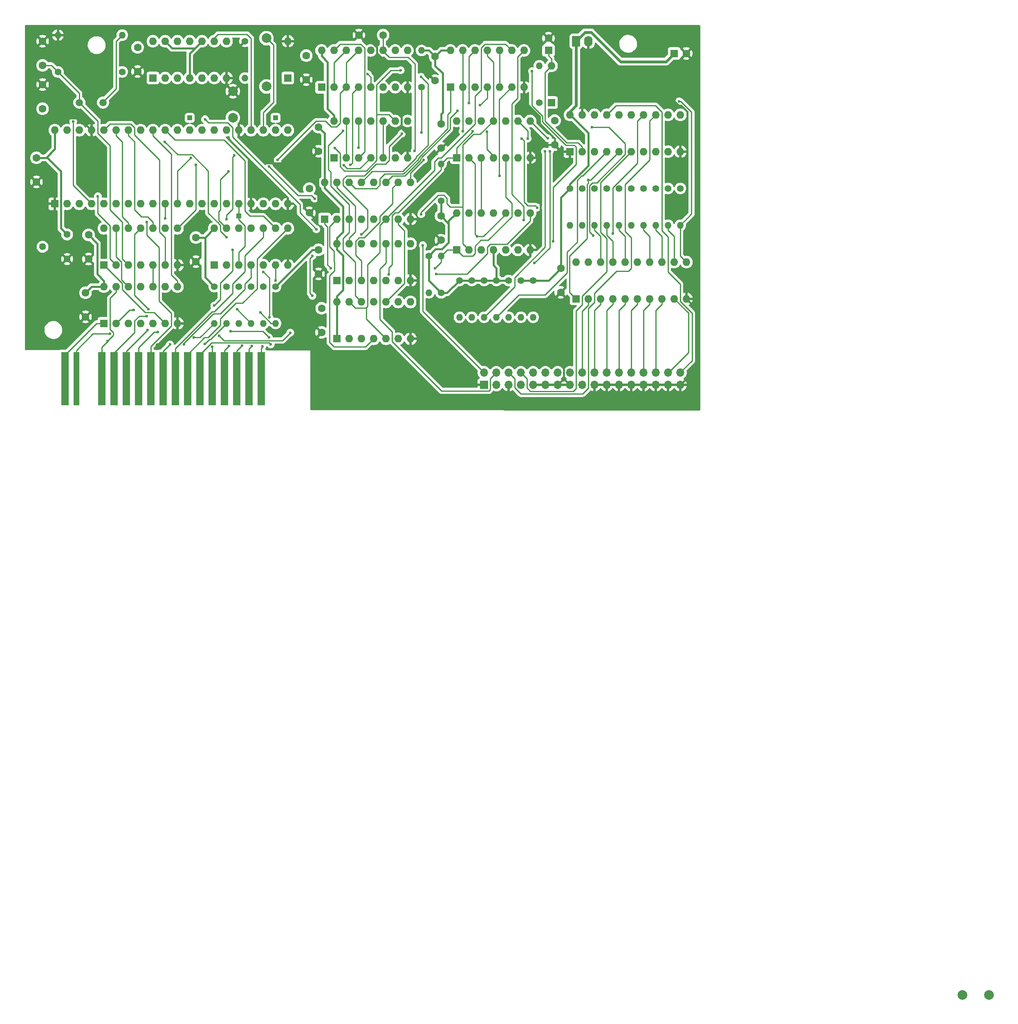
<source format=gbr>
%TF.GenerationSoftware,KiCad,Pcbnew,7.0.9*%
%TF.CreationDate,2024-01-09T01:54:30-03:00*%
%TF.ProjectId,HB-3600_FDC,48422d33-3630-4305-9f46-44432e6b6963,V1.0.0*%
%TF.SameCoordinates,Original*%
%TF.FileFunction,Copper,L1,Top*%
%TF.FilePolarity,Positive*%
%FSLAX46Y46*%
G04 Gerber Fmt 4.6, Leading zero omitted, Abs format (unit mm)*
G04 Created by KiCad (PCBNEW 7.0.9) date 2024-01-09 01:54:30*
%MOMM*%
%LPD*%
G01*
G04 APERTURE LIST*
G04 Aperture macros list*
%AMRoundRect*
0 Rectangle with rounded corners*
0 $1 Rounding radius*
0 $2 $3 $4 $5 $6 $7 $8 $9 X,Y pos of 4 corners*
0 Add a 4 corners polygon primitive as box body*
4,1,4,$2,$3,$4,$5,$6,$7,$8,$9,$2,$3,0*
0 Add four circle primitives for the rounded corners*
1,1,$1+$1,$2,$3*
1,1,$1+$1,$4,$5*
1,1,$1+$1,$6,$7*
1,1,$1+$1,$8,$9*
0 Add four rect primitives between the rounded corners*
20,1,$1+$1,$2,$3,$4,$5,0*
20,1,$1+$1,$4,$5,$6,$7,0*
20,1,$1+$1,$6,$7,$8,$9,0*
20,1,$1+$1,$8,$9,$2,$3,0*%
G04 Aperture macros list end*
%TA.AperFunction,ComponentPad*%
%ADD10R,1.600000X1.600000*%
%TD*%
%TA.AperFunction,ComponentPad*%
%ADD11O,1.600000X1.600000*%
%TD*%
%TA.AperFunction,ComponentPad*%
%ADD12C,1.400000*%
%TD*%
%TA.AperFunction,ComponentPad*%
%ADD13O,1.400000X1.400000*%
%TD*%
%TA.AperFunction,ComponentPad*%
%ADD14R,1.000000X1.000000*%
%TD*%
%TA.AperFunction,ComponentPad*%
%ADD15C,1.440000*%
%TD*%
%TA.AperFunction,ComponentPad*%
%ADD16C,1.600000*%
%TD*%
%TA.AperFunction,ComponentPad*%
%ADD17C,2.000000*%
%TD*%
%TA.AperFunction,ComponentPad*%
%ADD18C,1.500000*%
%TD*%
%TA.AperFunction,ComponentPad*%
%ADD19RoundRect,0.250000X-0.620000X-0.845000X0.620000X-0.845000X0.620000X0.845000X-0.620000X0.845000X0*%
%TD*%
%TA.AperFunction,ComponentPad*%
%ADD20O,1.740000X2.190000*%
%TD*%
%TA.AperFunction,SMDPad,CuDef*%
%ADD21R,1.600000X11.000000*%
%TD*%
%TA.AperFunction,SMDPad,CuDef*%
%ADD22R,1.300000X11.000000*%
%TD*%
%TA.AperFunction,ComponentPad*%
%ADD23R,1.700000X1.700000*%
%TD*%
%TA.AperFunction,ComponentPad*%
%ADD24O,1.700000X1.700000*%
%TD*%
%TA.AperFunction,ViaPad*%
%ADD25C,0.600000*%
%TD*%
%TA.AperFunction,ViaPad*%
%ADD26C,0.800000*%
%TD*%
%TA.AperFunction,Conductor*%
%ADD27C,0.600000*%
%TD*%
%TA.AperFunction,Conductor*%
%ADD28C,0.250000*%
%TD*%
%TA.AperFunction,Conductor*%
%ADD29C,0.400000*%
%TD*%
%TA.AperFunction,Conductor*%
%ADD30C,0.500000*%
%TD*%
G04 APERTURE END LIST*
D10*
%TO.P,U5,1*%
%TO.N,/~{WE}*%
X139065000Y-82550000D03*
D11*
%TO.P,U5,2*%
%TO.N,Net-(U5-Pad13)*%
X141605000Y-82550000D03*
%TO.P,U5,3*%
%TO.N,Net-(U2B-E)*%
X144145000Y-82550000D03*
%TO.P,U5,4*%
%TO.N,Net-(U10-Pad8)*%
X146685000Y-82550000D03*
%TO.P,U5,5*%
%TO.N,/~{CS}*%
X149225000Y-82550000D03*
%TO.P,U5,6*%
%TO.N,Net-(U5-Pad13)*%
X151765000Y-82550000D03*
%TO.P,U5,7,GND*%
%TO.N,GNDD*%
X154305000Y-82550000D03*
%TO.P,U5,8*%
%TO.N,Net-(U4-~{CS})*%
X154305000Y-74930000D03*
%TO.P,U5,9*%
%TO.N,/A2*%
X151765000Y-74930000D03*
%TO.P,U5,10*%
%TO.N,/~{CS}*%
X149225000Y-74930000D03*
%TO.P,U5,11*%
%TO.N,Net-(U2A-E)*%
X146685000Y-74930000D03*
%TO.P,U5,12*%
%TO.N,/~{RE}*%
X144145000Y-74930000D03*
%TO.P,U5,13*%
%TO.N,Net-(U5-Pad13)*%
X141605000Y-74930000D03*
%TO.P,U5,14,VCC*%
%TO.N,+5VD*%
X139065000Y-74930000D03*
%TD*%
D10*
%TO.P,U12,1*%
%TO.N,Net-(U9B-~{Q})*%
X139700000Y-107950000D03*
D11*
%TO.P,U12,2*%
%TO.N,/~{DCHGR}*%
X142240000Y-107950000D03*
%TO.P,U12,3*%
%TO.N,Net-(U8-Q2)*%
X144780000Y-107950000D03*
%TO.P,U12,4*%
%TO.N,/~{IN_USE}*%
X147320000Y-107950000D03*
%TO.P,U12,5*%
%TO.N,Net-(R7-Pad2)*%
X149860000Y-107950000D03*
%TO.P,U12,6*%
%TO.N,/~{MRST}*%
X152400000Y-107950000D03*
%TO.P,U12,7,GND*%
%TO.N,GNDD*%
X154940000Y-107950000D03*
%TO.P,U12,8*%
%TO.N,/~{DRQ}*%
X154940000Y-100330000D03*
%TO.P,U12,9*%
%TO.N,Net-(U4-DRQ)*%
X152400000Y-100330000D03*
%TO.P,U12,10*%
%TO.N,/~{IRQ}*%
X149860000Y-100330000D03*
%TO.P,U12,11*%
%TO.N,Net-(U4-INTRQ)*%
X147320000Y-100330000D03*
%TO.P,U12,12*%
%TO.N,/~{M_ON}*%
X144780000Y-100330000D03*
%TO.P,U12,13*%
%TO.N,Net-(U8-Q3)*%
X142240000Y-100330000D03*
%TO.P,U12,14,VCC*%
%TO.N,+5VD*%
X139700000Y-100330000D03*
%TD*%
D12*
%TO.P,R2,1*%
%TO.N,Net-(C16-Pad1)*%
X95250000Y-64770000D03*
D13*
%TO.P,R2,2*%
%TO.N,Net-(U1B-C)*%
X95250000Y-57150000D03*
%TD*%
D10*
%TO.P,U3,1*%
%TO.N,Net-(U8-~{Q3})*%
X163195000Y-67945000D03*
D11*
%TO.P,U3,2*%
%TO.N,/7FFD_RE*%
X165735000Y-67945000D03*
%TO.P,U3,3*%
%TO.N,/D7*%
X168275000Y-67945000D03*
%TO.P,U3,4*%
%TO.N,Net-(U8-~{Q2})*%
X170815000Y-67945000D03*
%TO.P,U3,5*%
%TO.N,/7FFD_RE*%
X173355000Y-67945000D03*
%TO.P,U3,6*%
%TO.N,/D6*%
X175895000Y-67945000D03*
%TO.P,U3,7,GND*%
%TO.N,GNDD*%
X178435000Y-67945000D03*
%TO.P,U3,8*%
%TO.N,/D1*%
X178435000Y-60325000D03*
%TO.P,U3,9*%
%TO.N,Net-(U8-~{Q1})*%
X175895000Y-60325000D03*
%TO.P,U3,10*%
%TO.N,/7FFD_RE*%
X173355000Y-60325000D03*
%TO.P,U3,11*%
%TO.N,/D0*%
X170815000Y-60325000D03*
%TO.P,U3,12*%
%TO.N,Net-(U8-~{Q0})*%
X168275000Y-60325000D03*
%TO.P,U3,13*%
%TO.N,/7FFD_RE*%
X165735000Y-60325000D03*
%TO.P,U3,14,VCC*%
%TO.N,+5VD*%
X163195000Y-60325000D03*
%TD*%
D14*
%TO.P,TP3,1,Pin_1*%
%TO.N,Net-(TP3-Pin_1)*%
X119380000Y-94615000D03*
%TD*%
D12*
%TO.P,RBD8,1*%
%TO.N,+5VD*%
X205740000Y-88900000D03*
D13*
%TO.P,RBD8,2*%
%TO.N,/D5*%
X205740000Y-96520000D03*
%TD*%
D10*
%TO.P,U2,1,E*%
%TO.N,Net-(U2A-E)*%
X136525000Y-67945000D03*
D11*
%TO.P,U2,2,A0*%
%TO.N,/A0*%
X139065000Y-67945000D03*
%TO.P,U2,3,A1*%
%TO.N,/A1*%
X141605000Y-67945000D03*
%TO.P,U2,4,O0*%
%TO.N,Net-(U2A-O0)*%
X144145000Y-67945000D03*
%TO.P,U2,5,O1*%
%TO.N,Net-(U2A-O1)*%
X146685000Y-67945000D03*
%TO.P,U2,6,O2*%
%TO.N,unconnected-(U2A-O2-Pad6)*%
X149225000Y-67945000D03*
%TO.P,U2,7,O3*%
%TO.N,unconnected-(U2A-O3-Pad7)*%
X151765000Y-67945000D03*
%TO.P,U2,8,GND*%
%TO.N,GNDD*%
X154305000Y-67945000D03*
%TO.P,U2,9,O3*%
%TO.N,unconnected-(U2B-O3-Pad9)*%
X154305000Y-60325000D03*
%TO.P,U2,10,O2*%
%TO.N,unconnected-(U2B-O2-Pad10)*%
X151765000Y-60325000D03*
%TO.P,U2,11,O1*%
%TO.N,/~{7FFD_WE}*%
X149225000Y-60325000D03*
%TO.P,U2,12,O0*%
%TO.N,/~{7FFC_WE}*%
X146685000Y-60325000D03*
%TO.P,U2,13,A1*%
%TO.N,/A1*%
X144145000Y-60325000D03*
%TO.P,U2,14,A0*%
%TO.N,/A0*%
X141605000Y-60325000D03*
%TO.P,U2,15,E*%
%TO.N,Net-(U2B-E)*%
X139065000Y-60325000D03*
%TO.P,U2,16,VCC*%
%TO.N,+5VD*%
X136525000Y-60325000D03*
%TD*%
D10*
%TO.P,U9,1,~{R}*%
%TO.N,/~{MRST}*%
X164465000Y-101625400D03*
D11*
%TO.P,U9,2,D*%
%TO.N,/D0*%
X167005000Y-101625400D03*
%TO.P,U9,3,C*%
%TO.N,/~{7FFC_WE}*%
X169545000Y-101625400D03*
%TO.P,U9,4,~{S}*%
%TO.N,+5VD*%
X172085000Y-101625400D03*
%TO.P,U9,5,Q*%
%TO.N,Net-(U9A-Q)*%
X174625000Y-101625400D03*
%TO.P,U9,6,~{Q}*%
%TO.N,Net-(U9A-~{Q})*%
X177165000Y-101625400D03*
%TO.P,U9,7,GND*%
%TO.N,GNDD*%
X179705000Y-101625400D03*
%TO.P,U9,8,~{Q}*%
%TO.N,Net-(U9B-~{Q})*%
X179705000Y-94005400D03*
%TO.P,U9,9,Q*%
%TO.N,unconnected-(U9B-Q-Pad9)*%
X177165000Y-94005400D03*
%TO.P,U9,10,~{S}*%
%TO.N,Net-(U9B-~{S})*%
X174625000Y-94005400D03*
%TO.P,U9,11,C*%
%TO.N,/~{7FFD_WE}*%
X172085000Y-94005400D03*
%TO.P,U9,12,D*%
%TO.N,/D2*%
X169545000Y-94005400D03*
%TO.P,U9,13,~{R}*%
%TO.N,+5VD*%
X167005000Y-94005400D03*
%TO.P,U9,14,VCC*%
X164465000Y-94005400D03*
%TD*%
D12*
%TO.P,RBC3,1*%
%TO.N,+5VD*%
X170180000Y-107950000D03*
D13*
%TO.P,RBC3,2*%
%TO.N,/~{FDC_RE}*%
X170180000Y-115570000D03*
%TD*%
D15*
%TO.P,RV1,1*%
%TO.N,+5VD*%
X83820000Y-98425000D03*
%TO.P,RV1,2*%
%TO.N,Net-(U4-RPW)*%
X78740000Y-100965000D03*
%TO.P,RV1,3*%
%TO.N,GNDD*%
X83820000Y-103505000D03*
%TD*%
D12*
%TO.P,RBD5,1*%
%TO.N,+5VD*%
X198120000Y-88900000D03*
D13*
%TO.P,RBD5,2*%
%TO.N,/D2*%
X198120000Y-96520000D03*
%TD*%
D16*
%TO.P,C19,1*%
%TO.N,/~{7FFD_WE}*%
X149265000Y-57150000D03*
%TO.P,C19,2*%
%TO.N,GNDD*%
X144265000Y-57150000D03*
%TD*%
D12*
%TO.P,RBF4,1*%
%TO.N,+5VD*%
X121920000Y-109220000D03*
D13*
%TO.P,RBF4,2*%
%TO.N,/~{W_PROTECT}*%
X121920000Y-116840000D03*
%TD*%
D12*
%TO.P,RBD3,1*%
%TO.N,+5VD*%
X193040000Y-88900000D03*
D13*
%TO.P,RBD3,2*%
%TO.N,/D0*%
X193040000Y-96520000D03*
%TD*%
D12*
%TO.P,RBD9,1*%
%TO.N,+5VD*%
X208280000Y-88900000D03*
D13*
%TO.P,RBD9,2*%
%TO.N,/D6*%
X208280000Y-96520000D03*
%TD*%
D17*
%TO.P,CV1,1*%
%TO.N,N/C*%
X269234833Y-255843000D03*
%TO.P,CV1,2*%
X274734833Y-255843000D03*
%TD*%
%TO.P,CV1,2*%
%TO.N,GNDD*%
X118150000Y-68776400D03*
%TO.P,CV1,1*%
%TO.N,Net-(U4-VCO)*%
X118150000Y-74276400D03*
%TD*%
D12*
%TO.P,RBD6,1*%
%TO.N,+5VD*%
X200660000Y-88900000D03*
D13*
%TO.P,RBD6,2*%
%TO.N,/D3*%
X200660000Y-96520000D03*
%TD*%
D16*
%TO.P,C15,1*%
%TO.N,+5VD*%
X136525000Y-113705000D03*
%TO.P,C15,2*%
%TO.N,GNDD*%
X136525000Y-118705000D03*
%TD*%
D14*
%TO.P,TP2,1,Pin_1*%
%TO.N,Net-(TP2-Pin_1)*%
X127000000Y-74295000D03*
%TD*%
D18*
%TO.P,Y1,1,1*%
%TO.N,Net-(C16-Pad1)*%
X86360000Y-71120000D03*
%TO.P,Y1,2,2*%
%TO.N,Net-(U1B-C)*%
X91260000Y-71120000D03*
%TD*%
D12*
%TO.P,R6,1*%
%TO.N,+5VD*%
X161264600Y-91440000D03*
D13*
%TO.P,R6,2*%
%TO.N,/7FFD_RE*%
X161264600Y-83820000D03*
%TD*%
D16*
%TO.P,C12,1*%
%TO.N,+5VD*%
X135890000Y-101600000D03*
%TO.P,C12,2*%
%TO.N,GNDD*%
X135890000Y-106600000D03*
%TD*%
D12*
%TO.P,RBC2,1*%
%TO.N,+5VD*%
X167640000Y-107950000D03*
D13*
%TO.P,RBC2,2*%
%TO.N,/~{FDC_CS}*%
X167640000Y-115570000D03*
%TD*%
D16*
%TO.P,C16,1*%
%TO.N,Net-(C16-Pad1)*%
X78740000Y-63420000D03*
%TO.P,C16,2*%
%TO.N,GNDD*%
X78740000Y-58420000D03*
%TD*%
D10*
%TO.P,U10,1*%
%TO.N,Net-(U10-Pad1)*%
X91440000Y-104775000D03*
D11*
%TO.P,U10,2*%
%TO.N,Net-(U4-~{RAW_READ})*%
X93980000Y-104775000D03*
%TO.P,U10,3*%
%TO.N,Net-(C16-Pad1)*%
X96520000Y-104775000D03*
%TO.P,U10,4*%
%TO.N,Net-(U1B-C)*%
X99060000Y-104775000D03*
%TO.P,U10,5*%
%TO.N,Net-(U10-Pad5)*%
X101600000Y-104775000D03*
%TO.P,U10,6*%
%TO.N,Net-(U4-~{WPRT})*%
X104140000Y-104775000D03*
%TO.P,U10,7,GND*%
%TO.N,GNDD*%
X106680000Y-104775000D03*
%TO.P,U10,8*%
%TO.N,Net-(U10-Pad8)*%
X106680000Y-97155000D03*
%TO.P,U10,9*%
%TO.N,/A2*%
X104140000Y-97155000D03*
%TO.P,U10,10*%
%TO.N,Net-(U4-~{TR00})*%
X101600000Y-97155000D03*
%TO.P,U10,11*%
%TO.N,Net-(U10-Pad11)*%
X99060000Y-97155000D03*
%TO.P,U10,12*%
%TO.N,Net-(U4-~{IP})*%
X96520000Y-97155000D03*
%TO.P,U10,13*%
%TO.N,Net-(U10-Pad13)*%
X93980000Y-97155000D03*
%TO.P,U10,14,VCC*%
%TO.N,+5VD*%
X91440000Y-97155000D03*
%TD*%
D10*
%TO.P,U4,1,ENP*%
%TO.N,GNDD*%
X81280000Y-92075000D03*
D11*
%TO.P,U4,2,~{WE}*%
%TO.N,/~{WE}*%
X83820000Y-92075000D03*
%TO.P,U4,3,~{CS}*%
%TO.N,Net-(U4-~{CS})*%
X86360000Y-92075000D03*
%TO.P,U4,4,~{RE}*%
%TO.N,/~{RE}*%
X88900000Y-92075000D03*
%TO.P,U4,5,A0*%
%TO.N,/AO*%
X91440000Y-92075000D03*
%TO.P,U4,6,A1*%
%TO.N,/A1*%
X93980000Y-92075000D03*
%TO.P,U4,7,DAL0*%
%TO.N,/D0*%
X96520000Y-92075000D03*
%TO.P,U4,8,DAL1*%
%TO.N,/D1*%
X99060000Y-92075000D03*
%TO.P,U4,9,DAL2*%
%TO.N,/D2*%
X101600000Y-92075000D03*
%TO.P,U4,10,DAL3*%
%TO.N,/D3*%
X104140000Y-92075000D03*
%TO.P,U4,11,DAL4*%
%TO.N,/D4*%
X106680000Y-92075000D03*
%TO.P,U4,12,DAL5*%
%TO.N,/D5*%
X109220000Y-92075000D03*
%TO.P,U4,13,DAL6*%
%TO.N,/D6*%
X111760000Y-92075000D03*
%TO.P,U4,14,DAL7*%
%TO.N,/D7*%
X114300000Y-92075000D03*
%TO.P,U4,15,STEP*%
%TO.N,Net-(U4-STEP)*%
X116840000Y-92075000D03*
%TO.P,U4,16,DIRC*%
%TO.N,Net-(TP3-Pin_1)*%
X119380000Y-92075000D03*
%TO.P,U4,17,~{5}/8*%
%TO.N,GNDD*%
X121920000Y-92075000D03*
%TO.P,U4,18,RPW*%
%TO.N,Net-(U4-RPW)*%
X124460000Y-92075000D03*
%TO.P,U4,19,~{MR}*%
%TO.N,/~{MRST}*%
X127000000Y-92075000D03*
%TO.P,U4,20,VSS*%
%TO.N,GNDD*%
X129540000Y-92075000D03*
%TO.P,U4,21,VCC*%
%TO.N,+5VD*%
X129540000Y-76835000D03*
%TO.P,U4,22,~{TEST}*%
%TO.N,Net-(TP2-Pin_1)*%
X127000000Y-76835000D03*
%TO.P,U4,23,PUMP*%
%TO.N,Net-(U4-PUMP)*%
X124460000Y-76835000D03*
%TO.P,U4,24,CLK*%
%TO.N,/CLK*%
X121920000Y-76835000D03*
%TO.P,U4,25,~{ENMF}*%
%TO.N,GNDD*%
X119380000Y-76835000D03*
%TO.P,U4,26,VCO*%
%TO.N,Net-(U4-VCO)*%
X116840000Y-76835000D03*
%TO.P,U4,27,~{RAW_READ}*%
%TO.N,Net-(U4-~{RAW_READ})*%
X114300000Y-76835000D03*
%TO.P,U4,28,HLD*%
%TO.N,unconnected-(U4-HLD-Pad28)*%
X111760000Y-76835000D03*
%TO.P,U4,29,TG43*%
%TO.N,Net-(TP1-Pin_1)*%
X109220000Y-76835000D03*
%TO.P,U4,30,WG*%
%TO.N,Net-(U4-WG)*%
X106680000Y-76835000D03*
%TO.P,U4,31,WD*%
%TO.N,Net-(U4-WD)*%
X104140000Y-76835000D03*
%TO.P,U4,32,READY*%
%TO.N,Net-(U4-READY)*%
X101600000Y-76835000D03*
%TO.P,U4,33,WPW*%
%TO.N,unconnected-(U4-WPW-Pad33)*%
X99060000Y-76835000D03*
%TO.P,U4,34,~{TR00}*%
%TO.N,Net-(U4-~{TR00})*%
X96520000Y-76835000D03*
%TO.P,U4,35,~{IP}*%
%TO.N,Net-(U4-~{IP})*%
X93980000Y-76835000D03*
%TO.P,U4,36,~{WPRT}*%
%TO.N,Net-(U4-~{WPRT})*%
X91440000Y-76835000D03*
%TO.P,U4,37,~{DDEN}*%
%TO.N,GNDD*%
X88900000Y-76835000D03*
%TO.P,U4,38,DRQ*%
%TO.N,Net-(U4-DRQ)*%
X86360000Y-76835000D03*
%TO.P,U4,39,INTRQ*%
%TO.N,Net-(U4-INTRQ)*%
X83820000Y-76835000D03*
%TO.P,U4,40,HLT*%
%TO.N,+5VD*%
X81280000Y-76835000D03*
%TD*%
D16*
%TO.P,C5,1*%
%TO.N,+5VD*%
X135890000Y-76200000D03*
%TO.P,C5,2*%
%TO.N,GNDD*%
X135890000Y-81200000D03*
%TD*%
%TO.P,C11,1*%
%TO.N,+5VD*%
X110490000Y-99060000D03*
%TO.P,C11,2*%
%TO.N,GNDD*%
X110490000Y-104060000D03*
%TD*%
%TO.P,C1,2*%
%TO.N,GNDD*%
X98425000Y-64690000D03*
%TO.P,C1,1*%
%TO.N,+5VD*%
X98425000Y-59690000D03*
%TD*%
D10*
%TO.P,U7,1,OEa*%
%TO.N,GNDD*%
X187960000Y-81280000D03*
D11*
%TO.P,U7,2,I0a*%
%TO.N,Net-(D2-A)*%
X190500000Y-81280000D03*
%TO.P,U7,3,O3b*%
%TO.N,/~{RESET}*%
X193040000Y-81280000D03*
%TO.P,U7,4,I1a*%
%TO.N,/FDC_A0*%
X195580000Y-81280000D03*
%TO.P,U7,5,O2b*%
%TO.N,/~{RE}*%
X198120000Y-81280000D03*
%TO.P,U7,6,I2a*%
%TO.N,/~{FDC_CS}*%
X200660000Y-81280000D03*
%TO.P,U7,7,O1b*%
%TO.N,/~{WE}*%
X203200000Y-81280000D03*
%TO.P,U7,8,I3a*%
%TO.N,/FDC_A1*%
X205740000Y-81280000D03*
%TO.P,U7,9,O0b*%
%TO.N,/A2*%
X208280000Y-81280000D03*
%TO.P,U7,10,GND*%
%TO.N,GNDD*%
X210820000Y-81280000D03*
%TO.P,U7,11,I0b*%
%TO.N,/FDC_A2*%
X210820000Y-73660000D03*
%TO.P,U7,12,O3a*%
%TO.N,/A1*%
X208280000Y-73660000D03*
%TO.P,U7,13,I1b*%
%TO.N,/~{FDC_WE}*%
X205740000Y-73660000D03*
%TO.P,U7,14,O2a*%
%TO.N,/~{CS}*%
X203200000Y-73660000D03*
%TO.P,U7,15,I2b*%
%TO.N,/~{FDC_RE}*%
X200660000Y-73660000D03*
%TO.P,U7,16,O1a*%
%TO.N,/AO*%
X198120000Y-73660000D03*
%TO.P,U7,17,I3b*%
%TO.N,/~{FDC_RESET}*%
X195580000Y-73660000D03*
%TO.P,U7,18,O0a*%
%TO.N,/~{Cold_PW_ON}*%
X193040000Y-73660000D03*
%TO.P,U7,19,OEb*%
%TO.N,GNDD*%
X190500000Y-73660000D03*
%TO.P,U7,20,VCC*%
%TO.N,+5VD*%
X187960000Y-73660000D03*
%TD*%
D16*
%TO.P,C14,1*%
%TO.N,GNDD*%
X87630000Y-115490000D03*
%TO.P,C14,2*%
%TO.N,+5VD*%
X87630000Y-110490000D03*
%TD*%
D12*
%TO.P,RBC5,1*%
%TO.N,+5VD*%
X175260000Y-107950000D03*
D13*
%TO.P,RBC5,2*%
%TO.N,/FDC_A1*%
X175260000Y-115570000D03*
%TD*%
D10*
%TO.P,U11,1*%
%TO.N,Net-(U9A-Q)*%
X114300000Y-104775000D03*
D11*
%TO.P,U11,2*%
%TO.N,/~{SIDE_SEL}*%
X116840000Y-104775000D03*
%TO.P,U11,3*%
%TO.N,Net-(TP3-Pin_1)*%
X119380000Y-104775000D03*
%TO.P,U11,4*%
%TO.N,/~{DIRECTION}*%
X121920000Y-104775000D03*
%TO.P,U11,5*%
%TO.N,Net-(U2A-O1)*%
X124460000Y-104775000D03*
%TO.P,U11,6*%
%TO.N,/7FFD_RE*%
X127000000Y-104775000D03*
%TO.P,U11,7,GND*%
%TO.N,GNDD*%
X129540000Y-104775000D03*
%TO.P,U11,8*%
%TO.N,/~{W_DATA}*%
X129540000Y-97155000D03*
%TO.P,U11,9*%
%TO.N,Net-(U4-WD)*%
X127000000Y-97155000D03*
%TO.P,U11,10*%
%TO.N,/~{STEP}*%
X124460000Y-97155000D03*
%TO.P,U11,11*%
%TO.N,Net-(U4-STEP)*%
X121920000Y-97155000D03*
%TO.P,U11,12*%
%TO.N,/7FFC_RE*%
X119380000Y-97155000D03*
%TO.P,U11,13*%
%TO.N,Net-(U2A-O0)*%
X116840000Y-97155000D03*
%TO.P,U11,14,VCC*%
%TO.N,+5VD*%
X114300000Y-97155000D03*
%TD*%
D10*
%TO.P,D1,1,K*%
%TO.N,Net-(D1-K)*%
X129540000Y-66040000D03*
D11*
%TO.P,D1,2,A*%
%TO.N,GNDD*%
X129540000Y-58420000D03*
%TD*%
D12*
%TO.P,RBF5,1*%
%TO.N,+5VD*%
X124460000Y-109220000D03*
D13*
%TO.P,RBF5,2*%
%TO.N,/~{R_DATA}*%
X124460000Y-116840000D03*
%TD*%
D10*
%TO.P,U13,1,A->B*%
%TO.N,/~{RE}*%
X189230000Y-111760000D03*
D11*
%TO.P,U13,2,A0*%
%TO.N,/FDC_D0*%
X191770000Y-111760000D03*
%TO.P,U13,3,A1*%
%TO.N,/FDC_D1*%
X194310000Y-111760000D03*
%TO.P,U13,4,A2*%
%TO.N,/FDC_D2*%
X196850000Y-111760000D03*
%TO.P,U13,5,A3*%
%TO.N,/FDC_D3*%
X199390000Y-111760000D03*
%TO.P,U13,6,A4*%
%TO.N,/FDC_D4*%
X201930000Y-111760000D03*
%TO.P,U13,7,A5*%
%TO.N,/FDC_D5*%
X204470000Y-111760000D03*
%TO.P,U13,8,A6*%
%TO.N,/FDC_D6*%
X207010000Y-111760000D03*
%TO.P,U13,9,A7*%
%TO.N,/FDC_D7*%
X209550000Y-111760000D03*
%TO.P,U13,10,GND*%
%TO.N,GNDD*%
X212090000Y-111760000D03*
%TO.P,U13,11,B7*%
%TO.N,/D7*%
X212090000Y-104140000D03*
%TO.P,U13,12,B6*%
%TO.N,/D6*%
X209550000Y-104140000D03*
%TO.P,U13,13,B5*%
%TO.N,/D5*%
X207010000Y-104140000D03*
%TO.P,U13,14,B4*%
%TO.N,/D4*%
X204470000Y-104140000D03*
%TO.P,U13,15,B3*%
%TO.N,/D3*%
X201930000Y-104140000D03*
%TO.P,U13,16,B2*%
%TO.N,/D2*%
X199390000Y-104140000D03*
%TO.P,U13,17,B1*%
%TO.N,/D1*%
X196850000Y-104140000D03*
%TO.P,U13,18,B0*%
%TO.N,/D0*%
X194310000Y-104140000D03*
%TO.P,U13,19,CE*%
%TO.N,/~{CS}*%
X191770000Y-104140000D03*
%TO.P,U13,20,VCC*%
%TO.N,+5VD*%
X189230000Y-104140000D03*
%TD*%
D10*
%TO.P,U14,1*%
%TO.N,/~{DCHG}*%
X91440000Y-116840000D03*
D11*
%TO.P,U14,2*%
%TO.N,Net-(U9B-~{S})*%
X93980000Y-116840000D03*
%TO.P,U14,3*%
%TO.N,/~{TR_00}*%
X96520000Y-116840000D03*
%TO.P,U14,4*%
%TO.N,Net-(U10-Pad11)*%
X99060000Y-116840000D03*
%TO.P,U14,5*%
%TO.N,/~{R_DATA}*%
X101600000Y-116840000D03*
%TO.P,U14,6*%
%TO.N,Net-(U10-Pad1)*%
X104140000Y-116840000D03*
%TO.P,U14,7,GND*%
%TO.N,GNDD*%
X106680000Y-116840000D03*
%TO.P,U14,8*%
%TO.N,Net-(U4-READY)*%
X106680000Y-109220000D03*
%TO.P,U14,9*%
%TO.N,/~{READY}*%
X104140000Y-109220000D03*
%TO.P,U14,10*%
%TO.N,Net-(U10-Pad5)*%
X101600000Y-109220000D03*
%TO.P,U14,11*%
%TO.N,/~{W_PROTECT}*%
X99060000Y-109220000D03*
%TO.P,U14,12*%
%TO.N,Net-(U10-Pad13)*%
X96520000Y-109220000D03*
%TO.P,U14,13*%
%TO.N,/~{INDEX}*%
X93980000Y-109220000D03*
%TO.P,U14,14,VCC*%
%TO.N,+5VD*%
X91440000Y-109220000D03*
%TD*%
D12*
%TO.P,R7,1*%
%TO.N,+5VD*%
X158750000Y-102870000D03*
D13*
%TO.P,R7,2*%
%TO.N,Net-(R7-Pad2)*%
X158750000Y-110490000D03*
%TD*%
D12*
%TO.P,RBD4,1*%
%TO.N,+5VD*%
X195580000Y-88900000D03*
D13*
%TO.P,RBD4,2*%
%TO.N,/D1*%
X195580000Y-96520000D03*
%TD*%
D12*
%TO.P,RBF6,1*%
%TO.N,+5VD*%
X127000000Y-109220000D03*
D13*
%TO.P,RBF6,2*%
%TO.N,/~{READY}*%
X127000000Y-116840000D03*
%TD*%
D10*
%TO.P,C21,1*%
%TO.N,+5VD*%
X209550000Y-60960000D03*
D16*
%TO.P,C21,2*%
%TO.N,GNDD*%
X212050000Y-60960000D03*
%TD*%
D12*
%TO.P,RBF1,1*%
%TO.N,+5VD*%
X114300000Y-109220000D03*
D13*
%TO.P,RBF1,2*%
%TO.N,/~{DCHG}*%
X114300000Y-116840000D03*
%TD*%
D19*
%TO.P,CN3,1,Pin_1*%
%TO.N,+5VD*%
X189230000Y-58420000D03*
D20*
%TO.P,CN3,2,Pin_2*%
%TO.N,GNDD*%
X191770000Y-58420000D03*
%TD*%
D12*
%TO.P,R4,1*%
%TO.N,/7FFC_RE*%
X157226000Y-67945000D03*
D13*
%TO.P,R4,2*%
%TO.N,+5VD*%
X157226000Y-60325000D03*
%TD*%
D14*
%TO.P,TP1,1,Pin_1*%
%TO.N,Net-(TP1-Pin_1)*%
X109220000Y-74295000D03*
%TD*%
D12*
%TO.P,RBD2,1*%
%TO.N,+5VD*%
X190500000Y-88900000D03*
D13*
%TO.P,RBD2,2*%
%TO.N,Net-(U4-INTRQ)*%
X190500000Y-96520000D03*
%TD*%
D16*
%TO.P,C8,1*%
%TO.N,+5VD*%
X133985000Y-88940000D03*
%TO.P,C8,2*%
%TO.N,GNDD*%
X133985000Y-93940000D03*
%TD*%
D12*
%TO.P,RBC4,1*%
%TO.N,+5VD*%
X172720000Y-107950000D03*
D13*
%TO.P,RBC4,2*%
%TO.N,/FDC_A0*%
X172720000Y-115570000D03*
%TD*%
D16*
%TO.P,C7,1*%
%TO.N,+5VD*%
X184785000Y-74853800D03*
%TO.P,C7,2*%
%TO.N,GNDD*%
X184785000Y-79853800D03*
%TD*%
D12*
%TO.P,RBC6,1*%
%TO.N,+5VD*%
X177800000Y-107950000D03*
D13*
%TO.P,RBC6,2*%
%TO.N,/FDC_A2*%
X177800000Y-115570000D03*
%TD*%
D12*
%TO.P,RBD1,1*%
%TO.N,+5VD*%
X187960000Y-88900000D03*
D13*
%TO.P,RBD1,2*%
%TO.N,Net-(U4-DRQ)*%
X187960000Y-96520000D03*
%TD*%
D10*
%TO.P,D2,1,K*%
%TO.N,+5VD*%
X184150000Y-71120000D03*
D11*
%TO.P,D2,2,A*%
%TO.N,Net-(D2-A)*%
X184150000Y-63500000D03*
%TD*%
D10*
%TO.P,U1,1,~{R}*%
%TO.N,+5VD*%
X101600000Y-66040000D03*
D11*
%TO.P,U1,2,D*%
X104140000Y-66040000D03*
%TO.P,U1,3,C*%
X106680000Y-66040000D03*
%TO.P,U1,4,~{S}*%
X109220000Y-66040000D03*
%TO.P,U1,5,Q*%
%TO.N,unconnected-(U1A-Q-Pad5)*%
X111760000Y-66040000D03*
%TO.P,U1,6,~{Q}*%
%TO.N,unconnected-(U1A-~{Q}-Pad6)*%
X114300000Y-66040000D03*
%TO.P,U1,7,GND*%
%TO.N,GNDD*%
X116840000Y-66040000D03*
%TO.P,U1,8,~{Q}*%
%TO.N,Net-(U1B-D)*%
X116840000Y-58420000D03*
%TO.P,U1,9,Q*%
%TO.N,/CLK*%
X114300000Y-58420000D03*
%TO.P,U1,10,~{S}*%
%TO.N,+5VD*%
X111760000Y-58420000D03*
%TO.P,U1,11,C*%
%TO.N,Net-(U1B-C)*%
X109220000Y-58420000D03*
%TO.P,U1,12,D*%
%TO.N,Net-(U1B-D)*%
X106680000Y-58420000D03*
%TO.P,U1,13,~{R}*%
%TO.N,+5VD*%
X104140000Y-58420000D03*
%TO.P,U1,14,VCC*%
X101600000Y-58420000D03*
%TD*%
D12*
%TO.P,R8,1*%
%TO.N,+5VD*%
X161290000Y-110515400D03*
D13*
%TO.P,R8,2*%
%TO.N,/~{MRST}*%
X161290000Y-102895400D03*
%TD*%
D12*
%TO.P,RBD7,1*%
%TO.N,+5VD*%
X203200000Y-88900000D03*
D13*
%TO.P,RBD7,2*%
%TO.N,/D4*%
X203200000Y-96520000D03*
%TD*%
D10*
%TO.P,U6,1*%
%TO.N,/7FFD_RE*%
X164465000Y-82550000D03*
D11*
%TO.P,U6,2*%
%TO.N,Net-(U9B-~{S})*%
X167005000Y-82550000D03*
%TO.P,U6,3*%
%TO.N,/D2*%
X169545000Y-82550000D03*
%TO.P,U6,4*%
%TO.N,Net-(U4-WG)*%
X172085000Y-82550000D03*
%TO.P,U6,5*%
%TO.N,/~{MRST}*%
X174625000Y-82550000D03*
%TO.P,U6,6*%
%TO.N,/~{W_GATE}*%
X177165000Y-82550000D03*
%TO.P,U6,7,GND*%
%TO.N,GNDD*%
X179705000Y-82550000D03*
%TO.P,U6,8*%
%TO.N,Net-(R7-Pad2)*%
X179705000Y-74930000D03*
%TO.P,U6,9*%
%TO.N,/~{RESET}*%
X177165000Y-74930000D03*
%TO.P,U6,10*%
%TO.N,/~{Cold_PW_ON}*%
X174625000Y-74930000D03*
%TO.P,U6,11*%
%TO.N,/D0*%
X172085000Y-74930000D03*
%TO.P,U6,12*%
%TO.N,Net-(U9A-~{Q})*%
X169545000Y-74930000D03*
%TO.P,U6,13*%
%TO.N,/7FFC_RE*%
X167005000Y-74930000D03*
%TO.P,U6,14,VCC*%
%TO.N,+5VD*%
X164465000Y-74930000D03*
%TD*%
D16*
%TO.P,C2,1*%
%TO.N,+5VD*%
X133350000Y-61391800D03*
%TO.P,C2,2*%
%TO.N,GNDD*%
X133350000Y-66391800D03*
%TD*%
D12*
%TO.P,RBC1,1*%
%TO.N,+5VD*%
X165074600Y-107950000D03*
D13*
%TO.P,RBC1,2*%
%TO.N,/~{FDC_WE}*%
X165074600Y-115570000D03*
%TD*%
D10*
%TO.P,U15,1*%
%TO.N,+5VD*%
X139700000Y-120015000D03*
D11*
%TO.P,U15,2*%
X142240000Y-120015000D03*
%TO.P,U15,3*%
%TO.N,unconnected-(U15-Pad3)*%
X144780000Y-120015000D03*
%TO.P,U15,4*%
%TO.N,Net-(U8-Q0)*%
X147320000Y-120015000D03*
%TO.P,U15,5*%
%TO.N,Net-(U8-~{Q1})*%
X149860000Y-120015000D03*
%TO.P,U15,6*%
%TO.N,/~{DSEL_1}*%
X152400000Y-120015000D03*
%TO.P,U15,7,GND*%
%TO.N,GNDD*%
X154940000Y-120015000D03*
%TO.P,U15,8*%
%TO.N,/~{DSEL_2}*%
X154940000Y-112395000D03*
%TO.P,U15,9*%
%TO.N,Net-(U8-~{Q0})*%
X152400000Y-112395000D03*
%TO.P,U15,10*%
%TO.N,Net-(U8-Q1)*%
X149860000Y-112395000D03*
%TO.P,U15,11*%
%TO.N,/~{DSEL_0}*%
X147320000Y-112395000D03*
%TO.P,U15,12*%
%TO.N,Net-(U8-~{Q0})*%
X144780000Y-112395000D03*
%TO.P,U15,13*%
%TO.N,Net-(U8-~{Q1})*%
X142240000Y-112395000D03*
%TO.P,U15,14,VCC*%
%TO.N,+5VD*%
X139700000Y-112395000D03*
%TD*%
D16*
%TO.P,C10,1*%
%TO.N,+5VD*%
X88265000Y-98505000D03*
%TO.P,C10,2*%
%TO.N,GNDD*%
X88265000Y-103505000D03*
%TD*%
D17*
%TO.P,C18,1*%
%TO.N,Net-(U4-PUMP)*%
X125095000Y-57785000D03*
%TO.P,C18,2*%
%TO.N,Net-(D1-K)*%
X125095000Y-67785000D03*
%TD*%
D12*
%TO.P,R5,1*%
%TO.N,+5VD*%
X181610000Y-71120000D03*
D13*
%TO.P,R5,2*%
%TO.N,Net-(D2-A)*%
X181610000Y-63500000D03*
%TD*%
D21*
%TO.P,CN2,2,Pin_2*%
%TO.N,/~{DCHG}*%
X83375500Y-128270000D03*
D22*
%TO.P,CN2,4,Pin_4*%
%TO.N,/~{IN_USE}*%
X85725000Y-128257300D03*
D21*
%TO.P,CN2,8,Pin_8*%
%TO.N,/~{INDEX}*%
X90995500Y-128270000D03*
%TO.P,CN2,10,Pin_10*%
%TO.N,/~{DSEL_0}*%
X93535500Y-128270000D03*
%TO.P,CN2,12,Pin_12*%
%TO.N,/~{DSEL_1}*%
X96075500Y-128270000D03*
%TO.P,CN2,14,Pin_14*%
%TO.N,/~{DSEL_2}*%
X98615500Y-128270000D03*
%TO.P,CN2,16,Pin_16*%
%TO.N,/~{M_ON}*%
X101155500Y-128270000D03*
%TO.P,CN2,18,Pin_18*%
%TO.N,/~{DIRECTION}*%
X103695500Y-128270000D03*
%TO.P,CN2,20,Pin_20*%
%TO.N,/~{STEP}*%
X106235500Y-128270000D03*
%TO.P,CN2,22,Pin_22*%
%TO.N,/~{W_DATA}*%
X108775500Y-128270000D03*
%TO.P,CN2,24,Pin_24*%
%TO.N,/~{W_GATE}*%
X111315500Y-128270000D03*
%TO.P,CN2,26,Pin_26*%
%TO.N,/~{TR_00}*%
X113855500Y-128270000D03*
%TO.P,CN2,28,Pin_28*%
%TO.N,/~{W_PROTECT}*%
X116395500Y-128270000D03*
%TO.P,CN2,30,Pin_30*%
%TO.N,/~{R_DATA}*%
X118935500Y-128270000D03*
%TO.P,CN2,32,Pin_32*%
%TO.N,/~{SIDE_SEL}*%
X121475500Y-128270000D03*
%TO.P,CN2,34,Pin_34*%
%TO.N,/~{READY}*%
X124015500Y-128270000D03*
%TD*%
D12*
%TO.P,R1,1*%
%TO.N,Net-(C16-Pad1)*%
X81915000Y-64770000D03*
D13*
%TO.P,R1,2*%
%TO.N,GNDD*%
X81915000Y-57150000D03*
%TD*%
D16*
%TO.P,C17,1*%
%TO.N,Net-(U1B-C)*%
X78740000Y-72390000D03*
%TO.P,C17,2*%
%TO.N,GNDD*%
X78740000Y-67390000D03*
%TD*%
%TO.P,C4,1*%
%TO.N,+5VD*%
X77470000Y-82550000D03*
%TO.P,C4,2*%
%TO.N,GNDD*%
X77470000Y-87550000D03*
%TD*%
D12*
%TO.P,RBC7,1*%
%TO.N,+5VD*%
X180340000Y-107950000D03*
D13*
%TO.P,RBC7,2*%
%TO.N,/~{FDC_RESET}*%
X180340000Y-115570000D03*
%TD*%
D10*
%TO.P,U8,1,~{Mr}*%
%TO.N,/~{MRST}*%
X137160000Y-95250000D03*
D11*
%TO.P,U8,2,Q0*%
%TO.N,Net-(U8-Q0)*%
X139700000Y-95250000D03*
%TO.P,U8,3,~{Q0}*%
%TO.N,Net-(U8-~{Q0})*%
X142240000Y-95250000D03*
%TO.P,U8,4,D0*%
%TO.N,/D0*%
X144780000Y-95250000D03*
%TO.P,U8,5,D1*%
%TO.N,/D1*%
X147320000Y-95250000D03*
%TO.P,U8,6,~{Q1}*%
%TO.N,Net-(U8-~{Q1})*%
X149860000Y-95250000D03*
%TO.P,U8,7,Q1*%
%TO.N,Net-(U8-Q1)*%
X152400000Y-95250000D03*
%TO.P,U8,8,GND*%
%TO.N,GNDD*%
X154940000Y-95250000D03*
%TO.P,U8,9,Cp*%
%TO.N,/~{7FFD_WE}*%
X154940000Y-87630000D03*
%TO.P,U8,10,Q2*%
%TO.N,Net-(U8-Q2)*%
X152400000Y-87630000D03*
%TO.P,U8,11,~{Q2}*%
%TO.N,Net-(U8-~{Q2})*%
X149860000Y-87630000D03*
%TO.P,U8,12,D2*%
%TO.N,/D6*%
X147320000Y-87630000D03*
%TO.P,U8,13,D3*%
%TO.N,/D7*%
X144780000Y-87630000D03*
%TO.P,U8,14,~{Q3}*%
%TO.N,Net-(U8-~{Q3})*%
X142240000Y-87630000D03*
%TO.P,U8,15,Q3*%
%TO.N,Net-(U8-Q3)*%
X139700000Y-87630000D03*
%TO.P,U8,16,VCC*%
%TO.N,+5VD*%
X137160000Y-87630000D03*
%TD*%
D12*
%TO.P,RBF3,1*%
%TO.N,+5VD*%
X119380000Y-109220000D03*
D13*
%TO.P,RBF3,2*%
%TO.N,/~{TR_00}*%
X119380000Y-116840000D03*
%TD*%
D12*
%TO.P,RBD10,1*%
%TO.N,+5VD*%
X210820000Y-88900000D03*
D13*
%TO.P,RBD10,2*%
%TO.N,/D7*%
X210820000Y-96520000D03*
%TD*%
D12*
%TO.P,R3,1*%
%TO.N,GNDD*%
X120650000Y-58420000D03*
D13*
%TO.P,R3,2*%
%TO.N,Net-(D1-K)*%
X120650000Y-66040000D03*
%TD*%
D16*
%TO.P,C6,1*%
%TO.N,+5VD*%
X161290000Y-75565000D03*
%TO.P,C6,2*%
%TO.N,GNDD*%
X161290000Y-80565000D03*
%TD*%
%TO.P,C9,1*%
%TO.N,+5VD*%
X161264600Y-94589600D03*
%TO.P,C9,2*%
%TO.N,GNDD*%
X161264600Y-99589600D03*
%TD*%
D23*
%TO.P,CN1,1,Pin_1*%
%TO.N,GNDD*%
X170180000Y-129540000D03*
D24*
%TO.P,CN1,2,Pin_2*%
%TO.N,/~{DRQ}*%
X170180000Y-127000000D03*
%TO.P,CN1,3,Pin_3*%
%TO.N,unconnected-(CN1-Pin_3-Pad3)*%
X172720000Y-129540000D03*
%TO.P,CN1,4,Pin_4*%
%TO.N,/~{IRQ}*%
X172720000Y-127000000D03*
%TO.P,CN1,5,Pin_5*%
%TO.N,GNDD*%
X175260000Y-129540000D03*
%TO.P,CN1,6,Pin_6*%
%TO.N,/~{FDC_WE}*%
X175260000Y-127000000D03*
%TO.P,CN1,7,Pin_7*%
%TO.N,unconnected-(CN1-Pin_7-Pad7)*%
X177800000Y-129540000D03*
%TO.P,CN1,8,Pin_8*%
%TO.N,/~{FDC_CS}*%
X177800000Y-127000000D03*
%TO.P,CN1,9,Pin_9*%
%TO.N,GNDD*%
X180340000Y-129540000D03*
%TO.P,CN1,10,Pin_10*%
%TO.N,/~{FDC_RE}*%
X180340000Y-127000000D03*
%TO.P,CN1,11,Pin_11*%
%TO.N,GNDD*%
X182880000Y-129540000D03*
%TO.P,CN1,12,Pin_12*%
%TO.N,/FDC_A0*%
X182880000Y-127000000D03*
%TO.P,CN1,13,Pin_13*%
%TO.N,GNDD*%
X185420000Y-129540000D03*
%TO.P,CN1,14,Pin_14*%
%TO.N,/FDC_A1*%
X185420000Y-127000000D03*
%TO.P,CN1,15,Pin_15*%
%TO.N,GNDD*%
X187960000Y-129540000D03*
%TO.P,CN1,16,Pin_16*%
%TO.N,/FDC_A2*%
X187960000Y-127000000D03*
%TO.P,CN1,17,Pin_17*%
%TO.N,GNDD*%
X190500000Y-129540000D03*
%TO.P,CN1,18,Pin_18*%
%TO.N,/FDC_D0*%
X190500000Y-127000000D03*
%TO.P,CN1,19,Pin_19*%
%TO.N,GNDD*%
X193040000Y-129540000D03*
%TO.P,CN1,20,Pin_20*%
%TO.N,/FDC_D1*%
X193040000Y-127000000D03*
%TO.P,CN1,21,Pin_21*%
%TO.N,GNDD*%
X195580000Y-129540000D03*
%TO.P,CN1,22,Pin_22*%
%TO.N,/FDC_D2*%
X195580000Y-127000000D03*
%TO.P,CN1,23,Pin_23*%
%TO.N,GNDD*%
X198120000Y-129540000D03*
%TO.P,CN1,24,Pin_24*%
%TO.N,/FDC_D3*%
X198120000Y-127000000D03*
%TO.P,CN1,25,Pin_25*%
%TO.N,GNDD*%
X200660000Y-129540000D03*
%TO.P,CN1,26,Pin_26*%
%TO.N,/FDC_D4*%
X200660000Y-127000000D03*
%TO.P,CN1,27,Pin_27*%
%TO.N,GNDD*%
X203200000Y-129540000D03*
%TO.P,CN1,28,Pin_28*%
%TO.N,/FDC_D5*%
X203200000Y-127000000D03*
%TO.P,CN1,29,Pin_29*%
%TO.N,GNDD*%
X205740000Y-129540000D03*
%TO.P,CN1,30,Pin_30*%
%TO.N,/FDC_D6*%
X205740000Y-127000000D03*
%TO.P,CN1,31,Pin_31*%
%TO.N,GNDD*%
X208280000Y-129540000D03*
%TO.P,CN1,32,Pin_32*%
%TO.N,/FDC_D7*%
X208280000Y-127000000D03*
%TO.P,CN1,33,Pin_33*%
%TO.N,GNDD*%
X210820000Y-129540000D03*
%TO.P,CN1,34,Pin_34*%
%TO.N,/~{FDC_RESET}*%
X210820000Y-127000000D03*
%TD*%
D10*
%TO.P,C20,1*%
%TO.N,Net-(D2-A)*%
X183515000Y-60285000D03*
D16*
%TO.P,C20,2*%
%TO.N,GNDD*%
X183515000Y-57785000D03*
%TD*%
%TO.P,C13,1*%
%TO.N,+5VD*%
X186055000Y-105410000D03*
%TO.P,C13,2*%
%TO.N,GNDD*%
X186055000Y-110410000D03*
%TD*%
D12*
%TO.P,RBF2,1*%
%TO.N,+5VD*%
X116840000Y-109220000D03*
D13*
%TO.P,RBF2,2*%
%TO.N,/~{INDEX}*%
X116840000Y-116840000D03*
%TD*%
D16*
%TO.P,C3,1*%
%TO.N,+5VD*%
X160020000Y-61595000D03*
%TO.P,C3,2*%
%TO.N,GNDD*%
X160020000Y-66595000D03*
%TD*%
D25*
%TO.N,GNDD*%
X131165600Y-121285000D03*
X132829503Y-121285000D03*
D26*
X102500000Y-121325000D03*
D25*
X132080000Y-121285000D03*
D26*
X103550000Y-121325000D03*
X156489400Y-104309400D03*
D25*
%TO.N,/~{7FFD_WE}*%
X155822750Y-81133850D03*
X157668600Y-82979700D03*
%TO.N,/~{DRQ}*%
X157505400Y-100660200D03*
%TO.N,/~{FDC_RE}*%
X182788189Y-81229200D03*
%TO.N,/~{READY}*%
X123825000Y-114603700D03*
X124269500Y-121602500D03*
%TO.N,/~{SIDE_SEL}*%
X125730000Y-115607500D03*
X124477300Y-106154600D03*
X122047000Y-121539000D03*
%TO.N,/~{R_DATA}*%
X120015000Y-121456900D03*
%TO.N,/~{W_PROTECT}*%
X117317450Y-121508450D03*
X118999000Y-113919000D03*
%TO.N,/~{TR_00}*%
X113842800Y-121716800D03*
%TO.N,/~{W_GATE}*%
X125984000Y-121184000D03*
%TO.N,/~{DIRECTION}*%
X105130600Y-121208800D03*
X108000800Y-121208800D03*
%TO.N,/~{M_ON}*%
X100330000Y-95885000D03*
%TO.N,/~{DSEL_2}*%
X115326400Y-119400400D03*
X130043300Y-118762800D03*
X102585900Y-118652000D03*
%TO.N,/~{DSEL_1}*%
X117695900Y-118501500D03*
X125598800Y-119715800D03*
X100504200Y-118194200D03*
%TO.N,/~{DSEL_0}*%
X100355085Y-115337400D03*
%TO.N,/~{INDEX}*%
X112351900Y-121078400D03*
X92202000Y-120523000D03*
%TO.N,/~{IN_USE}*%
X92700957Y-118984841D03*
%TO.N,/~{DCHG}*%
X110086300Y-119773700D03*
%TO.N,/~{MRST}*%
X160020000Y-105410000D03*
X138430000Y-105410000D03*
%TO.N,/7FFD_RE*%
X167802916Y-77052161D03*
X150486198Y-106680000D03*
X127000000Y-107941400D03*
X165732089Y-77086089D03*
%TO.N,/7FFC_RE*%
X144780000Y-98425000D03*
X157226000Y-77292200D03*
X153127500Y-77544200D03*
%TO.N,Net-(R7-Pad2)*%
X180568600Y-104368600D03*
X183769000Y-81178400D03*
X183413400Y-78511400D03*
%TO.N,Net-(U4-DRQ)*%
X135450000Y-97350000D03*
X112395000Y-74587000D03*
%TO.N,/D0*%
X157165900Y-94232700D03*
%TO.N,/D1*%
X125655100Y-84379500D03*
X178384200Y-95417400D03*
X135105000Y-90997700D03*
%TO.N,/D3*%
X104140000Y-95137900D03*
X134620000Y-111125000D03*
X134620000Y-102870000D03*
%TO.N,/D4*%
X181189900Y-92873900D03*
X109429900Y-82556400D03*
X178003200Y-78562200D03*
%TO.N,/D6*%
X173355000Y-86334600D03*
%TO.N,/D7*%
X157124400Y-65786000D03*
X210585600Y-70872700D03*
%TO.N,Net-(U4-INTRQ)*%
X104044200Y-79255400D03*
X116840000Y-99009200D03*
%TO.N,/~{RE}*%
X191744600Y-87120100D03*
X85090000Y-75046500D03*
X144145000Y-80441900D03*
%TO.N,/A1*%
X127422000Y-82991400D03*
%TO.N,Net-(U2A-O0)*%
X117278600Y-85356200D03*
X142502271Y-84015864D03*
%TO.N,Net-(U2A-O1)*%
X146075000Y-65225000D03*
%TO.N,/~{CS}*%
X196850000Y-98190000D03*
%TO.N,/~{RESET}*%
X179197000Y-78562200D03*
%TO.N,/A2*%
X118448900Y-82047600D03*
X152908000Y-64439800D03*
X139260900Y-80544100D03*
X116805183Y-95299756D03*
%TO.N,Net-(U8-~{Q2})*%
X169347800Y-71653400D03*
X164668200Y-72821800D03*
%TO.N,Net-(U8-~{Q0})*%
X167005000Y-71221600D03*
X140990700Y-76943500D03*
%TO.N,Net-(U4-~{RAW_READ})*%
X90195400Y-90525600D03*
%TO.N,Net-(U4-WG)*%
X170738800Y-77165200D03*
%TO.N,/~{7FFC_WE}*%
X180111400Y-64617600D03*
X184461100Y-99867800D03*
%TO.N,Net-(U10-Pad8)*%
X141093100Y-84074000D03*
X110515400Y-84023200D03*
%TO.N,Net-(U9B-~{S})*%
X168759800Y-98861000D03*
X114300000Y-113157000D03*
X118110000Y-101600000D03*
X97653300Y-114051000D03*
%TO.N,Net-(U9A-~{Q})*%
X192492100Y-76177400D03*
X192768200Y-98685700D03*
%TO.N,Net-(U9B-~{Q})*%
X160292300Y-106573000D03*
%TO.N,Net-(U10-Pad11)*%
X100663600Y-113855300D03*
%TD*%
D27*
%TO.N,+5VD*%
X207848200Y-62661800D02*
X209550000Y-60960000D01*
X198450200Y-62661800D02*
X207848200Y-62661800D01*
X192379600Y-56591200D02*
X198450200Y-62661800D01*
X191058800Y-56591200D02*
X192379600Y-56591200D01*
X189230000Y-58420000D02*
X191058800Y-56591200D01*
D28*
%TO.N,/~{FDC_RESET}*%
X197510400Y-71729600D02*
X195580000Y-73660000D01*
X205663800Y-71729600D02*
X197510400Y-71729600D01*
X207010000Y-97665400D02*
X207010000Y-73075800D01*
X208280000Y-106199500D02*
X208280000Y-98935400D01*
X210820000Y-108739500D02*
X208280000Y-106199500D01*
X213233000Y-114733000D02*
X210820000Y-112320000D01*
X207010000Y-73075800D02*
X205663800Y-71729600D01*
X208280000Y-98935400D02*
X207010000Y-97665400D01*
X213233000Y-124557000D02*
X213233000Y-114733000D01*
X210820000Y-126970000D02*
X213233000Y-124557000D01*
X210820000Y-127000000D02*
X210820000Y-126970000D01*
X210820000Y-112320000D02*
X210820000Y-108739500D01*
%TO.N,/FDC_D7*%
X208340000Y-127000000D02*
X208280000Y-127000000D01*
X212471000Y-122869000D02*
X208340000Y-127000000D01*
X212471000Y-114681000D02*
X212471000Y-122869000D01*
X209550000Y-111760000D02*
X212471000Y-114681000D01*
D29*
%TO.N,GNDD*%
X120650000Y-58420000D02*
X119202200Y-59867800D01*
X119202200Y-59867800D02*
X119202200Y-67724200D01*
X119202200Y-67724200D02*
X118150000Y-68776400D01*
D28*
%TO.N,Net-(U1B-C)*%
X93980000Y-58420000D02*
X93980000Y-68220000D01*
X93980000Y-68220000D02*
X91260000Y-70940000D01*
X91260000Y-70940000D02*
X91260000Y-71120000D01*
X95250000Y-57150000D02*
X93980000Y-58420000D01*
D30*
%TO.N,GNDD*%
X191770000Y-58420000D02*
X191770000Y-60810000D01*
X191770000Y-60810000D02*
X200175000Y-69215000D01*
D27*
%TO.N,+5VD*%
X187960000Y-73025000D02*
X187960000Y-73660000D01*
D29*
%TO.N,GNDD*%
X202565000Y-69215000D02*
X204470000Y-69215000D01*
D27*
%TO.N,+5VD*%
X189230000Y-58420000D02*
X189230000Y-71755000D01*
X189230000Y-71755000D02*
X187960000Y-73025000D01*
D29*
X111760000Y-58420000D02*
X109220000Y-60960000D01*
X109220000Y-60960000D02*
X109220000Y-66040000D01*
X105562400Y-59842400D02*
X104140000Y-58420000D01*
X110337600Y-59842400D02*
X105562400Y-59842400D01*
D28*
%TO.N,/CLK*%
X121920000Y-57835800D02*
X121920000Y-76835000D01*
X115062000Y-57023000D02*
X121107200Y-57023000D01*
X121107200Y-57023000D02*
X121920000Y-57835800D01*
X114300000Y-57785000D02*
X115062000Y-57023000D01*
X114300000Y-58420000D02*
X114300000Y-57785000D01*
D29*
%TO.N,GNDD*%
X116840000Y-67466400D02*
X116840000Y-66040000D01*
X118150000Y-68776400D02*
X116840000Y-67466400D01*
X119786400Y-70412800D02*
X118150000Y-68776400D01*
X119380000Y-75412600D02*
X119786400Y-75006200D01*
X119380000Y-76835000D02*
X119380000Y-75412600D01*
X119786400Y-75006200D02*
X119786400Y-70412800D01*
%TO.N,+5VD*%
X186055000Y-90805000D02*
X186055000Y-105410000D01*
X191770000Y-84149500D02*
X187960000Y-87959500D01*
X139700000Y-112395000D02*
X139700000Y-111193100D01*
X136525000Y-61526900D02*
X137726900Y-62728800D01*
X162509200Y-110515400D02*
X161290000Y-110515400D01*
X137160000Y-77470000D02*
X137160000Y-87630000D01*
X161264600Y-94589600D02*
X161264600Y-91440000D01*
X172339000Y-107569000D02*
X172720000Y-107950000D01*
X87630000Y-110490000D02*
X88900000Y-109220000D01*
X183515000Y-107950000D02*
X180340000Y-107950000D01*
X163195000Y-60325000D02*
X161290000Y-60325000D01*
X114300000Y-109220000D02*
X112395000Y-107315000D01*
X140970000Y-109923100D02*
X140970000Y-102801900D01*
X191770000Y-77401900D02*
X191770000Y-84149500D01*
X188028100Y-73660000D02*
X191770000Y-77401900D01*
X167640000Y-107950000D02*
X165074600Y-107950000D01*
X172720000Y-105410000D02*
X172720000Y-107950000D01*
X139700000Y-101531900D02*
X139700000Y-100330000D01*
X112395000Y-99060000D02*
X114300000Y-97155000D01*
X90068400Y-106646500D02*
X90068400Y-100308400D01*
X172085000Y-101625400D02*
X172085000Y-104775000D01*
X161432400Y-101483000D02*
X162839400Y-100076000D01*
X161594800Y-73177400D02*
X161594800Y-65074800D01*
X161290000Y-73482200D02*
X161594800Y-73177400D01*
X81280000Y-80746600D02*
X79476600Y-82550000D01*
X137726900Y-72390000D02*
X139065000Y-73728100D01*
X160137000Y-101483000D02*
X161432400Y-101483000D01*
X186055000Y-105410000D02*
X183515000Y-107950000D01*
X136525000Y-60325000D02*
X136525000Y-61526900D01*
X164465000Y-94005400D02*
X164439600Y-93980000D01*
X140970000Y-92641900D02*
X140970000Y-97858100D01*
X139700000Y-111193100D02*
X140970000Y-109923100D01*
X137160000Y-87630000D02*
X137160000Y-88831900D01*
X137160000Y-88831900D02*
X140970000Y-92641900D01*
X187960000Y-73660000D02*
X188028100Y-73660000D01*
X165074600Y-107950000D02*
X162509200Y-110515400D01*
X79730600Y-82550000D02*
X82549900Y-85369300D01*
X158750000Y-60325000D02*
X160020000Y-61595000D01*
X90068400Y-100308400D02*
X88265000Y-98505000D01*
X81280000Y-76835000D02*
X81280000Y-80746600D01*
X77470000Y-82550000D02*
X79730600Y-82550000D01*
X140970000Y-97858100D02*
X139700000Y-99128100D01*
X175260000Y-107950000D02*
X172720000Y-107950000D01*
X187960000Y-87959500D02*
X187960000Y-88900000D01*
X157226000Y-60325000D02*
X158750000Y-60325000D01*
X161290000Y-60325000D02*
X160020000Y-61595000D01*
X139065000Y-74930000D02*
X139065000Y-73728100D01*
X137726900Y-62728800D02*
X137726900Y-72390000D01*
X158750000Y-102870000D02*
X160137000Y-101483000D01*
X158750000Y-107950000D02*
X158750000Y-102870000D01*
X82549900Y-85369300D02*
X82549900Y-97154900D01*
X162839400Y-96164400D02*
X161264600Y-94589600D01*
X110490000Y-99060000D02*
X112395000Y-99060000D01*
X164465000Y-94005400D02*
X162839400Y-95631000D01*
X187960000Y-88900000D02*
X186055000Y-90805000D01*
X140970000Y-102801900D02*
X139700000Y-101531900D01*
X161290000Y-110490000D02*
X158750000Y-107950000D01*
X160020000Y-63500000D02*
X160020000Y-61595000D01*
X135890000Y-101600000D02*
X134620000Y-101600000D01*
X161290000Y-75565000D02*
X161290000Y-73482200D01*
X91440000Y-109220000D02*
X91440000Y-108018100D01*
X139700000Y-100330000D02*
X139700000Y-99128100D01*
X135890000Y-76200000D02*
X137160000Y-77470000D01*
X112395000Y-107315000D02*
X112395000Y-99060000D01*
X167640000Y-107950000D02*
X170180000Y-107950000D01*
X162839400Y-95631000D02*
X162839400Y-96164400D01*
X134620000Y-101600000D02*
X127000000Y-109220000D01*
X172720000Y-107950000D02*
X170180000Y-107950000D01*
X88900000Y-109220000D02*
X91440000Y-109220000D01*
X82549900Y-97154900D02*
X83820000Y-98425000D01*
X79476600Y-82550000D02*
X77470000Y-82550000D01*
X161594800Y-65074800D02*
X160020000Y-63500000D01*
X139700000Y-120015000D02*
X139700000Y-112395000D01*
X91440000Y-108018100D02*
X90068400Y-106646500D01*
X180340000Y-107950000D02*
X177800000Y-107950000D01*
X161290000Y-110515400D02*
X161290000Y-110490000D01*
X172085000Y-104775000D02*
X172720000Y-105410000D01*
X162839400Y-100076000D02*
X162839400Y-96164400D01*
%TO.N,GNDD*%
X135075000Y-117250000D02*
X135075000Y-117255000D01*
X154305000Y-82550000D02*
X154305000Y-81348100D01*
X106680000Y-105976900D02*
X106680000Y-104775000D01*
X153035000Y-70416900D02*
X154305000Y-69146900D01*
X186970000Y-111325000D02*
X186055000Y-110410000D01*
X78740000Y-67390000D02*
X80758300Y-69408300D01*
X186690000Y-113060000D02*
X186970000Y-112780000D01*
X124954500Y-83679500D02*
X125945050Y-83679500D01*
X156960000Y-120015000D02*
X154940000Y-120015000D01*
D30*
X132829503Y-121285000D02*
X133945000Y-121285000D01*
D29*
X125970150Y-83704600D02*
X133385400Y-83704600D01*
X103550000Y-121325000D02*
X103650000Y-121275000D01*
X180558300Y-60741700D02*
X178425000Y-62875000D01*
X156489400Y-104309400D02*
X156489400Y-98808600D01*
X154940000Y-109220000D02*
X154940000Y-107950000D01*
X190500000Y-71755000D02*
X193040000Y-69215000D01*
X209550000Y-69215000D02*
X193040000Y-69215000D01*
X211021638Y-71729600D02*
X210452550Y-71729600D01*
X182198000Y-79853800D02*
X180906900Y-81144900D01*
X106680000Y-118237000D02*
X103650000Y-121267000D01*
X129540000Y-103573100D02*
X131050000Y-102063100D01*
X156325000Y-110605000D02*
X154940000Y-109220000D01*
X81280000Y-100965000D02*
X83820000Y-103505000D01*
X108175000Y-104775000D02*
X108400000Y-105000000D01*
X186970000Y-112780000D02*
X186970000Y-111325000D01*
X209550000Y-63460000D02*
X212050000Y-60960000D01*
X154940000Y-120015000D02*
X154940000Y-118185000D01*
X84815000Y-104500000D02*
X83820000Y-103505000D01*
X210820000Y-129540000D02*
X214120000Y-126240000D01*
X87630000Y-115490000D02*
X86131400Y-113991400D01*
X108585000Y-113240000D02*
X108585000Y-107881900D01*
X156489400Y-98808600D02*
X156948000Y-98350000D01*
D30*
X133945000Y-121285000D02*
X136525000Y-118705000D01*
D29*
X156489400Y-104309400D02*
X156489400Y-105130600D01*
X153035000Y-76409300D02*
X153035000Y-70416900D01*
X88845000Y-76835000D02*
X86357000Y-74347000D01*
X184785000Y-78562200D02*
X184785000Y-79853800D01*
X209550000Y-69215000D02*
X209550000Y-63460000D01*
X154305000Y-67945000D02*
X154305000Y-69146900D01*
X135075000Y-117255000D02*
X135075000Y-112498800D01*
X119380000Y-76809600D02*
X119380000Y-78105000D01*
X160025000Y-98350000D02*
X161264600Y-99589600D01*
X187960000Y-129540000D02*
X186690000Y-128270000D01*
X86131400Y-113991400D02*
X86131400Y-105638600D01*
X154940000Y-106680000D02*
X154940000Y-107950000D01*
X122250000Y-93575000D02*
X121920000Y-93245000D01*
X183515000Y-57785000D02*
X180558300Y-60741700D01*
X181711600Y-74056100D02*
X181711600Y-75488800D01*
X131050000Y-95391700D02*
X129233300Y-93575000D01*
X210820000Y-79375000D02*
X212293200Y-77901800D01*
X214120000Y-126240000D02*
X214120000Y-113790000D01*
X184755800Y-79853800D02*
X182198000Y-79853800D01*
X214120000Y-113790000D02*
X212090000Y-111760000D01*
X135807900Y-92117100D02*
X135807900Y-86127100D01*
D27*
X132080000Y-121285000D02*
X132829503Y-121285000D01*
D29*
X87270000Y-104500000D02*
X84815000Y-104500000D01*
X154940000Y-118185000D02*
X156325000Y-116800000D01*
X86357000Y-74347000D02*
X80758300Y-74347000D01*
X106680000Y-116840000D02*
X106680000Y-115145000D01*
D27*
X132080000Y-121285000D02*
X131165600Y-121285000D01*
D29*
X88265000Y-103505000D02*
X87270000Y-104500000D01*
X154940000Y-96903600D02*
X154940000Y-95250000D01*
X156489400Y-105130600D02*
X154940000Y-106680000D01*
X154305000Y-63601600D02*
X153289000Y-62585600D01*
X180906900Y-81144900D02*
X180906900Y-82550000D01*
X179705000Y-100330000D02*
X181889400Y-98145600D01*
X154305000Y-67945000D02*
X154305000Y-63601600D01*
X133385400Y-83704600D02*
X135890000Y-81200000D01*
X166485000Y-129540000D02*
X156960000Y-120015000D01*
X181889400Y-83532500D02*
X180906900Y-82550000D01*
X129241650Y-93583350D02*
X129233300Y-93575000D01*
X106680000Y-116840000D02*
X106680000Y-118237000D01*
X106680000Y-104775000D02*
X108175000Y-104775000D01*
X209550000Y-70827050D02*
X209550000Y-69215000D01*
X210820000Y-81280000D02*
X210820000Y-79375000D01*
X86131400Y-105638600D02*
X88265000Y-103505000D01*
X178425000Y-67935000D02*
X178435000Y-67945000D01*
X80758300Y-69408300D02*
X80758300Y-74347000D01*
X136804400Y-107514400D02*
X135890000Y-106600000D01*
X156667200Y-98630800D02*
X154940000Y-96903600D01*
X181711600Y-75488800D02*
X184785000Y-78562200D01*
X147955000Y-60892057D02*
X147955000Y-59740800D01*
X75895200Y-79210100D02*
X75895200Y-85975200D01*
X129540000Y-104775000D02*
X129540000Y-103573100D01*
X186182000Y-81280000D02*
X184755800Y-79853800D01*
X178425000Y-62875000D02*
X178425000Y-67935000D01*
X181889400Y-98145600D02*
X181889400Y-83532500D01*
X135075000Y-112498800D02*
X136804400Y-110769400D01*
X88900000Y-76835000D02*
X88845000Y-76835000D01*
X119380000Y-78105000D02*
X124954500Y-83679500D01*
X190500000Y-73660000D02*
X190500000Y-71755000D01*
X135075000Y-117255000D02*
X136525000Y-118705000D01*
X103650000Y-121267000D02*
X103550000Y-121325000D01*
X185420000Y-129540000D02*
X186690000Y-128270000D01*
X212293200Y-77901800D02*
X212293200Y-73001162D01*
X103550000Y-121325000D02*
X102500000Y-121325000D01*
X153289000Y-62585600D02*
X149648543Y-62585600D01*
X212293200Y-73001162D02*
X211021638Y-71729600D01*
X178435000Y-67945000D02*
X178435000Y-70779500D01*
X106680000Y-115145000D02*
X108585000Y-113240000D01*
X136804400Y-110769400D02*
X136804400Y-107514400D01*
X149648543Y-62585600D02*
X147955000Y-60892057D01*
X186690000Y-128270000D02*
X186690000Y-113060000D01*
X81280000Y-92075000D02*
X81280000Y-100965000D01*
X133985000Y-93940000D02*
X135807900Y-92117100D01*
X179705000Y-82550000D02*
X180906900Y-82550000D01*
X154305000Y-81348100D02*
X154305000Y-77679300D01*
X154305000Y-77679300D02*
X153035000Y-76409300D01*
X109550000Y-105000000D02*
X110490000Y-104060000D01*
X131050000Y-102063100D02*
X131050000Y-95391700D01*
X121920000Y-93245000D02*
X121920000Y-92075000D01*
X80758300Y-74347000D02*
X75895200Y-79210100D01*
X129233300Y-93575000D02*
X122250000Y-93575000D01*
X145408000Y-58293000D02*
X144265000Y-57150000D01*
X147955000Y-59740800D02*
X146507200Y-58293000D01*
X135807900Y-86127100D02*
X133385400Y-83704600D01*
X187960000Y-81280000D02*
X186182000Y-81280000D01*
X125945050Y-83679500D02*
X125970150Y-83704600D01*
X129233300Y-93575000D02*
X129540000Y-93268300D01*
X129540000Y-93268300D02*
X129540000Y-92075000D01*
X108585000Y-107881900D02*
X106680000Y-105976900D01*
X146507200Y-58293000D02*
X145408000Y-58293000D01*
X210452550Y-71729600D02*
X209550000Y-70827050D01*
X75895200Y-85975200D02*
X77470000Y-87550000D01*
X156325000Y-116800000D02*
X156325000Y-110605000D01*
X156948000Y-98350000D02*
X160025000Y-98350000D01*
X108400000Y-105000000D02*
X109550000Y-105000000D01*
X178435000Y-70779500D02*
X181711600Y-74056100D01*
X170180000Y-129540000D02*
X166485000Y-129540000D01*
X179705000Y-101625400D02*
X179705000Y-100330000D01*
D28*
%TO.N,Net-(C16-Pad1)*%
X95250000Y-95888900D02*
X95250000Y-103505000D01*
X86360000Y-69215000D02*
X86360000Y-71120000D01*
X86360000Y-69215000D02*
X81915000Y-64770000D01*
X78740000Y-63420000D02*
X80565000Y-63420000D01*
X92710000Y-93348900D02*
X95250000Y-95888900D01*
X92710000Y-80060000D02*
X92710000Y-93348900D01*
X90170000Y-74930000D02*
X90170000Y-77520000D01*
X95250000Y-103505000D02*
X96520000Y-104775000D01*
X90170000Y-77520000D02*
X92710000Y-80060000D01*
X80565000Y-63420000D02*
X81915000Y-64770000D01*
X86360000Y-71120000D02*
X90170000Y-74930000D01*
%TO.N,Net-(U4-PUMP)*%
X125095000Y-57785000D02*
X126542800Y-59232800D01*
X124460000Y-73177400D02*
X124460000Y-76835000D01*
X126542800Y-71094600D02*
X124460000Y-73177400D01*
X126542800Y-59232800D02*
X126542800Y-71094600D01*
%TO.N,Net-(D2-A)*%
X187257396Y-79458400D02*
X189669000Y-79458400D01*
X189669000Y-79458400D02*
X190500000Y-80289400D01*
X182778400Y-74979404D02*
X187257396Y-79458400D01*
X184150000Y-63500000D02*
X182778400Y-64871600D01*
X190500000Y-80289400D02*
X190500000Y-81280000D01*
X183515000Y-60285000D02*
X183515000Y-61411900D01*
X182778400Y-64871600D02*
X182778400Y-74979404D01*
X184150000Y-62046900D02*
X184150000Y-63500000D01*
X183515000Y-61411900D02*
X184150000Y-62046900D01*
%TO.N,/~{7FFD_WE}*%
X154940000Y-87630000D02*
X154940000Y-85708300D01*
X155822750Y-81133850D02*
X155829000Y-81127600D01*
X150545800Y-61722000D02*
X149265000Y-60441200D01*
X149265000Y-60441200D02*
X149265000Y-57150000D01*
X154940000Y-85708300D02*
X157668600Y-82979700D01*
X155829000Y-81127600D02*
X155829000Y-63093600D01*
X149225000Y-60325000D02*
X149225000Y-57190000D01*
X149225000Y-57190000D02*
X149265000Y-57150000D01*
X155829000Y-63093600D02*
X154457400Y-61722000D01*
X154457400Y-61722000D02*
X150545800Y-61722000D01*
%TO.N,/~{DRQ}*%
X157480000Y-100685600D02*
X157480000Y-114305000D01*
X157505400Y-100660200D02*
X157480000Y-100685600D01*
X157480000Y-114305000D02*
X170175000Y-127000000D01*
X170175000Y-127000000D02*
X170180000Y-127000000D01*
%TO.N,/~{IRQ}*%
X148600000Y-115986700D02*
X151130000Y-118516700D01*
X171450000Y-130581400D02*
X171450000Y-128270000D01*
X149860000Y-100330000D02*
X149860000Y-104346500D01*
X151130000Y-118516700D02*
X151130000Y-120555000D01*
X171450000Y-128270000D02*
X172720000Y-127000000D01*
X148600000Y-105606500D02*
X148600000Y-115986700D01*
X171231400Y-130800000D02*
X171450000Y-130581400D01*
X149860000Y-104346500D02*
X148600000Y-105606500D01*
X151130000Y-120555000D02*
X161375000Y-130800000D01*
X161375000Y-130800000D02*
X171231400Y-130800000D01*
%TO.N,/~{FDC_WE}*%
X204495400Y-74904600D02*
X205740000Y-73660000D01*
X200660000Y-99060000D02*
X199390000Y-97790000D01*
X204495400Y-82956400D02*
X204495400Y-74904600D01*
X199390000Y-97790000D02*
X199390000Y-88061800D01*
X193050000Y-110611300D02*
X197616300Y-106045000D01*
X176530000Y-128270000D02*
X176530000Y-130175000D01*
X191770000Y-130260000D02*
X191770000Y-113713800D01*
X191770000Y-113713800D02*
X193050000Y-112433800D01*
X190600000Y-131430000D02*
X191770000Y-130260000D01*
X193050000Y-112433800D02*
X193050000Y-110611300D01*
X200025000Y-106045000D02*
X200660000Y-105410000D01*
X176530000Y-130175000D02*
X177785000Y-131430000D01*
X197616300Y-106045000D02*
X200025000Y-106045000D01*
X175260000Y-127000000D02*
X176530000Y-128270000D01*
X200660000Y-105410000D02*
X200660000Y-99060000D01*
X199390000Y-88061800D02*
X204495400Y-82956400D01*
X177785000Y-131430000D02*
X190600000Y-131430000D01*
%TO.N,/~{FDC_CS}*%
X179070000Y-128270000D02*
X179070000Y-130175000D01*
X177800000Y-127000000D02*
X179070000Y-128270000D01*
X195580000Y-106145000D02*
X195580000Y-99212400D01*
X189230000Y-114255100D02*
X190525000Y-112960100D01*
X194310000Y-87630000D02*
X200660000Y-81280000D01*
X190525000Y-111200000D02*
X195580000Y-106145000D01*
X189230000Y-130280000D02*
X189230000Y-114255100D01*
X194310000Y-97942400D02*
X194310000Y-87630000D01*
X188620700Y-130889300D02*
X189230000Y-130280000D01*
X179784300Y-130889300D02*
X188620700Y-130889300D01*
X179070000Y-130175000D02*
X179784300Y-130889300D01*
X190525000Y-112960100D02*
X190525000Y-111200000D01*
X195580000Y-99212400D02*
X194310000Y-97942400D01*
%TO.N,/~{FDC_RE}*%
X182788189Y-81229200D02*
X182803800Y-81244811D01*
X182803800Y-101066600D02*
X176530000Y-107340400D01*
X176530000Y-107340400D02*
X176530000Y-109220000D01*
X182803800Y-81244811D02*
X182803800Y-101066600D01*
X176530000Y-109220000D02*
X170180000Y-115570000D01*
%TO.N,/FDC_A0*%
X190542400Y-86317600D02*
X190349616Y-86317600D01*
X187390000Y-106377300D02*
X182820100Y-110947200D01*
X190349616Y-86317600D02*
X189455100Y-87212116D01*
X189455100Y-87212116D02*
X189455100Y-99986400D01*
X177342800Y-110947200D02*
X172720000Y-115570000D01*
X182820100Y-110947200D02*
X177342800Y-110947200D01*
X189455100Y-99986400D02*
X187390000Y-102051500D01*
X187390000Y-102051500D02*
X187390000Y-106377300D01*
X195580000Y-81280000D02*
X190542400Y-86317600D01*
%TO.N,/FDC_D0*%
X190500000Y-127000000D02*
X190500000Y-114344700D01*
X190500000Y-114344700D02*
X191770000Y-113074700D01*
X191770000Y-113074700D02*
X191770000Y-111760000D01*
%TO.N,/FDC_D1*%
X194310000Y-111760000D02*
X194310000Y-112886900D01*
X193040000Y-114156900D02*
X194310000Y-112886900D01*
X193040000Y-127000000D02*
X193040000Y-114156900D01*
%TO.N,/FDC_D2*%
X196850000Y-111760000D02*
X196850000Y-112886900D01*
X195580000Y-127000000D02*
X195580000Y-114156900D01*
X195580000Y-114156900D02*
X196850000Y-112886900D01*
%TO.N,/FDC_D3*%
X198120000Y-127000000D02*
X198120000Y-114156900D01*
X199390000Y-111760000D02*
X199390000Y-112886900D01*
X198120000Y-114156900D02*
X199390000Y-112886900D01*
%TO.N,/FDC_D4*%
X200660000Y-127000000D02*
X200660000Y-114156900D01*
X201930000Y-111760000D02*
X201930000Y-112886900D01*
X200660000Y-114156900D02*
X201930000Y-112886900D01*
%TO.N,/FDC_D5*%
X203200000Y-114156900D02*
X204470000Y-112886900D01*
X204470000Y-111760000D02*
X204470000Y-112886900D01*
X203200000Y-127000000D02*
X203200000Y-114156900D01*
%TO.N,/FDC_D6*%
X205740000Y-114156900D02*
X207010000Y-112886900D01*
X205740000Y-127000000D02*
X205740000Y-114156900D01*
X207010000Y-111760000D02*
X207010000Y-112886900D01*
%TO.N,/~{READY}*%
X126078616Y-116840000D02*
X127000000Y-116840000D01*
X124002800Y-122047000D02*
X124002800Y-128244600D01*
X124269500Y-121780300D02*
X124002800Y-122047000D01*
X123842316Y-114603700D02*
X126078616Y-116840000D01*
X123825000Y-114603700D02*
X123842316Y-114603700D01*
X124002800Y-128244600D02*
X124015500Y-128257300D01*
X124269500Y-121602500D02*
X124269500Y-121780300D01*
%TO.N,/~{SIDE_SEL}*%
X121475500Y-122110500D02*
X121475500Y-128257300D01*
X122047000Y-121539000D02*
X121475500Y-122110500D01*
X125730000Y-107407300D02*
X124477300Y-106154600D01*
X125730000Y-115607500D02*
X125730000Y-107407300D01*
%TO.N,/~{R_DATA}*%
X118935500Y-122536400D02*
X118935500Y-128257300D01*
X120015000Y-121456900D02*
X118935500Y-122536400D01*
%TO.N,/~{W_PROTECT}*%
X116395500Y-122430400D02*
X116395500Y-128257300D01*
X118999000Y-113919000D02*
X121920000Y-116840000D01*
X117317450Y-121508450D02*
X116395500Y-122430400D01*
%TO.N,/~{TR_00}*%
X113842800Y-121716800D02*
X113855500Y-121729500D01*
X113855500Y-121729500D02*
X113855500Y-128257300D01*
%TO.N,/~{W_GATE}*%
X125632400Y-120832400D02*
X116122004Y-120832400D01*
X125984000Y-121184000D02*
X125632400Y-120832400D01*
X113792000Y-120802400D02*
X111315500Y-123278900D01*
X111315500Y-123278900D02*
X111315500Y-128257300D01*
X116092004Y-120802400D02*
X113792000Y-120802400D01*
X116122004Y-120832400D02*
X116092004Y-120802400D01*
%TO.N,/~{W_DATA}*%
X115570000Y-117223904D02*
X113058304Y-119735600D01*
X108775500Y-123253500D02*
X108775500Y-128257300D01*
X115570000Y-115824500D02*
X115570000Y-117223904D01*
X129540000Y-97155000D02*
X123190000Y-103505000D01*
X113058304Y-119735600D02*
X112293400Y-119735600D01*
X118746800Y-112647700D02*
X115570000Y-115824500D01*
X123190000Y-103505000D02*
X123190000Y-109630000D01*
X120172300Y-112647700D02*
X118746800Y-112647700D01*
X123190000Y-109630000D02*
X120172300Y-112647700D01*
X112293400Y-119735600D02*
X108775500Y-123253500D01*
%TO.N,/~{STEP}*%
X106235500Y-122008800D02*
X113877500Y-114366800D01*
X118110100Y-110551200D02*
X118110100Y-108645200D01*
X113877500Y-114366800D02*
X114294500Y-114366800D01*
X118110100Y-108645200D02*
X120650000Y-106105300D01*
X124460000Y-98988450D02*
X124460000Y-97155000D01*
X114294500Y-114366800D02*
X118110100Y-110551200D01*
X120650000Y-102798450D02*
X124460000Y-98988450D01*
X106235500Y-128257300D02*
X106235500Y-122008800D01*
X120650000Y-106105300D02*
X120650000Y-102798450D01*
%TO.N,/~{DIRECTION}*%
X108000800Y-121208800D02*
X108000800Y-120955700D01*
X115601300Y-114818700D02*
X120650000Y-109770000D01*
X114137800Y-114818700D02*
X115601300Y-114818700D01*
X103695500Y-122643900D02*
X103695500Y-128257300D01*
X108000800Y-120955700D02*
X114137800Y-114818700D01*
X121920000Y-107375000D02*
X121920000Y-104775000D01*
X105130600Y-121208800D02*
X103695500Y-122643900D01*
X120650000Y-108645000D02*
X121920000Y-107375000D01*
X120650000Y-109770000D02*
X120650000Y-108645000D01*
%TO.N,/~{M_ON}*%
X100330000Y-95885000D02*
X100330000Y-98587900D01*
X100330000Y-98587900D02*
X102870000Y-101127900D01*
X101155500Y-121605500D02*
X101155500Y-128257300D01*
X105410000Y-114780500D02*
X105410000Y-117351000D01*
X102870000Y-101127900D02*
X102870000Y-112240500D01*
X102870000Y-112240500D02*
X105410000Y-114780500D01*
X105410000Y-117351000D02*
X101155500Y-121605500D01*
%TO.N,/~{DSEL_2}*%
X98615500Y-121844500D02*
X98615500Y-128257300D01*
X130043300Y-118762800D02*
X128423700Y-120382400D01*
X128423700Y-120382400D02*
X116308400Y-120382400D01*
X101808000Y-118652000D02*
X98615500Y-121844500D01*
X116308400Y-120382400D02*
X115326400Y-119400400D01*
X102585900Y-118652000D02*
X101808000Y-118652000D01*
%TO.N,/~{DSEL_1}*%
X124384500Y-118501500D02*
X125598800Y-119715800D01*
X117695900Y-118501500D02*
X124384500Y-118501500D01*
X100504200Y-118194200D02*
X96075500Y-122622900D01*
X96075500Y-122622900D02*
X96075500Y-128257300D01*
%TO.N,/~{DSEL_0}*%
X93535500Y-122973100D02*
X93535500Y-128257300D01*
X97800000Y-118708600D02*
X93535500Y-122973100D01*
X100355085Y-115337400D02*
X98762600Y-115337400D01*
X97800000Y-116300000D02*
X97800000Y-118708600D01*
X98762600Y-115337400D02*
X97800000Y-116300000D01*
%TO.N,/~{INDEX}*%
X93421200Y-119327000D02*
X92225200Y-120523000D01*
X112351900Y-121074100D02*
X112351900Y-121078400D01*
X92725000Y-118048800D02*
X93421200Y-118745000D01*
X92202000Y-120546200D02*
X90995500Y-121752700D01*
X92225200Y-120523000D02*
X92202000Y-120523000D01*
X92725000Y-111601900D02*
X92725000Y-118048800D01*
X116840000Y-116840000D02*
X113538000Y-120142000D01*
X93980000Y-109220000D02*
X93980000Y-110346900D01*
X92202000Y-120523000D02*
X92202000Y-120546200D01*
X93421200Y-118745000D02*
X93421200Y-119327000D01*
X113284000Y-120142000D02*
X112351900Y-121074100D01*
X113538000Y-120142000D02*
X113284000Y-120142000D01*
X90995500Y-121752700D02*
X90995500Y-128257300D01*
X93980000Y-110346900D02*
X92725000Y-111601900D01*
%TO.N,/~{IN_USE}*%
X89183259Y-118984841D02*
X85725000Y-122443100D01*
X92700957Y-118984841D02*
X89183259Y-118984841D01*
X85725000Y-122443100D02*
X85725000Y-128270000D01*
%TO.N,/~{DCHG}*%
X89916000Y-116840000D02*
X83605400Y-123150600D01*
X83605400Y-128027400D02*
X83375500Y-128257300D01*
X83605400Y-123150600D02*
X83605400Y-128027400D01*
X111366300Y-119773700D02*
X114300000Y-116840000D01*
X110086300Y-119773700D02*
X111366300Y-119773700D01*
X89916000Y-116840000D02*
X91440000Y-116840000D01*
%TO.N,/~{MRST}*%
X171062400Y-99600000D02*
X175895000Y-94767400D01*
X168275000Y-100850000D02*
X169525000Y-99600000D01*
X137726000Y-104706000D02*
X137726000Y-96876000D01*
X161290000Y-102895400D02*
X162560000Y-101625400D01*
X168275000Y-102415000D02*
X168275000Y-100850000D01*
X164465000Y-101625400D02*
X165760400Y-102920800D01*
X175895000Y-91995000D02*
X174625000Y-90725000D01*
X137726000Y-96876000D02*
X137160000Y-96310000D01*
X137160000Y-96310000D02*
X137160000Y-95250000D01*
X160020000Y-105410000D02*
X161290000Y-104140000D01*
X167769200Y-102920800D02*
X168275000Y-102415000D01*
X162560000Y-101625400D02*
X164465000Y-101625400D01*
X138430000Y-105410000D02*
X137726000Y-104706000D01*
X169525000Y-99600000D02*
X171062400Y-99600000D01*
X174625000Y-90725000D02*
X174625000Y-82550000D01*
X175895000Y-94767400D02*
X175895000Y-91995000D01*
X165760400Y-102920800D02*
X167769200Y-102920800D01*
X161290000Y-104140000D02*
X161290000Y-102895400D01*
%TO.N,/7FFD_RE*%
X161264600Y-85064600D02*
X161264600Y-83820000D01*
X165732089Y-77086089D02*
X165732089Y-71162911D01*
X164465000Y-80516600D02*
X164465000Y-82550000D01*
X173355000Y-60325000D02*
X173355000Y-67945000D01*
X151130000Y-104670000D02*
X151130000Y-94538800D01*
X161264600Y-83820000D02*
X162534600Y-82550000D01*
X150486198Y-106680000D02*
X150486198Y-105313802D01*
X167802916Y-77052161D02*
X167802916Y-77178684D01*
X162534600Y-82550000D02*
X164465000Y-82550000D01*
X150486198Y-105313802D02*
X151130000Y-104670000D01*
X165732089Y-71162911D02*
X165735000Y-71160000D01*
X167802916Y-77178684D02*
X164465000Y-80516600D01*
X152374600Y-93954600D02*
X161264600Y-85064600D01*
X127000000Y-107941400D02*
X127000000Y-104775000D01*
X165735000Y-60325000D02*
X165735000Y-67945000D01*
X165735000Y-71160000D02*
X165735000Y-67945000D01*
X151130000Y-94538800D02*
X151714200Y-93954600D01*
X151714200Y-93954600D02*
X152374600Y-93954600D01*
%TO.N,/7FFC_RE*%
X157226000Y-77292200D02*
X157226000Y-67945000D01*
X167005000Y-74477200D02*
X167005000Y-74930000D01*
X146050000Y-93350000D02*
X140975000Y-88275000D01*
X140975000Y-88275000D02*
X140975000Y-87000000D01*
X141711200Y-86263800D02*
X145386200Y-86263800D01*
X146050000Y-97155000D02*
X146050000Y-93350000D01*
X140975000Y-87000000D02*
X141711200Y-86263800D01*
X145386200Y-86263800D02*
X147830000Y-83820000D01*
X149760000Y-83820000D02*
X150495000Y-83085000D01*
X144780000Y-98425000D02*
X146050000Y-97155000D01*
X150495000Y-83085000D02*
X150495000Y-80176700D01*
X150495000Y-80176700D02*
X153127500Y-77544200D01*
X147830000Y-83820000D02*
X149760000Y-83820000D01*
%TO.N,Net-(R7-Pad2)*%
X183769000Y-81178400D02*
X183783200Y-81192600D01*
X183783200Y-81192600D02*
X183783200Y-101154000D01*
X183286400Y-78511400D02*
X179705000Y-74930000D01*
X183783200Y-101154000D02*
X180568600Y-104368600D01*
X183413400Y-78511400D02*
X183286400Y-78511400D01*
%TO.N,Net-(U4-DRQ)*%
X132054600Y-92209300D02*
X132054600Y-93954600D01*
X113093600Y-75285600D02*
X117094000Y-75285600D01*
X112395000Y-74587000D02*
X113093600Y-75285600D01*
X118110000Y-78264700D02*
X132054600Y-92209300D01*
X117094000Y-75285600D02*
X118110000Y-76301600D01*
X118110000Y-76301600D02*
X118110000Y-78264700D01*
X132054600Y-93954600D02*
X135450000Y-97350000D01*
%TO.N,/D0*%
X167005000Y-101625400D02*
X165735000Y-100355400D01*
X162500000Y-92050000D02*
X162500000Y-90950000D01*
X165731100Y-93161100D02*
X165735000Y-93165000D01*
X170815000Y-61451900D02*
X172085000Y-62721900D01*
X193040000Y-97546900D02*
X194310000Y-98816900D01*
X157165900Y-93811500D02*
X157165900Y-94232700D01*
X165731100Y-92735400D02*
X163185400Y-92735400D01*
X162500000Y-90950000D02*
X161850000Y-90300000D01*
X160677400Y-90300000D02*
X157165900Y-93811500D01*
X172085000Y-74930000D02*
X169359900Y-77655100D01*
X170815000Y-60325000D02*
X170815000Y-61451900D01*
X167965600Y-77655100D02*
X165731100Y-79889600D01*
X165735000Y-100355400D02*
X165735000Y-93165000D01*
X165731100Y-79889600D02*
X165731100Y-93161100D01*
X161850000Y-90300000D02*
X160677400Y-90300000D01*
X194310000Y-98816900D02*
X194310000Y-104140000D01*
X169359900Y-77655100D02*
X167965600Y-77655100D01*
X163185400Y-92735400D02*
X162500000Y-92050000D01*
X172085000Y-62721900D02*
X172085000Y-74930000D01*
X193040000Y-96520000D02*
X193040000Y-97546900D01*
%TO.N,/D1*%
X196850000Y-99846004D02*
X196850000Y-104140000D01*
X177091200Y-70226200D02*
X177091200Y-61668800D01*
X175925000Y-71392400D02*
X177091200Y-70226200D01*
X178417000Y-95384600D02*
X178417000Y-92617000D01*
X178417000Y-92617000D02*
X175925000Y-90125000D01*
X134480500Y-90373200D02*
X131648800Y-90373200D01*
X195580000Y-98576004D02*
X196850000Y-99846004D01*
X177091200Y-61668800D02*
X178435000Y-60325000D01*
X175925000Y-90125000D02*
X175925000Y-71392400D01*
X195580000Y-96520000D02*
X195580000Y-98576004D01*
X131648800Y-90373200D02*
X125655100Y-84379500D01*
X135105000Y-90997700D02*
X134480500Y-90373200D01*
X178384200Y-95417400D02*
X178417000Y-95384600D01*
%TO.N,/D2*%
X169545000Y-82550000D02*
X169545000Y-94005400D01*
X199390000Y-104140000D02*
X199390000Y-98816900D01*
X199390000Y-98816900D02*
X198120000Y-97546900D01*
X198120000Y-96520000D02*
X198120000Y-97546900D01*
%TO.N,/D3*%
X104140000Y-95137900D02*
X104140000Y-92075000D01*
X134112000Y-103378000D02*
X134620000Y-102870000D01*
X134112000Y-110617000D02*
X134112000Y-103378000D01*
X134620000Y-111125000D02*
X134112000Y-110617000D01*
%TO.N,/D4*%
X178003200Y-78562200D02*
X178435000Y-78994000D01*
X179212900Y-92512900D02*
X180828900Y-92512900D01*
X203200000Y-96520000D02*
X203200000Y-97546900D01*
X204470000Y-104140000D02*
X204470000Y-98816900D01*
X178435000Y-78994000D02*
X178435000Y-91735000D01*
X106680000Y-92075000D02*
X106680000Y-85306300D01*
X178435000Y-91735000D02*
X179212900Y-92512900D01*
X106680000Y-85306300D02*
X109429900Y-82556400D01*
X204470000Y-98816900D02*
X203200000Y-97546900D01*
X180828900Y-92512900D02*
X181189900Y-92873900D01*
%TO.N,/D5*%
X207010000Y-104140000D02*
X207010000Y-98816900D01*
X205740000Y-96520000D02*
X205740000Y-97546900D01*
X207010000Y-98816900D02*
X205740000Y-97546900D01*
%TO.N,/D6*%
X173355000Y-86334600D02*
X173350000Y-86329600D01*
X173350000Y-86329600D02*
X173350000Y-70490000D01*
X209550000Y-104140000D02*
X209550000Y-98816900D01*
X209550000Y-98816900D02*
X208280000Y-97546900D01*
X208280000Y-97033400D02*
X208280000Y-96520000D01*
X208280000Y-97033400D02*
X208280000Y-97546900D01*
X173350000Y-70490000D02*
X175895000Y-67945000D01*
%TO.N,/D7*%
X213131400Y-94208600D02*
X213131400Y-73096900D01*
X210907200Y-70872700D02*
X210585600Y-70872700D01*
X153344312Y-85394800D02*
X147015200Y-85394800D01*
X147015200Y-85394800D02*
X144780000Y-87630000D01*
X156143600Y-82595512D02*
X153344312Y-85394800D01*
X212090000Y-104140000D02*
X210820000Y-102870000D01*
X213131400Y-73096900D02*
X210907200Y-70872700D01*
X156143600Y-82345408D02*
X156143600Y-82595512D01*
X157124400Y-65786000D02*
X157124400Y-65803092D01*
X158546800Y-67225492D02*
X158546800Y-79942208D01*
X157124400Y-65803092D02*
X158546800Y-67225492D01*
X158546800Y-79942208D02*
X156143600Y-82345408D01*
X210820000Y-96520000D02*
X213131400Y-94208600D01*
X210820000Y-102870000D02*
X210820000Y-96520000D01*
%TO.N,Net-(TP3-Pin_1)*%
X119380000Y-102108000D02*
X120650000Y-100838000D01*
X120650000Y-96650950D02*
X119380000Y-95380950D01*
X119380000Y-95380950D02*
X119380000Y-94615000D01*
X120650000Y-100838000D02*
X120650000Y-96650950D01*
X119380000Y-92075000D02*
X119380000Y-94615000D01*
X119380000Y-104775000D02*
X119380000Y-102108000D01*
%TO.N,Net-(U4-INTRQ)*%
X116840000Y-99009200D02*
X116840000Y-98983800D01*
X113030000Y-93955000D02*
X113030000Y-85269900D01*
X106718300Y-81929500D02*
X104044200Y-79255400D01*
X109689600Y-81929500D02*
X106718300Y-81929500D01*
X116840000Y-98983800D02*
X115570000Y-97713800D01*
X113030000Y-85269900D02*
X109689600Y-81929500D01*
X115213700Y-96165096D02*
X115213700Y-96138700D01*
X115570000Y-97713800D02*
X115570000Y-96521396D01*
X115570000Y-96521396D02*
X115213700Y-96165096D01*
X115213700Y-96138700D02*
X113030000Y-93955000D01*
%TO.N,/~{RE}*%
X144145000Y-80441900D02*
X144145000Y-74930000D01*
X187890000Y-102862500D02*
X187890000Y-110420000D01*
X191744600Y-87120100D02*
X191543900Y-87120100D01*
X187890000Y-110420000D02*
X189230000Y-111760000D01*
X191744600Y-87807800D02*
X191543900Y-88008500D01*
X85090000Y-75046500D02*
X85090000Y-88265000D01*
X191744600Y-87120100D02*
X191744600Y-87807800D01*
X85090000Y-88265000D02*
X88900000Y-92075000D01*
X191543900Y-88008500D02*
X191543900Y-99208600D01*
X198120000Y-81280000D02*
X192279900Y-87120100D01*
X191543900Y-99208600D02*
X187890000Y-102862500D01*
X192279900Y-87120100D02*
X191543900Y-87120100D01*
%TO.N,/A1*%
X139600000Y-76140000D02*
X138474900Y-76140000D01*
X138474900Y-76140000D02*
X137315700Y-74980800D01*
X141605000Y-62865000D02*
X141605000Y-67945000D01*
X140335000Y-69215000D02*
X140335000Y-75405000D01*
X141605000Y-67945000D02*
X140335000Y-69215000D01*
X137315700Y-74980800D02*
X135356600Y-74980800D01*
X127422000Y-82915400D02*
X127422000Y-82991400D01*
X144145000Y-60325000D02*
X141605000Y-62865000D01*
X140335000Y-75405000D02*
X139600000Y-76140000D01*
X135356600Y-74980800D02*
X127422000Y-82915400D01*
%TO.N,Net-(U2A-O0)*%
X117278600Y-85356200D02*
X115570000Y-87064800D01*
X142875000Y-69215000D02*
X144145000Y-67945000D01*
X115265200Y-93649800D02*
X115265200Y-95553804D01*
X142875000Y-83643135D02*
X142875000Y-69215000D01*
X115570000Y-93345000D02*
X115265200Y-93649800D01*
X115265200Y-95553804D02*
X115663700Y-95952304D01*
X115663700Y-95952304D02*
X115663700Y-95978700D01*
X115663700Y-95978700D02*
X116840000Y-97155000D01*
X142502271Y-84015864D02*
X142875000Y-83643135D01*
X115570000Y-87064800D02*
X115570000Y-93345000D01*
%TO.N,Net-(U2A-O1)*%
X146685000Y-65835000D02*
X146685000Y-67945000D01*
X146075000Y-65225000D02*
X146685000Y-65835000D01*
%TO.N,Net-(U2B-E)*%
X145425000Y-59800000D02*
X144625000Y-59000000D01*
X144625000Y-59000000D02*
X140390000Y-59000000D01*
X144145000Y-82550000D02*
X145425000Y-81270000D01*
X145425000Y-81270000D02*
X145425000Y-59800000D01*
X140390000Y-59000000D02*
X139065000Y-60325000D01*
%TO.N,/~{CS}*%
X201930000Y-74930000D02*
X203200000Y-73660000D01*
X196850000Y-98190000D02*
X196850000Y-88720431D01*
X201930000Y-83640431D02*
X201930000Y-74930000D01*
X149225000Y-74930000D02*
X149225000Y-82550000D01*
X196850000Y-88720431D02*
X201930000Y-83640431D01*
%TO.N,/~{RESET}*%
X179197000Y-76962000D02*
X177165000Y-74930000D01*
X179197000Y-78562200D02*
X179197000Y-76962000D01*
%TO.N,/A2*%
X147950000Y-67391200D02*
X150901400Y-64439800D01*
X141242400Y-85242400D02*
X145771204Y-85242400D01*
X118110000Y-93141800D02*
X118110000Y-82386500D01*
X147950000Y-83063604D02*
X147950000Y-67391200D01*
X147950000Y-73609200D02*
X150444200Y-73609200D01*
X140335000Y-81618200D02*
X140335000Y-84335000D01*
X139260900Y-80544100D02*
X140335000Y-81618200D01*
X140335000Y-84335000D02*
X141242400Y-85242400D01*
X118110000Y-82386500D02*
X118448900Y-82047600D01*
X150444200Y-73609200D02*
X151765000Y-74930000D01*
X145771204Y-85242400D02*
X147950000Y-83063604D01*
X150901400Y-64439800D02*
X152908000Y-64439800D01*
X116805183Y-95299756D02*
X116805183Y-94446617D01*
X116805183Y-94446617D02*
X118110000Y-93141800D01*
%TO.N,Net-(U8-~{Q3})*%
X162668800Y-76456604D02*
X156593600Y-82531804D01*
X156593600Y-82531804D02*
X156593600Y-82781908D01*
X149638600Y-85844800D02*
X148600000Y-86883400D01*
X163195000Y-67945000D02*
X163195000Y-73025000D01*
X148600000Y-86883400D02*
X148600000Y-88175000D01*
X148600000Y-88175000D02*
X147875000Y-88900000D01*
X163195000Y-73025000D02*
X162668800Y-73551200D01*
X147875000Y-88900000D02*
X143510000Y-88900000D01*
X143510000Y-88900000D02*
X142240000Y-87630000D01*
X156593600Y-82781908D02*
X153530708Y-85844800D01*
X162668800Y-73551200D02*
X162668800Y-76456604D01*
X153530708Y-85844800D02*
X149638600Y-85844800D01*
%TO.N,Net-(U8-~{Q2})*%
X164668200Y-72821800D02*
X163118800Y-74371200D01*
X157409716Y-82354700D02*
X157043600Y-82720816D01*
X163118800Y-74371200D02*
X163118800Y-76643000D01*
X154490000Y-85521904D02*
X154490000Y-85540000D01*
X169347800Y-71653400D02*
X170815000Y-70186200D01*
X153735200Y-86294800D02*
X151195200Y-86294800D01*
X163118800Y-76643000D02*
X157409716Y-82352084D01*
X157043600Y-82968304D02*
X154490000Y-85521904D01*
X154490000Y-85540000D02*
X153735200Y-86294800D01*
X157043600Y-82720816D02*
X157043600Y-82968304D01*
X151195200Y-86294800D02*
X149860000Y-87630000D01*
X157409716Y-82352084D02*
X157409716Y-82354700D01*
X170815000Y-70186200D02*
X170815000Y-67945000D01*
%TO.N,Net-(U8-~{Q1})*%
X169545000Y-68475200D02*
X169545000Y-59815000D01*
X145780800Y-115935800D02*
X149860000Y-120015000D01*
X161300000Y-82550000D02*
X168275000Y-75575000D01*
X143510000Y-113665000D02*
X142240000Y-112395000D01*
X169545000Y-59815000D02*
X170360000Y-59000000D01*
X146050000Y-113271300D02*
X146050000Y-104689100D01*
X174570000Y-59000000D02*
X175895000Y-60325000D01*
X145780800Y-113540500D02*
X145780800Y-115935800D01*
X159900000Y-85100000D02*
X159900000Y-83305000D01*
X168275000Y-69745200D02*
X169545000Y-68475200D01*
X148600000Y-96510000D02*
X149860000Y-95250000D01*
X145780800Y-113540500D02*
X146050000Y-113271300D01*
X146050000Y-104689100D02*
X148600000Y-102139100D01*
X149860000Y-95250000D02*
X149860000Y-95140000D01*
X145656300Y-113665000D02*
X143510000Y-113665000D01*
X145780800Y-113540500D02*
X145656300Y-113665000D01*
X168275000Y-75575000D02*
X168275000Y-69745200D01*
X148600000Y-102139100D02*
X148600000Y-96510000D01*
X170360000Y-59000000D02*
X174570000Y-59000000D01*
X160655000Y-82550000D02*
X161300000Y-82550000D01*
X149860000Y-95140000D02*
X159900000Y-85100000D01*
X159900000Y-83305000D02*
X160655000Y-82550000D01*
%TO.N,Net-(U8-~{Q0})*%
X138425000Y-85480100D02*
X138425000Y-88397300D01*
X138425000Y-88397300D02*
X142240000Y-92212300D01*
X142240000Y-97986600D02*
X142240000Y-95250000D01*
X143510000Y-111125000D02*
X143510000Y-104120600D01*
X140975000Y-99251600D02*
X142240000Y-97986600D01*
X142240000Y-92212300D02*
X142240000Y-95250000D01*
X167005000Y-61595000D02*
X168275000Y-60325000D01*
X137938100Y-79996100D02*
X137938100Y-84993200D01*
X140975000Y-101585600D02*
X140975000Y-99251600D01*
X144780000Y-112395000D02*
X143510000Y-111125000D01*
X137938100Y-84993200D02*
X138425000Y-85480100D01*
X143510000Y-104120600D02*
X140975000Y-101585600D01*
X167005000Y-71221600D02*
X167005000Y-61595000D01*
X140990700Y-76943500D02*
X137938100Y-79996100D01*
%TO.N,/A0*%
X139065000Y-62865000D02*
X141605000Y-60325000D01*
X139065000Y-67945000D02*
X139065000Y-62865000D01*
%TO.N,Net-(U4-~{RAW_READ})*%
X92710000Y-103505000D02*
X93980000Y-104775000D01*
X92710000Y-96652550D02*
X92710000Y-103505000D01*
X90170000Y-90551000D02*
X90170000Y-94112550D01*
X90195400Y-90525600D02*
X90170000Y-90551000D01*
X90170000Y-94112550D02*
X92710000Y-96652550D01*
%TO.N,Net-(U4-WG)*%
X172085000Y-82141800D02*
X172085000Y-82550000D01*
X170738800Y-77165200D02*
X170738800Y-80795600D01*
X170738800Y-80795600D02*
X172085000Y-82141800D01*
%TO.N,Net-(U4-WD)*%
X116323200Y-78858200D02*
X106163200Y-78858200D01*
X126995000Y-97155000D02*
X124470600Y-94630600D01*
X127000000Y-97155000D02*
X126995000Y-97155000D01*
X121680600Y-94630600D02*
X120650000Y-93600000D01*
X124470600Y-94630600D02*
X121680600Y-94630600D01*
X106163200Y-78858200D02*
X104140000Y-76835000D01*
X120650000Y-93600000D02*
X120650000Y-83185000D01*
X120650000Y-83185000D02*
X116323200Y-78858200D01*
%TO.N,/~{7FFC_WE}*%
X189230000Y-80314800D02*
X189230000Y-83890000D01*
X188823600Y-79908400D02*
X189230000Y-80314800D01*
X182295800Y-75133200D02*
X187071000Y-79908400D01*
X182295800Y-73897838D02*
X182295800Y-75133200D01*
X187071000Y-79908400D02*
X188823600Y-79908400D01*
X180111400Y-71713438D02*
X182295800Y-73897838D01*
X184461100Y-88658900D02*
X184461100Y-99867800D01*
X180111400Y-64617600D02*
X180111400Y-71713438D01*
X189230000Y-83890000D02*
X184461100Y-88658900D01*
%TO.N,Net-(U4-READY)*%
X105410000Y-81771900D02*
X105410000Y-106823100D01*
X105410000Y-106823100D02*
X106680000Y-108093100D01*
X101600000Y-76835000D02*
X101600000Y-77961900D01*
X101600000Y-77961900D02*
X105410000Y-81771900D01*
X106680000Y-108093100D02*
X106680000Y-109220000D01*
%TO.N,Net-(U4-~{TR00})*%
X99242800Y-94792800D02*
X100507800Y-94792800D01*
X96520000Y-76835000D02*
X96520000Y-77961900D01*
X96520000Y-77961900D02*
X97775000Y-79216900D01*
X97775000Y-93325000D02*
X99242800Y-94792800D01*
X97775000Y-79216900D02*
X97775000Y-93325000D01*
X101600000Y-95885000D02*
X101600000Y-97155000D01*
X100507800Y-94792800D02*
X101600000Y-95885000D01*
%TO.N,Net-(U4-~{IP})*%
X93980000Y-77961900D02*
X95250000Y-79231900D01*
X95250000Y-79231900D02*
X95250000Y-94758100D01*
X96520000Y-96028100D02*
X96520000Y-97155000D01*
X95250000Y-94758100D02*
X96520000Y-96028100D01*
X93980000Y-76835000D02*
X93980000Y-77961900D01*
%TO.N,Net-(U4-~{WPRT})*%
X97800000Y-76330000D02*
X97040000Y-75570000D01*
X97800000Y-77852500D02*
X97800000Y-76330000D01*
X102914700Y-82967200D02*
X97800000Y-77852500D01*
X104140000Y-99100000D02*
X102914700Y-97874700D01*
X102914700Y-97874700D02*
X102914700Y-82967200D01*
X104140000Y-104775000D02*
X104140000Y-99100000D01*
X97040000Y-75570000D02*
X92705000Y-75570000D01*
X92705000Y-75570000D02*
X91440000Y-76835000D01*
%TO.N,Net-(U5-Pad13)*%
X141605000Y-82550000D02*
X141617600Y-82537400D01*
X141617600Y-74942600D02*
X141605000Y-74930000D01*
X141617600Y-82537400D02*
X141617600Y-74942600D01*
%TO.N,Net-(U10-Pad8)*%
X110515400Y-93319600D02*
X106680000Y-97155000D01*
X110515400Y-84023200D02*
X110515400Y-93319600D01*
X141093100Y-84074000D02*
X141811500Y-84792400D01*
X144442600Y-84792400D02*
X146685000Y-82550000D01*
X141811500Y-84792400D02*
X144442600Y-84792400D01*
%TO.N,Net-(U8-Q0)*%
X139100000Y-101875000D02*
X139100000Y-104075000D01*
X138176000Y-106959400D02*
X138176000Y-120751000D01*
X138176000Y-96774000D02*
X138176000Y-100951000D01*
X139166600Y-104141600D02*
X139166600Y-105968800D01*
X139700000Y-95250000D02*
X138176000Y-96774000D01*
X138176000Y-120751000D02*
X139141800Y-121716800D01*
X139166600Y-105968800D02*
X138176000Y-106959400D01*
X138176000Y-100951000D02*
X139100000Y-101875000D01*
X139141800Y-121716800D02*
X145618200Y-121716800D01*
X145618200Y-121716800D02*
X147320000Y-120015000D01*
X139100000Y-104075000D02*
X139166600Y-104141600D01*
%TO.N,Net-(U9B-~{S})*%
X169998000Y-98861000D02*
X168759800Y-98861000D01*
X167005000Y-82550000D02*
X168275000Y-83820000D01*
X118110000Y-101600000D02*
X118110000Y-105953900D01*
X93980000Y-116840000D02*
X96769000Y-114051000D01*
X96769000Y-114051000D02*
X97653300Y-114051000D01*
X115570000Y-111887000D02*
X114300000Y-113157000D01*
X115570000Y-108493900D02*
X115570000Y-111887000D01*
X118110000Y-105953900D02*
X115570000Y-108493900D01*
X174625000Y-94005400D02*
X174625000Y-94234000D01*
X168275000Y-83820000D02*
X168275000Y-98376200D01*
X174625000Y-94234000D02*
X169998000Y-98861000D01*
X168275000Y-98376200D02*
X168759800Y-98861000D01*
%TO.N,Net-(U9A-~{Q})*%
X199415400Y-81838800D02*
X193548000Y-87706200D01*
X195977400Y-76177400D02*
X199415400Y-79615400D01*
X199415400Y-79615400D02*
X199415400Y-81838800D01*
X193548000Y-87706200D02*
X192582800Y-87706200D01*
X191993900Y-88295100D02*
X191993900Y-97911400D01*
X191993900Y-97911400D02*
X192768200Y-98685700D01*
X192492100Y-76177400D02*
X195977400Y-76177400D01*
X192582800Y-87706200D02*
X191993900Y-88295100D01*
%TO.N,Net-(U9B-~{Q})*%
X170815000Y-102385000D02*
X166627000Y-106573000D01*
X171452200Y-100429400D02*
X170815000Y-101066600D01*
X166627000Y-106573000D02*
X160292300Y-106573000D01*
X170815000Y-101066600D02*
X170815000Y-102385000D01*
X179705000Y-94005400D02*
X179705000Y-95599000D01*
X174874600Y-100429400D02*
X171452200Y-100429400D01*
X179705000Y-95599000D02*
X174874600Y-100429400D01*
%TO.N,Net-(U8-Q1)*%
X149880000Y-112395000D02*
X149860000Y-112395000D01*
X153700000Y-97676900D02*
X153700000Y-108575000D01*
X153700000Y-108575000D02*
X149880000Y-112395000D01*
X152400000Y-96376900D02*
X153700000Y-97676900D01*
X152400000Y-95250000D02*
X152400000Y-96376900D01*
%TO.N,Net-(U8-Q2)*%
X144290000Y-99060000D02*
X143550000Y-99800000D01*
X151250000Y-92034505D02*
X148600000Y-94684505D01*
X152400000Y-87630000D02*
X151250000Y-88780000D01*
X144780000Y-103932900D02*
X144780000Y-107950000D01*
X145390000Y-99060000D02*
X144290000Y-99060000D01*
X148600000Y-95850000D02*
X145390000Y-99060000D01*
X143550000Y-102702900D02*
X144780000Y-103932900D01*
X151250000Y-88780000D02*
X151250000Y-92034505D01*
X143550000Y-99800000D02*
X143550000Y-102702900D01*
X148600000Y-94684505D02*
X148600000Y-95850000D01*
%TO.N,Net-(U8-Q3)*%
X143525000Y-97918100D02*
X143525000Y-92581900D01*
X143525000Y-92581900D02*
X139700000Y-88756900D01*
X139700000Y-88756900D02*
X139700000Y-87630000D01*
X142240000Y-100330000D02*
X142240000Y-99203100D01*
X142240000Y-99203100D02*
X143525000Y-97918100D01*
%TO.N,Net-(U10-Pad1)*%
X95250000Y-109855000D02*
X99949000Y-114554000D01*
X95250000Y-108600000D02*
X95250000Y-109855000D01*
X99949000Y-114554000D02*
X101854000Y-114554000D01*
X91440000Y-104775000D02*
X91440000Y-104790000D01*
X101854000Y-114554000D02*
X104140000Y-116840000D01*
X91440000Y-104790000D02*
X95250000Y-108600000D01*
%TO.N,Net-(U10-Pad5)*%
X101600000Y-109220000D02*
X101600000Y-104775000D01*
%TO.N,Net-(U10-Pad11)*%
X100663600Y-113855300D02*
X97790000Y-110981700D01*
X97790000Y-110981700D02*
X97790000Y-98425000D01*
X97790000Y-98425000D02*
X99060000Y-97155000D01*
%TO.N,Net-(U10-Pad13)*%
X95106900Y-107806900D02*
X95106900Y-104150100D01*
X96520000Y-109220000D02*
X95106900Y-107806900D01*
X93980000Y-103023200D02*
X93980000Y-97155000D01*
X95106900Y-104150100D02*
X93980000Y-103023200D01*
%TD*%
%TA.AperFunction,Conductor*%
%TO.N,GNDD*%
G36*
X214867539Y-55095185D02*
G01*
X214913294Y-55147989D01*
X214924500Y-55199500D01*
X214924500Y-134755901D01*
X214904815Y-134822940D01*
X214852011Y-134868695D01*
X214800423Y-134879901D01*
X134349423Y-134830122D01*
X134282396Y-134810396D01*
X134236674Y-134757564D01*
X134225500Y-134706122D01*
X134225500Y-122600352D01*
X134227384Y-122578818D01*
X134229122Y-122568955D01*
X134229124Y-122568952D01*
X134227384Y-122559083D01*
X134226218Y-122545761D01*
X134224781Y-122537611D01*
X134221322Y-122524699D01*
X134219581Y-122514829D01*
X134219581Y-122514828D01*
X134219579Y-122514827D01*
X134216665Y-122509778D01*
X134204693Y-122464735D01*
X134199999Y-122459999D01*
X126390000Y-122420000D01*
X125222104Y-122418409D01*
X125155092Y-122398633D01*
X125147962Y-122393676D01*
X125121291Y-122373710D01*
X125057831Y-122326204D01*
X125057830Y-122326203D01*
X124959365Y-122289478D01*
X124903432Y-122247606D01*
X124879015Y-122182142D01*
X124893867Y-122113869D01*
X124897706Y-122107323D01*
X124899313Y-122104764D01*
X124899316Y-122104762D01*
X124985267Y-121967972D01*
X124995288Y-121952024D01*
X124997881Y-121944614D01*
X125054868Y-121781755D01*
X125055498Y-121776168D01*
X125069826Y-121648999D01*
X125096892Y-121584585D01*
X125154487Y-121545030D01*
X125224324Y-121542892D01*
X125284230Y-121578850D01*
X125298039Y-121596909D01*
X125354182Y-121686260D01*
X125354184Y-121686262D01*
X125481738Y-121813816D01*
X125562544Y-121864590D01*
X125630451Y-121907259D01*
X125634478Y-121909789D01*
X125800755Y-121967972D01*
X125804745Y-121969368D01*
X125804750Y-121969369D01*
X125983996Y-121989565D01*
X125984000Y-121989565D01*
X125984004Y-121989565D01*
X126163249Y-121969369D01*
X126163252Y-121969368D01*
X126163255Y-121969368D01*
X126333522Y-121909789D01*
X126486262Y-121813816D01*
X126613816Y-121686262D01*
X126709789Y-121533522D01*
X126769368Y-121363255D01*
X126769369Y-121363249D01*
X126789565Y-121184003D01*
X126789565Y-121183998D01*
X126785259Y-121145785D01*
X126797313Y-121076963D01*
X126844662Y-121025583D01*
X126908479Y-121007900D01*
X128340957Y-121007900D01*
X128356577Y-121009624D01*
X128356604Y-121009339D01*
X128364360Y-121010071D01*
X128364367Y-121010073D01*
X128433514Y-121007900D01*
X128463050Y-121007900D01*
X128469928Y-121007030D01*
X128475741Y-121006572D01*
X128522327Y-121005109D01*
X128541569Y-120999517D01*
X128560612Y-120995574D01*
X128580492Y-120993064D01*
X128623822Y-120975907D01*
X128629346Y-120974017D01*
X128633096Y-120972927D01*
X128674090Y-120961018D01*
X128691329Y-120950822D01*
X128708803Y-120942262D01*
X128727427Y-120934888D01*
X128727427Y-120934887D01*
X128727432Y-120934886D01*
X128765149Y-120907482D01*
X128770005Y-120904292D01*
X128810120Y-120880570D01*
X128824289Y-120866399D01*
X128839079Y-120853768D01*
X128855287Y-120841994D01*
X128884999Y-120806076D01*
X128888912Y-120801776D01*
X130101680Y-119589009D01*
X130163001Y-119555526D01*
X130175458Y-119553474D01*
X130222555Y-119548168D01*
X130392822Y-119488589D01*
X130545562Y-119392616D01*
X130673116Y-119265062D01*
X130769089Y-119112322D01*
X130828668Y-118942055D01*
X130828821Y-118940698D01*
X130848865Y-118762803D01*
X130848865Y-118762796D01*
X130828669Y-118583550D01*
X130828668Y-118583545D01*
X130801850Y-118506903D01*
X130769089Y-118413278D01*
X130762988Y-118403569D01*
X130706618Y-118313856D01*
X130673116Y-118260538D01*
X130545562Y-118132984D01*
X130541257Y-118130279D01*
X130392823Y-118037011D01*
X130222554Y-117977431D01*
X130222549Y-117977430D01*
X130043304Y-117957235D01*
X130043296Y-117957235D01*
X129864050Y-117977430D01*
X129864045Y-117977431D01*
X129693776Y-118037011D01*
X129541037Y-118132984D01*
X129413484Y-118260537D01*
X129317510Y-118413278D01*
X129257930Y-118583550D01*
X129252626Y-118630625D01*
X129225558Y-118695038D01*
X129217087Y-118704420D01*
X128200928Y-119720581D01*
X128139605Y-119754066D01*
X128113247Y-119756900D01*
X126519809Y-119756900D01*
X126452770Y-119737215D01*
X126407015Y-119684411D01*
X126396589Y-119646783D01*
X126384169Y-119536550D01*
X126384168Y-119536545D01*
X126362040Y-119473306D01*
X126324589Y-119366278D01*
X126322067Y-119362265D01*
X126237256Y-119227289D01*
X126228616Y-119213538D01*
X126101062Y-119085984D01*
X126036411Y-119045361D01*
X125948321Y-118990010D01*
X125795451Y-118936519D01*
X125778055Y-118930432D01*
X125778054Y-118930431D01*
X125778049Y-118930430D01*
X125730973Y-118925126D01*
X125666559Y-118898059D01*
X125657177Y-118889587D01*
X124908119Y-118140528D01*
X124874634Y-118079205D01*
X124879618Y-118009513D01*
X124921490Y-117953580D01*
X124951007Y-117937220D01*
X124997401Y-117919247D01*
X125186562Y-117802124D01*
X125350981Y-117652236D01*
X125485058Y-117474689D01*
X125524543Y-117395392D01*
X125572044Y-117344158D01*
X125639707Y-117326736D01*
X125700845Y-117346942D01*
X125701197Y-117346303D01*
X125704641Y-117348196D01*
X125706047Y-117348661D01*
X125707985Y-117350034D01*
X125708031Y-117350059D01*
X125708034Y-117350062D01*
X125725592Y-117359714D01*
X125741853Y-117370396D01*
X125757680Y-117382673D01*
X125800439Y-117401176D01*
X125805689Y-117403748D01*
X125834997Y-117419860D01*
X125846524Y-117426197D01*
X125846528Y-117426198D01*
X125865927Y-117431179D01*
X125884338Y-117437483D01*
X125902713Y-117445435D01*
X125902714Y-117445435D01*
X125902721Y-117445438D01*
X125910254Y-117446630D01*
X125973387Y-117476559D01*
X125989809Y-117494377D01*
X126109020Y-117652238D01*
X126273437Y-117802123D01*
X126273439Y-117802125D01*
X126462595Y-117919245D01*
X126462596Y-117919245D01*
X126462599Y-117919247D01*
X126670060Y-117999618D01*
X126888757Y-118040500D01*
X126888759Y-118040500D01*
X127111241Y-118040500D01*
X127111243Y-118040500D01*
X127329940Y-117999618D01*
X127537401Y-117919247D01*
X127726562Y-117802124D01*
X127890981Y-117652236D01*
X128025058Y-117474689D01*
X128043585Y-117437483D01*
X128124224Y-117275538D01*
X128124223Y-117275538D01*
X128124229Y-117275528D01*
X128185115Y-117061536D01*
X128205643Y-116840000D01*
X128185115Y-116618464D01*
X128124229Y-116404472D01*
X128123606Y-116403220D01*
X128025061Y-116205316D01*
X128025056Y-116205308D01*
X127890979Y-116027761D01*
X127726562Y-115877876D01*
X127726560Y-115877874D01*
X127537404Y-115760754D01*
X127537398Y-115760752D01*
X127329940Y-115680382D01*
X127111243Y-115639500D01*
X126888757Y-115639500D01*
X126799972Y-115656097D01*
X126677457Y-115678999D01*
X126607942Y-115671968D01*
X126553263Y-115628470D01*
X126531452Y-115570993D01*
X126515369Y-115428250D01*
X126515368Y-115428245D01*
X126485237Y-115342135D01*
X126455789Y-115257978D01*
X126452004Y-115251955D01*
X126374506Y-115128617D01*
X126355500Y-115062645D01*
X126355500Y-110438774D01*
X126375185Y-110371735D01*
X126427989Y-110325980D01*
X126497147Y-110316036D01*
X126524287Y-110323145D01*
X126670060Y-110379618D01*
X126888757Y-110420500D01*
X126888759Y-110420500D01*
X127111241Y-110420500D01*
X127111243Y-110420500D01*
X127329940Y-110379618D01*
X127537401Y-110299247D01*
X127726562Y-110182124D01*
X127890981Y-110032236D01*
X128025058Y-109854689D01*
X128124229Y-109655528D01*
X128185115Y-109441536D01*
X128205643Y-109220000D01*
X128192781Y-109081203D01*
X128206196Y-109012637D01*
X128228568Y-108982087D01*
X133274821Y-103935835D01*
X133336142Y-103902352D01*
X133405834Y-103907336D01*
X133461767Y-103949208D01*
X133486184Y-104014672D01*
X133486500Y-104023518D01*
X133486500Y-110534255D01*
X133484775Y-110549872D01*
X133485061Y-110549899D01*
X133484326Y-110557665D01*
X133486500Y-110626814D01*
X133486500Y-110656343D01*
X133486501Y-110656360D01*
X133487368Y-110663231D01*
X133487826Y-110669050D01*
X133489290Y-110715624D01*
X133489291Y-110715627D01*
X133494880Y-110734867D01*
X133498824Y-110753911D01*
X133501336Y-110773792D01*
X133516104Y-110811092D01*
X133518490Y-110817119D01*
X133520382Y-110822647D01*
X133533018Y-110866139D01*
X133533382Y-110867390D01*
X133542703Y-110883152D01*
X133543580Y-110884634D01*
X133552138Y-110902103D01*
X133559514Y-110920732D01*
X133586898Y-110958423D01*
X133590106Y-110963307D01*
X133613827Y-111003416D01*
X133613833Y-111003424D01*
X133627990Y-111017580D01*
X133640627Y-111032375D01*
X133652406Y-111048587D01*
X133679032Y-111070614D01*
X133688309Y-111078288D01*
X133692620Y-111082210D01*
X133743399Y-111132989D01*
X133793787Y-111183377D01*
X133827272Y-111244700D01*
X133829326Y-111257173D01*
X133834630Y-111304249D01*
X133894210Y-111474521D01*
X133956984Y-111574424D01*
X133990184Y-111627262D01*
X134117738Y-111754816D01*
X134270478Y-111850789D01*
X134440745Y-111910368D01*
X134440750Y-111910369D01*
X134619996Y-111930565D01*
X134620000Y-111930565D01*
X134620004Y-111930565D01*
X134799249Y-111910369D01*
X134799252Y-111910368D01*
X134799255Y-111910368D01*
X134969522Y-111850789D01*
X135122262Y-111754816D01*
X135249816Y-111627262D01*
X135345789Y-111474522D01*
X135405368Y-111304255D01*
X135405369Y-111304249D01*
X135425565Y-111125003D01*
X135425565Y-111124996D01*
X135405369Y-110945750D01*
X135405368Y-110945745D01*
X135384190Y-110885222D01*
X135345789Y-110775478D01*
X135336278Y-110760342D01*
X135288093Y-110683655D01*
X135249816Y-110622738D01*
X135122262Y-110495184D01*
X135101294Y-110482009D01*
X134969521Y-110399210D01*
X134820546Y-110347082D01*
X134763769Y-110306360D01*
X134738022Y-110241407D01*
X134737500Y-110230040D01*
X134737500Y-107450308D01*
X134757185Y-107383269D01*
X134773819Y-107362627D01*
X135492046Y-106644399D01*
X135504835Y-106725148D01*
X135562359Y-106838045D01*
X135651955Y-106927641D01*
X135764852Y-106985165D01*
X135845599Y-106997953D01*
X135164526Y-107679025D01*
X135164526Y-107679026D01*
X135237512Y-107730131D01*
X135237516Y-107730133D01*
X135443673Y-107826265D01*
X135443682Y-107826269D01*
X135663389Y-107885139D01*
X135663400Y-107885141D01*
X135889998Y-107904966D01*
X135890002Y-107904966D01*
X136116599Y-107885141D01*
X136116610Y-107885139D01*
X136336317Y-107826269D01*
X136336331Y-107826264D01*
X136542478Y-107730136D01*
X136615472Y-107679025D01*
X135934401Y-106997953D01*
X136015148Y-106985165D01*
X136128045Y-106927641D01*
X136217641Y-106838045D01*
X136275165Y-106725148D01*
X136287953Y-106644400D01*
X136969025Y-107325472D01*
X137020136Y-107252478D01*
X137116264Y-107046331D01*
X137116269Y-107046317D01*
X137175139Y-106826610D01*
X137175141Y-106826599D01*
X137194966Y-106600002D01*
X137194966Y-106599997D01*
X137175141Y-106373400D01*
X137175139Y-106373389D01*
X137116269Y-106153682D01*
X137116265Y-106153673D01*
X137020133Y-105947516D01*
X137020131Y-105947512D01*
X136969026Y-105874526D01*
X136969025Y-105874526D01*
X136287953Y-106555598D01*
X136275165Y-106474852D01*
X136217641Y-106361955D01*
X136128045Y-106272359D01*
X136015148Y-106214835D01*
X135934400Y-106202046D01*
X136615472Y-105520974D01*
X136615471Y-105520973D01*
X136542483Y-105469866D01*
X136542481Y-105469865D01*
X136336326Y-105373734D01*
X136336317Y-105373730D01*
X136116610Y-105314860D01*
X136116599Y-105314858D01*
X135890002Y-105295034D01*
X135889998Y-105295034D01*
X135663400Y-105314858D01*
X135663389Y-105314860D01*
X135443682Y-105373730D01*
X135443673Y-105373734D01*
X135237513Y-105469868D01*
X135164527Y-105520972D01*
X135164526Y-105520973D01*
X135845600Y-106202046D01*
X135764852Y-106214835D01*
X135651955Y-106272359D01*
X135562359Y-106361955D01*
X135504835Y-106474852D01*
X135492046Y-106555599D01*
X134773819Y-105837372D01*
X134740334Y-105776049D01*
X134737500Y-105749691D01*
X134737500Y-103764960D01*
X134757185Y-103697921D01*
X134809989Y-103652166D01*
X134820546Y-103647918D01*
X134866803Y-103631732D01*
X134969522Y-103595789D01*
X135122262Y-103499816D01*
X135249816Y-103372262D01*
X135345789Y-103219522D01*
X135405368Y-103049255D01*
X135406161Y-103042222D01*
X135410790Y-103001127D01*
X135414689Y-102966525D01*
X135441755Y-102902112D01*
X135499349Y-102862556D01*
X135569186Y-102860417D01*
X135569686Y-102860549D01*
X135663308Y-102885635D01*
X135825230Y-102899801D01*
X135889998Y-102905468D01*
X135890000Y-102905468D01*
X135890002Y-102905468D01*
X135946673Y-102900509D01*
X136116692Y-102885635D01*
X136336496Y-102826739D01*
X136542734Y-102730568D01*
X136729139Y-102600047D01*
X136806222Y-102522964D01*
X136888819Y-102440368D01*
X136950142Y-102406883D01*
X137019834Y-102411867D01*
X137075767Y-102453739D01*
X137100184Y-102519203D01*
X137100500Y-102528049D01*
X137100500Y-104623255D01*
X137098775Y-104638872D01*
X137099061Y-104638899D01*
X137098326Y-104646665D01*
X137100500Y-104715814D01*
X137100500Y-104745343D01*
X137100501Y-104745360D01*
X137101368Y-104752231D01*
X137101826Y-104758050D01*
X137103290Y-104804624D01*
X137103291Y-104804627D01*
X137108880Y-104823867D01*
X137112824Y-104842911D01*
X137115336Y-104862792D01*
X137132490Y-104906119D01*
X137134382Y-104911647D01*
X137147381Y-104956388D01*
X137157580Y-104973634D01*
X137166136Y-104991100D01*
X137173514Y-105009732D01*
X137199100Y-105044949D01*
X137200898Y-105047423D01*
X137204106Y-105052307D01*
X137227827Y-105092416D01*
X137227833Y-105092424D01*
X137241990Y-105106580D01*
X137254627Y-105121375D01*
X137266406Y-105137587D01*
X137294856Y-105161123D01*
X137302309Y-105167288D01*
X137306620Y-105171210D01*
X137537418Y-105402009D01*
X137603787Y-105468378D01*
X137637272Y-105529701D01*
X137639326Y-105542174D01*
X137644630Y-105589249D01*
X137704210Y-105759521D01*
X137751352Y-105834547D01*
X137800184Y-105912262D01*
X137927738Y-106039816D01*
X137950108Y-106053872D01*
X137970032Y-106066391D01*
X138016323Y-106118726D01*
X138026971Y-106187780D01*
X137998596Y-106251628D01*
X137991741Y-106259066D01*
X137792208Y-106458599D01*
X137779951Y-106468420D01*
X137780134Y-106468641D01*
X137774123Y-106473613D01*
X137726772Y-106524036D01*
X137705889Y-106544919D01*
X137705877Y-106544932D01*
X137701621Y-106550417D01*
X137697837Y-106554847D01*
X137665937Y-106588818D01*
X137665936Y-106588820D01*
X137656284Y-106606376D01*
X137645610Y-106622626D01*
X137633329Y-106638461D01*
X137633324Y-106638468D01*
X137614815Y-106681238D01*
X137612245Y-106686484D01*
X137589803Y-106727306D01*
X137584822Y-106746707D01*
X137578521Y-106765110D01*
X137570562Y-106783502D01*
X137570561Y-106783505D01*
X137563271Y-106829527D01*
X137562087Y-106835246D01*
X137550501Y-106880372D01*
X137550500Y-106880382D01*
X137550500Y-106900416D01*
X137548973Y-106919813D01*
X137545840Y-106939596D01*
X137546447Y-106946013D01*
X137550225Y-106985983D01*
X137550500Y-106991821D01*
X137550500Y-112597242D01*
X137530815Y-112664281D01*
X137478011Y-112710036D01*
X137408853Y-112719980D01*
X137355377Y-112698817D01*
X137177734Y-112574432D01*
X137177732Y-112574431D01*
X136971497Y-112478261D01*
X136971488Y-112478258D01*
X136751697Y-112419366D01*
X136751693Y-112419365D01*
X136751692Y-112419365D01*
X136751691Y-112419364D01*
X136751686Y-112419364D01*
X136525002Y-112399532D01*
X136524998Y-112399532D01*
X136298313Y-112419364D01*
X136298302Y-112419366D01*
X136078511Y-112478258D01*
X136078502Y-112478261D01*
X135872267Y-112574431D01*
X135872265Y-112574432D01*
X135685858Y-112704954D01*
X135524954Y-112865858D01*
X135394432Y-113052265D01*
X135394431Y-113052267D01*
X135298261Y-113258502D01*
X135298258Y-113258511D01*
X135239366Y-113478302D01*
X135239364Y-113478313D01*
X135219532Y-113704998D01*
X135219532Y-113705001D01*
X135239364Y-113931686D01*
X135239366Y-113931697D01*
X135298258Y-114151488D01*
X135298261Y-114151497D01*
X135394431Y-114357732D01*
X135394432Y-114357734D01*
X135524954Y-114544141D01*
X135685858Y-114705045D01*
X135716836Y-114726736D01*
X135872266Y-114835568D01*
X136078504Y-114931739D01*
X136078509Y-114931740D01*
X136078511Y-114931741D01*
X136124073Y-114943949D01*
X136298308Y-114990635D01*
X136460230Y-115004801D01*
X136524998Y-115010468D01*
X136525000Y-115010468D01*
X136525002Y-115010468D01*
X136581673Y-115005509D01*
X136751692Y-114990635D01*
X136971496Y-114931739D01*
X137177734Y-114835568D01*
X137355377Y-114711181D01*
X137421583Y-114688855D01*
X137489351Y-114705865D01*
X137537163Y-114756814D01*
X137550500Y-114812757D01*
X137550500Y-117597854D01*
X137530815Y-117664893D01*
X137478011Y-117710648D01*
X137408853Y-117720592D01*
X137355376Y-117699429D01*
X137177482Y-117574866D01*
X136971326Y-117478734D01*
X136971317Y-117478730D01*
X136751610Y-117419860D01*
X136751599Y-117419858D01*
X136525002Y-117400034D01*
X136524998Y-117400034D01*
X136298400Y-117419858D01*
X136298389Y-117419860D01*
X136078682Y-117478730D01*
X136078673Y-117478734D01*
X135872513Y-117574868D01*
X135799526Y-117625973D01*
X136480599Y-118307046D01*
X136399852Y-118319835D01*
X136286955Y-118377359D01*
X136197359Y-118466955D01*
X136139835Y-118579852D01*
X136127046Y-118660599D01*
X135445973Y-117979526D01*
X135445972Y-117979527D01*
X135394868Y-118052513D01*
X135298734Y-118258673D01*
X135298730Y-118258682D01*
X135239860Y-118478389D01*
X135239858Y-118478400D01*
X135220034Y-118704997D01*
X135220034Y-118705002D01*
X135239858Y-118931599D01*
X135239860Y-118931610D01*
X135298730Y-119151317D01*
X135298734Y-119151326D01*
X135394865Y-119357481D01*
X135394866Y-119357483D01*
X135445973Y-119430471D01*
X135445974Y-119430472D01*
X136127046Y-118749399D01*
X136139835Y-118830148D01*
X136197359Y-118943045D01*
X136286955Y-119032641D01*
X136399852Y-119090165D01*
X136480597Y-119102953D01*
X135799526Y-119784025D01*
X135799526Y-119784026D01*
X135872512Y-119835131D01*
X135872516Y-119835133D01*
X136078673Y-119931265D01*
X136078682Y-119931269D01*
X136298389Y-119990139D01*
X136298400Y-119990141D01*
X136524998Y-120009966D01*
X136525002Y-120009966D01*
X136751599Y-119990141D01*
X136751610Y-119990139D01*
X136971317Y-119931269D01*
X136971326Y-119931265D01*
X137177483Y-119835133D01*
X137177489Y-119835129D01*
X137355376Y-119710571D01*
X137421582Y-119688243D01*
X137489349Y-119705253D01*
X137537163Y-119756200D01*
X137550500Y-119812145D01*
X137550500Y-120668255D01*
X137548775Y-120683872D01*
X137549061Y-120683899D01*
X137548326Y-120691665D01*
X137550500Y-120760814D01*
X137550500Y-120790343D01*
X137550501Y-120790360D01*
X137551368Y-120797231D01*
X137551826Y-120803050D01*
X137553290Y-120849624D01*
X137553291Y-120849627D01*
X137558880Y-120868867D01*
X137562824Y-120887911D01*
X137565336Y-120907792D01*
X137582374Y-120950826D01*
X137582490Y-120951119D01*
X137584382Y-120956647D01*
X137596047Y-120996797D01*
X137597382Y-121001390D01*
X137605458Y-121015047D01*
X137607580Y-121018634D01*
X137616136Y-121036100D01*
X137623514Y-121054732D01*
X137649852Y-121090984D01*
X137650898Y-121092423D01*
X137654106Y-121097307D01*
X137677827Y-121137416D01*
X137677833Y-121137424D01*
X137691990Y-121151580D01*
X137704627Y-121166375D01*
X137716406Y-121182587D01*
X137748092Y-121208800D01*
X137752309Y-121212288D01*
X137756620Y-121216210D01*
X138422227Y-121881818D01*
X138640997Y-122100588D01*
X138650822Y-122112851D01*
X138651043Y-122112669D01*
X138656014Y-122118678D01*
X138675646Y-122137113D01*
X138706435Y-122166026D01*
X138727329Y-122186920D01*
X138732811Y-122191173D01*
X138737243Y-122194957D01*
X138771218Y-122226862D01*
X138788776Y-122236514D01*
X138805035Y-122247195D01*
X138820864Y-122259473D01*
X138863638Y-122277982D01*
X138868856Y-122280538D01*
X138909708Y-122302997D01*
X138929116Y-122307980D01*
X138947517Y-122314280D01*
X138965904Y-122322237D01*
X139009288Y-122329108D01*
X139011919Y-122329525D01*
X139017639Y-122330709D01*
X139062781Y-122342300D01*
X139082816Y-122342300D01*
X139102214Y-122343826D01*
X139121994Y-122346959D01*
X139121995Y-122346960D01*
X139121995Y-122346959D01*
X139121996Y-122346960D01*
X139168384Y-122342575D01*
X139174222Y-122342300D01*
X145535457Y-122342300D01*
X145551077Y-122344024D01*
X145551104Y-122343739D01*
X145558860Y-122344471D01*
X145558867Y-122344473D01*
X145628014Y-122342300D01*
X145657550Y-122342300D01*
X145664428Y-122341430D01*
X145670241Y-122340972D01*
X145716827Y-122339509D01*
X145736069Y-122333917D01*
X145755112Y-122329974D01*
X145774992Y-122327464D01*
X145818322Y-122310307D01*
X145823846Y-122308417D01*
X145839118Y-122303980D01*
X145868590Y-122295418D01*
X145885829Y-122285222D01*
X145903303Y-122276662D01*
X145921927Y-122269288D01*
X145921927Y-122269287D01*
X145921932Y-122269286D01*
X145959649Y-122241882D01*
X145964505Y-122238692D01*
X146004620Y-122214970D01*
X146018789Y-122200799D01*
X146033579Y-122188168D01*
X146049787Y-122176394D01*
X146079499Y-122140476D01*
X146083412Y-122136176D01*
X146905178Y-121314410D01*
X146966499Y-121280927D01*
X147024946Y-121282317D01*
X147093308Y-121300635D01*
X147250780Y-121314412D01*
X147319998Y-121320468D01*
X147320000Y-121320468D01*
X147320002Y-121320468D01*
X147389220Y-121314412D01*
X147546692Y-121300635D01*
X147766496Y-121241739D01*
X147972734Y-121145568D01*
X148159139Y-121015047D01*
X148320047Y-120854139D01*
X148450568Y-120667734D01*
X148477618Y-120609724D01*
X148523790Y-120557285D01*
X148590983Y-120538133D01*
X148657865Y-120558348D01*
X148702382Y-120609725D01*
X148729429Y-120667728D01*
X148729432Y-120667734D01*
X148859954Y-120854141D01*
X149020858Y-121015045D01*
X149041566Y-121029545D01*
X149207266Y-121145568D01*
X149413504Y-121241739D01*
X149413509Y-121241740D01*
X149413511Y-121241741D01*
X149466415Y-121255916D01*
X149633308Y-121300635D01*
X149790780Y-121314412D01*
X149859998Y-121320468D01*
X149860000Y-121320468D01*
X149860002Y-121320468D01*
X149929220Y-121314412D01*
X150086692Y-121300635D01*
X150306496Y-121241739D01*
X150512734Y-121145568D01*
X150617628Y-121072120D01*
X150683828Y-121049796D01*
X150751596Y-121066806D01*
X150776426Y-121086016D01*
X156004567Y-126314158D01*
X160874197Y-131183788D01*
X160884022Y-131196051D01*
X160884243Y-131195869D01*
X160889214Y-131201878D01*
X160915217Y-131226295D01*
X160939635Y-131249226D01*
X160960529Y-131270120D01*
X160966011Y-131274373D01*
X160970443Y-131278157D01*
X161004418Y-131310062D01*
X161021976Y-131319714D01*
X161038233Y-131330393D01*
X161054064Y-131342673D01*
X161073737Y-131351186D01*
X161096833Y-131361182D01*
X161102077Y-131363750D01*
X161142908Y-131386197D01*
X161155523Y-131389435D01*
X161162305Y-131391177D01*
X161180719Y-131397481D01*
X161199104Y-131405438D01*
X161245157Y-131412732D01*
X161250826Y-131413906D01*
X161295981Y-131425500D01*
X161316016Y-131425500D01*
X161335413Y-131427026D01*
X161355196Y-131430160D01*
X161401584Y-131425775D01*
X161407422Y-131425500D01*
X171148657Y-131425500D01*
X171164277Y-131427224D01*
X171164304Y-131426939D01*
X171172060Y-131427671D01*
X171172067Y-131427673D01*
X171241214Y-131425500D01*
X171270750Y-131425500D01*
X171277628Y-131424630D01*
X171283441Y-131424172D01*
X171330027Y-131422709D01*
X171349269Y-131417117D01*
X171368312Y-131413174D01*
X171388192Y-131410664D01*
X171431522Y-131393507D01*
X171437046Y-131391617D01*
X171440796Y-131390527D01*
X171481790Y-131378618D01*
X171499029Y-131368422D01*
X171516503Y-131359862D01*
X171535127Y-131352488D01*
X171535127Y-131352487D01*
X171535132Y-131352486D01*
X171572849Y-131325082D01*
X171577705Y-131321892D01*
X171617820Y-131298170D01*
X171631989Y-131283999D01*
X171646779Y-131271368D01*
X171662987Y-131259594D01*
X171692693Y-131223683D01*
X171696618Y-131219371D01*
X171732201Y-131183788D01*
X171833791Y-131082198D01*
X171846050Y-131072379D01*
X171845867Y-131072158D01*
X171851876Y-131067187D01*
X171899227Y-131016763D01*
X171920115Y-130995876D01*
X171920115Y-130995875D01*
X171920120Y-130995871D01*
X171924379Y-130990378D01*
X171928152Y-130985961D01*
X171960062Y-130951982D01*
X171969713Y-130934424D01*
X171980396Y-130918161D01*
X171992673Y-130902336D01*
X172011185Y-130859553D01*
X172013738Y-130854341D01*
X172025037Y-130833790D01*
X172074584Y-130784530D01*
X172142899Y-130769875D01*
X172186099Y-130781150D01*
X172256337Y-130813903D01*
X172484592Y-130875063D01*
X172672918Y-130891539D01*
X172719999Y-130895659D01*
X172720000Y-130895659D01*
X172720001Y-130895659D01*
X172759234Y-130892226D01*
X172955408Y-130875063D01*
X173183663Y-130813903D01*
X173397830Y-130714035D01*
X173591401Y-130578495D01*
X173758495Y-130411401D01*
X173888730Y-130225405D01*
X173943307Y-130181781D01*
X174012805Y-130174587D01*
X174075160Y-130206110D01*
X174091879Y-130225405D01*
X174221890Y-130411078D01*
X174388917Y-130578105D01*
X174582421Y-130713600D01*
X174796507Y-130813429D01*
X174796516Y-130813433D01*
X175010000Y-130870634D01*
X175010000Y-129975501D01*
X175117685Y-130024680D01*
X175224237Y-130040000D01*
X175295763Y-130040000D01*
X175402315Y-130024680D01*
X175510000Y-129975501D01*
X175510000Y-130870633D01*
X175723483Y-130813433D01*
X175723492Y-130813429D01*
X175937578Y-130713600D01*
X175937584Y-130713597D01*
X175997287Y-130671791D01*
X176063492Y-130649462D01*
X176131260Y-130666471D01*
X176156092Y-130685682D01*
X176730003Y-131259594D01*
X177284197Y-131813788D01*
X177294022Y-131826051D01*
X177294243Y-131825869D01*
X177299214Y-131831878D01*
X177320043Y-131851437D01*
X177349635Y-131879226D01*
X177370529Y-131900120D01*
X177376011Y-131904373D01*
X177380443Y-131908157D01*
X177414418Y-131940062D01*
X177431976Y-131949714D01*
X177448233Y-131960393D01*
X177464064Y-131972673D01*
X177483737Y-131981186D01*
X177506833Y-131991182D01*
X177512077Y-131993750D01*
X177552908Y-132016197D01*
X177565523Y-132019435D01*
X177572305Y-132021177D01*
X177590719Y-132027481D01*
X177609104Y-132035438D01*
X177655157Y-132042732D01*
X177660826Y-132043906D01*
X177705981Y-132055500D01*
X177726016Y-132055500D01*
X177745413Y-132057026D01*
X177765196Y-132060160D01*
X177811584Y-132055775D01*
X177817422Y-132055500D01*
X190517257Y-132055500D01*
X190532877Y-132057224D01*
X190532904Y-132056939D01*
X190540660Y-132057671D01*
X190540667Y-132057673D01*
X190609814Y-132055500D01*
X190639350Y-132055500D01*
X190646228Y-132054630D01*
X190652041Y-132054172D01*
X190698627Y-132052709D01*
X190717869Y-132047117D01*
X190736912Y-132043174D01*
X190756792Y-132040664D01*
X190800122Y-132023507D01*
X190805646Y-132021617D01*
X190809396Y-132020527D01*
X190850390Y-132008618D01*
X190867629Y-131998422D01*
X190885103Y-131989862D01*
X190903727Y-131982488D01*
X190903727Y-131982487D01*
X190903732Y-131982486D01*
X190941449Y-131955082D01*
X190946305Y-131951892D01*
X190986420Y-131928170D01*
X191000589Y-131913999D01*
X191015379Y-131901368D01*
X191031587Y-131889594D01*
X191061299Y-131853676D01*
X191065212Y-131849376D01*
X192153787Y-130760802D01*
X192166042Y-130750986D01*
X192165859Y-130750764D01*
X192171870Y-130745790D01*
X192171877Y-130745786D01*
X192192170Y-130724175D01*
X192252408Y-130688780D01*
X192322222Y-130691571D01*
X192353687Y-130707484D01*
X192362420Y-130713599D01*
X192576507Y-130813429D01*
X192576516Y-130813433D01*
X192790000Y-130870634D01*
X192790000Y-129975501D01*
X192897685Y-130024680D01*
X193004237Y-130040000D01*
X193075763Y-130040000D01*
X193182315Y-130024680D01*
X193290000Y-129975501D01*
X193290000Y-130870633D01*
X193503483Y-130813433D01*
X193503492Y-130813429D01*
X193717578Y-130713600D01*
X193911082Y-130578105D01*
X194078105Y-130411082D01*
X194208425Y-130224968D01*
X194263002Y-130181344D01*
X194332501Y-130174151D01*
X194394855Y-130205673D01*
X194411575Y-130224968D01*
X194541894Y-130411082D01*
X194708917Y-130578105D01*
X194902421Y-130713600D01*
X195116507Y-130813429D01*
X195116516Y-130813433D01*
X195330000Y-130870634D01*
X195330000Y-129975501D01*
X195437685Y-130024680D01*
X195544237Y-130040000D01*
X195615763Y-130040000D01*
X195722315Y-130024680D01*
X195830000Y-129975501D01*
X195830000Y-130870634D01*
X196043483Y-130813433D01*
X196043492Y-130813429D01*
X196257578Y-130713600D01*
X196451082Y-130578105D01*
X196618105Y-130411082D01*
X196748425Y-130224968D01*
X196803002Y-130181344D01*
X196872501Y-130174151D01*
X196934855Y-130205673D01*
X196951575Y-130224968D01*
X197081894Y-130411082D01*
X197248917Y-130578105D01*
X197442421Y-130713600D01*
X197656507Y-130813429D01*
X197656516Y-130813433D01*
X197870000Y-130870634D01*
X197870000Y-129975501D01*
X197977685Y-130024680D01*
X198084237Y-130040000D01*
X198155763Y-130040000D01*
X198262315Y-130024680D01*
X198370000Y-129975501D01*
X198370000Y-130870634D01*
X198583483Y-130813433D01*
X198583492Y-130813429D01*
X198797578Y-130713600D01*
X198991082Y-130578105D01*
X199158105Y-130411082D01*
X199288425Y-130224968D01*
X199343002Y-130181344D01*
X199412501Y-130174151D01*
X199474855Y-130205673D01*
X199491575Y-130224968D01*
X199621894Y-130411082D01*
X199788917Y-130578105D01*
X199982421Y-130713600D01*
X200196507Y-130813429D01*
X200196516Y-130813433D01*
X200410000Y-130870634D01*
X200410000Y-129975501D01*
X200517685Y-130024680D01*
X200624237Y-130040000D01*
X200695763Y-130040000D01*
X200802315Y-130024680D01*
X200910000Y-129975501D01*
X200910000Y-130870633D01*
X201123483Y-130813433D01*
X201123492Y-130813429D01*
X201337578Y-130713600D01*
X201531082Y-130578105D01*
X201698105Y-130411082D01*
X201828425Y-130224968D01*
X201883002Y-130181344D01*
X201952501Y-130174151D01*
X202014855Y-130205673D01*
X202031575Y-130224968D01*
X202161894Y-130411082D01*
X202328917Y-130578105D01*
X202522421Y-130713600D01*
X202736507Y-130813429D01*
X202736516Y-130813433D01*
X202950000Y-130870634D01*
X202950000Y-129975501D01*
X203057685Y-130024680D01*
X203164237Y-130040000D01*
X203235763Y-130040000D01*
X203342315Y-130024680D01*
X203450000Y-129975501D01*
X203450000Y-130870634D01*
X203663483Y-130813433D01*
X203663492Y-130813429D01*
X203877578Y-130713600D01*
X204071082Y-130578105D01*
X204238105Y-130411082D01*
X204368425Y-130224968D01*
X204423002Y-130181344D01*
X204492501Y-130174151D01*
X204554855Y-130205673D01*
X204571575Y-130224968D01*
X204701894Y-130411082D01*
X204868917Y-130578105D01*
X205062421Y-130713600D01*
X205276507Y-130813429D01*
X205276516Y-130813433D01*
X205490000Y-130870634D01*
X205490000Y-129975501D01*
X205597685Y-130024680D01*
X205704237Y-130040000D01*
X205775763Y-130040000D01*
X205882315Y-130024680D01*
X205990000Y-129975501D01*
X205990000Y-130870634D01*
X206203483Y-130813433D01*
X206203492Y-130813429D01*
X206417578Y-130713600D01*
X206611082Y-130578105D01*
X206778105Y-130411082D01*
X206908425Y-130224968D01*
X206963002Y-130181344D01*
X207032501Y-130174151D01*
X207094855Y-130205673D01*
X207111575Y-130224968D01*
X207241894Y-130411082D01*
X207408917Y-130578105D01*
X207602421Y-130713600D01*
X207816507Y-130813429D01*
X207816516Y-130813433D01*
X208030000Y-130870634D01*
X208030000Y-129975501D01*
X208137685Y-130024680D01*
X208244237Y-130040000D01*
X208315763Y-130040000D01*
X208422315Y-130024680D01*
X208530000Y-129975501D01*
X208530000Y-130870634D01*
X208743483Y-130813433D01*
X208743492Y-130813429D01*
X208957578Y-130713600D01*
X209151082Y-130578105D01*
X209318105Y-130411082D01*
X209448425Y-130224968D01*
X209503002Y-130181344D01*
X209572501Y-130174151D01*
X209634855Y-130205673D01*
X209651575Y-130224968D01*
X209781894Y-130411082D01*
X209948917Y-130578105D01*
X210142421Y-130713600D01*
X210356507Y-130813429D01*
X210356516Y-130813433D01*
X210570000Y-130870634D01*
X210570000Y-129975501D01*
X210677685Y-130024680D01*
X210784237Y-130040000D01*
X210855763Y-130040000D01*
X210962315Y-130024680D01*
X211070000Y-129975501D01*
X211070000Y-130870633D01*
X211283483Y-130813433D01*
X211283492Y-130813429D01*
X211497578Y-130713600D01*
X211691082Y-130578105D01*
X211858105Y-130411082D01*
X211993600Y-130217578D01*
X212093429Y-130003492D01*
X212093432Y-130003486D01*
X212150636Y-129790000D01*
X211253686Y-129790000D01*
X211279493Y-129749844D01*
X211320000Y-129611889D01*
X211320000Y-129468111D01*
X211279493Y-129330156D01*
X211253686Y-129290000D01*
X212150636Y-129290000D01*
X212150635Y-129289999D01*
X212093432Y-129076513D01*
X212093429Y-129076507D01*
X211993600Y-128862422D01*
X211993599Y-128862420D01*
X211858113Y-128668926D01*
X211858108Y-128668920D01*
X211691078Y-128501890D01*
X211505405Y-128371879D01*
X211461780Y-128317302D01*
X211454588Y-128247804D01*
X211486110Y-128185449D01*
X211505406Y-128168730D01*
X211568246Y-128124729D01*
X211691401Y-128038495D01*
X211858495Y-127871401D01*
X211994035Y-127677830D01*
X212093903Y-127463663D01*
X212155063Y-127235408D01*
X212175659Y-127000000D01*
X212155063Y-126764592D01*
X212121803Y-126640463D01*
X212123466Y-126570617D01*
X212153895Y-126520694D01*
X213616788Y-125057801D01*
X213629042Y-125047986D01*
X213628859Y-125047764D01*
X213634866Y-125042792D01*
X213634877Y-125042786D01*
X213665775Y-125009882D01*
X213682227Y-124992364D01*
X213692671Y-124981918D01*
X213703120Y-124971471D01*
X213707379Y-124965978D01*
X213711152Y-124961561D01*
X213743062Y-124927582D01*
X213752713Y-124910024D01*
X213763396Y-124893761D01*
X213775673Y-124877936D01*
X213794185Y-124835153D01*
X213796738Y-124829941D01*
X213819197Y-124789092D01*
X213824180Y-124769680D01*
X213830481Y-124751280D01*
X213838437Y-124732896D01*
X213845729Y-124686852D01*
X213846906Y-124681171D01*
X213858500Y-124636019D01*
X213858500Y-124615983D01*
X213860027Y-124596582D01*
X213863160Y-124576804D01*
X213858775Y-124530415D01*
X213858500Y-124524577D01*
X213858500Y-114815737D01*
X213860224Y-114800123D01*
X213859938Y-114800096D01*
X213860672Y-114792333D01*
X213858500Y-114723203D01*
X213858500Y-114693651D01*
X213858500Y-114693650D01*
X213857629Y-114686759D01*
X213857172Y-114680945D01*
X213857168Y-114680815D01*
X213855709Y-114634373D01*
X213850121Y-114615139D01*
X213846174Y-114596081D01*
X213845419Y-114590103D01*
X213843664Y-114576208D01*
X213835421Y-114555390D01*
X213826507Y-114532875D01*
X213824614Y-114527346D01*
X213811618Y-114482614D01*
X213811617Y-114482610D01*
X213801420Y-114465368D01*
X213792863Y-114447902D01*
X213785486Y-114429268D01*
X213758083Y-114391550D01*
X213754900Y-114386705D01*
X213731170Y-114346579D01*
X213731165Y-114346573D01*
X213717005Y-114332413D01*
X213704370Y-114317620D01*
X213692593Y-114301412D01*
X213656693Y-114271713D01*
X213652381Y-114267790D01*
X212548700Y-113164109D01*
X212515215Y-113102786D01*
X212520199Y-113033094D01*
X212562071Y-112977161D01*
X212583977Y-112964046D01*
X212742479Y-112890135D01*
X212742481Y-112890134D01*
X212928820Y-112759657D01*
X213089657Y-112598820D01*
X213220134Y-112412482D01*
X213316265Y-112206326D01*
X213316269Y-112206317D01*
X213368872Y-112010000D01*
X212405686Y-112010000D01*
X212417641Y-111998045D01*
X212475165Y-111885148D01*
X212494986Y-111760000D01*
X212475165Y-111634852D01*
X212417641Y-111521955D01*
X212405686Y-111510000D01*
X213368872Y-111510000D01*
X213368872Y-111509999D01*
X213316269Y-111313682D01*
X213316265Y-111313673D01*
X213220134Y-111107517D01*
X213089657Y-110921179D01*
X212928820Y-110760342D01*
X212742482Y-110629865D01*
X212536328Y-110533734D01*
X212340000Y-110481127D01*
X212340000Y-111444314D01*
X212328045Y-111432359D01*
X212215148Y-111374835D01*
X212121481Y-111360000D01*
X212058519Y-111360000D01*
X211964852Y-111374835D01*
X211851955Y-111432359D01*
X211840000Y-111444314D01*
X211840000Y-110481127D01*
X211643668Y-110533735D01*
X211621902Y-110543885D01*
X211552825Y-110554376D01*
X211489041Y-110525854D01*
X211450803Y-110467377D01*
X211445500Y-110431502D01*
X211445500Y-108822237D01*
X211447224Y-108806623D01*
X211446938Y-108806596D01*
X211447672Y-108798833D01*
X211447367Y-108789141D01*
X211445500Y-108729702D01*
X211445500Y-108700150D01*
X211444629Y-108693259D01*
X211444172Y-108687445D01*
X211443866Y-108677714D01*
X211442709Y-108640872D01*
X211437120Y-108621637D01*
X211433174Y-108602584D01*
X211432444Y-108596804D01*
X211430664Y-108582708D01*
X211413501Y-108539359D01*
X211411614Y-108533846D01*
X211409572Y-108526819D01*
X211398617Y-108489110D01*
X211392154Y-108478181D01*
X211388421Y-108471869D01*
X211379860Y-108454393D01*
X211372486Y-108435769D01*
X211372486Y-108435767D01*
X211359525Y-108417929D01*
X211345083Y-108398050D01*
X211341900Y-108393205D01*
X211318170Y-108353079D01*
X211318165Y-108353073D01*
X211304005Y-108338913D01*
X211291370Y-108324120D01*
X211279593Y-108307912D01*
X211243693Y-108278213D01*
X211239381Y-108274290D01*
X208941819Y-105976728D01*
X208908334Y-105915405D01*
X208905500Y-105889047D01*
X208905500Y-105469048D01*
X208925185Y-105402009D01*
X208977989Y-105356254D01*
X209047147Y-105346310D01*
X209081905Y-105356667D01*
X209103504Y-105366739D01*
X209103509Y-105366740D01*
X209103511Y-105366741D01*
X209114648Y-105369725D01*
X209323308Y-105425635D01*
X209485230Y-105439801D01*
X209549998Y-105445468D01*
X209550000Y-105445468D01*
X209550002Y-105445468D01*
X209606673Y-105440509D01*
X209776692Y-105425635D01*
X209996496Y-105366739D01*
X210202734Y-105270568D01*
X210389139Y-105140047D01*
X210550047Y-104979139D01*
X210680568Y-104792734D01*
X210707618Y-104734724D01*
X210753790Y-104682285D01*
X210820983Y-104663133D01*
X210887865Y-104683348D01*
X210932381Y-104734724D01*
X210946517Y-104765038D01*
X210959429Y-104792728D01*
X210959432Y-104792734D01*
X211089954Y-104979141D01*
X211250858Y-105140045D01*
X211270742Y-105153968D01*
X211437266Y-105270568D01*
X211643504Y-105366739D01*
X211643509Y-105366740D01*
X211643511Y-105366741D01*
X211654648Y-105369725D01*
X211863308Y-105425635D01*
X212025230Y-105439801D01*
X212089998Y-105445468D01*
X212090000Y-105445468D01*
X212090002Y-105445468D01*
X212146673Y-105440509D01*
X212316692Y-105425635D01*
X212536496Y-105366739D01*
X212742734Y-105270568D01*
X212929139Y-105140047D01*
X213090047Y-104979139D01*
X213220568Y-104792734D01*
X213316739Y-104586496D01*
X213375635Y-104366692D01*
X213395468Y-104140000D01*
X213393938Y-104122517D01*
X213384206Y-104011280D01*
X213375635Y-103913308D01*
X213326949Y-103731610D01*
X213316741Y-103693511D01*
X213316738Y-103693502D01*
X213311612Y-103682510D01*
X213220568Y-103487266D01*
X213111096Y-103330923D01*
X213090045Y-103300858D01*
X212929141Y-103139954D01*
X212742734Y-103009432D01*
X212742732Y-103009431D01*
X212536497Y-102913261D01*
X212536488Y-102913258D01*
X212316697Y-102854366D01*
X212316693Y-102854365D01*
X212316692Y-102854365D01*
X212316691Y-102854364D01*
X212316686Y-102854364D01*
X212090002Y-102834532D01*
X212089999Y-102834532D01*
X211863313Y-102854364D01*
X211863296Y-102854367D01*
X211794949Y-102872680D01*
X211725099Y-102871016D01*
X211675177Y-102840586D01*
X211481819Y-102647228D01*
X211448334Y-102585905D01*
X211445500Y-102559547D01*
X211445500Y-97613765D01*
X211465185Y-97546726D01*
X211504220Y-97508340D01*
X211546562Y-97482124D01*
X211686179Y-97354846D01*
X211710979Y-97332238D01*
X211717373Y-97323772D01*
X211845058Y-97154689D01*
X211944229Y-96955528D01*
X212005115Y-96741536D01*
X212025643Y-96520000D01*
X212025394Y-96517318D01*
X212020701Y-96466668D01*
X212005115Y-96298464D01*
X212005112Y-96298454D01*
X212004685Y-96296167D01*
X212004798Y-96295046D01*
X212004586Y-96292755D01*
X212005034Y-96292713D01*
X212011713Y-96226651D01*
X212038889Y-96185699D01*
X213515187Y-94709401D01*
X213527442Y-94699586D01*
X213527259Y-94699364D01*
X213533266Y-94694392D01*
X213533277Y-94694386D01*
X213567320Y-94658134D01*
X213580627Y-94643964D01*
X213591071Y-94633518D01*
X213601520Y-94623071D01*
X213605779Y-94617578D01*
X213609552Y-94613161D01*
X213641462Y-94579182D01*
X213651113Y-94561624D01*
X213661796Y-94545361D01*
X213674073Y-94529536D01*
X213692585Y-94486753D01*
X213695138Y-94481541D01*
X213717597Y-94440692D01*
X213722580Y-94421280D01*
X213728881Y-94402880D01*
X213736837Y-94384496D01*
X213744129Y-94338452D01*
X213745306Y-94332771D01*
X213756900Y-94287619D01*
X213756900Y-94267583D01*
X213758427Y-94248182D01*
X213758644Y-94246812D01*
X213761560Y-94228404D01*
X213757175Y-94182015D01*
X213756900Y-94176177D01*
X213756900Y-73179642D01*
X213758624Y-73164022D01*
X213758339Y-73163996D01*
X213759071Y-73156240D01*
X213759073Y-73156233D01*
X213756900Y-73087085D01*
X213756900Y-73057550D01*
X213756031Y-73050672D01*
X213755572Y-73044843D01*
X213754109Y-72998272D01*
X213748522Y-72979044D01*
X213744574Y-72959984D01*
X213742064Y-72940108D01*
X213742063Y-72940106D01*
X213742063Y-72940104D01*
X213724912Y-72896787D01*
X213723019Y-72891258D01*
X213710018Y-72846509D01*
X213710016Y-72846506D01*
X213699823Y-72829271D01*
X213691261Y-72811794D01*
X213683887Y-72793170D01*
X213677885Y-72784909D01*
X213656479Y-72755445D01*
X213653288Y-72750586D01*
X213650465Y-72745813D01*
X213637375Y-72723677D01*
X213629572Y-72710483D01*
X213629565Y-72710474D01*
X213615406Y-72696315D01*
X213602768Y-72681519D01*
X213590994Y-72665313D01*
X213584511Y-72659950D01*
X213555088Y-72635609D01*
X213550776Y-72631686D01*
X211408003Y-70488912D01*
X211398180Y-70476650D01*
X211397959Y-70476834D01*
X211392986Y-70470823D01*
X211360986Y-70440773D01*
X211342564Y-70423473D01*
X211330072Y-70410981D01*
X211321675Y-70402583D01*
X211316186Y-70398325D01*
X211311761Y-70394547D01*
X211277782Y-70362638D01*
X211277780Y-70362636D01*
X211277777Y-70362635D01*
X211260229Y-70352988D01*
X211243963Y-70342304D01*
X211228136Y-70330027D01*
X211189074Y-70313123D01*
X211185368Y-70311519D01*
X211180121Y-70308948D01*
X211148314Y-70291463D01*
X211139292Y-70286503D01*
X211139291Y-70286502D01*
X211137409Y-70285468D01*
X211109464Y-70264486D01*
X211087862Y-70242884D01*
X210935123Y-70146911D01*
X210764854Y-70087331D01*
X210764849Y-70087330D01*
X210585604Y-70067135D01*
X210585596Y-70067135D01*
X210406350Y-70087330D01*
X210406345Y-70087331D01*
X210236076Y-70146911D01*
X210083337Y-70242884D01*
X209955784Y-70370437D01*
X209859811Y-70523176D01*
X209800231Y-70693445D01*
X209800230Y-70693450D01*
X209780035Y-70872696D01*
X209780035Y-70872703D01*
X209800230Y-71051949D01*
X209800231Y-71051954D01*
X209859811Y-71222223D01*
X209937468Y-71345812D01*
X209955784Y-71374962D01*
X210083338Y-71502516D01*
X210157829Y-71549322D01*
X210215189Y-71585364D01*
X210236078Y-71598489D01*
X210328112Y-71630693D01*
X210406345Y-71658068D01*
X210406350Y-71658069D01*
X210585596Y-71678265D01*
X210585600Y-71678265D01*
X210585603Y-71678265D01*
X210663453Y-71669493D01*
X210744271Y-71660387D01*
X210813092Y-71672441D01*
X210845835Y-71695926D01*
X211371850Y-72221941D01*
X211405335Y-72283263D01*
X211400351Y-72352954D01*
X211358480Y-72408888D01*
X211293015Y-72433305D01*
X211252076Y-72429396D01*
X211046697Y-72374366D01*
X211046693Y-72374365D01*
X211046692Y-72374365D01*
X211046691Y-72374364D01*
X211046686Y-72374364D01*
X210820002Y-72354532D01*
X210819998Y-72354532D01*
X210593313Y-72374364D01*
X210593302Y-72374366D01*
X210373511Y-72433258D01*
X210373502Y-72433261D01*
X210167267Y-72529431D01*
X210167265Y-72529432D01*
X209980858Y-72659954D01*
X209819954Y-72820858D01*
X209689432Y-73007265D01*
X209689431Y-73007267D01*
X209662382Y-73065275D01*
X209616209Y-73117714D01*
X209549016Y-73136866D01*
X209482135Y-73116650D01*
X209437618Y-73065275D01*
X209432009Y-73053246D01*
X209410568Y-73007266D01*
X209304974Y-72856461D01*
X209280045Y-72820858D01*
X209119141Y-72659954D01*
X208932734Y-72529432D01*
X208932732Y-72529431D01*
X208726497Y-72433261D01*
X208726488Y-72433258D01*
X208506697Y-72374366D01*
X208506693Y-72374365D01*
X208506692Y-72374365D01*
X208506691Y-72374364D01*
X208506686Y-72374364D01*
X208280002Y-72354532D01*
X208279998Y-72354532D01*
X208053313Y-72374364D01*
X208053302Y-72374366D01*
X207833511Y-72433258D01*
X207833502Y-72433261D01*
X207627267Y-72529431D01*
X207548372Y-72584673D01*
X207482165Y-72607000D01*
X207414398Y-72589988D01*
X207389569Y-72570778D01*
X206164603Y-71345812D01*
X206154780Y-71333550D01*
X206154559Y-71333734D01*
X206149586Y-71327723D01*
X206148488Y-71326692D01*
X206099164Y-71280373D01*
X206084209Y-71265418D01*
X206078275Y-71259483D01*
X206072786Y-71255225D01*
X206068361Y-71251447D01*
X206034382Y-71219538D01*
X206034380Y-71219536D01*
X206034377Y-71219535D01*
X206016829Y-71209888D01*
X206000563Y-71199204D01*
X205999153Y-71198110D01*
X205984736Y-71186927D01*
X205984735Y-71186926D01*
X205984733Y-71186925D01*
X205941968Y-71168418D01*
X205936722Y-71165848D01*
X205895893Y-71143403D01*
X205895892Y-71143402D01*
X205876493Y-71138422D01*
X205858081Y-71132118D01*
X205839698Y-71124162D01*
X205839692Y-71124160D01*
X205793674Y-71116872D01*
X205787952Y-71115687D01*
X205742821Y-71104100D01*
X205742819Y-71104100D01*
X205722784Y-71104100D01*
X205703386Y-71102573D01*
X205695962Y-71101397D01*
X205683605Y-71099440D01*
X205683604Y-71099440D01*
X205637216Y-71103825D01*
X205631378Y-71104100D01*
X197593143Y-71104100D01*
X197577522Y-71102375D01*
X197577496Y-71102661D01*
X197569734Y-71101927D01*
X197569733Y-71101927D01*
X197500586Y-71104100D01*
X197471049Y-71104100D01*
X197464166Y-71104969D01*
X197458349Y-71105426D01*
X197411773Y-71106890D01*
X197392529Y-71112481D01*
X197373479Y-71116425D01*
X197353611Y-71118934D01*
X197310284Y-71136088D01*
X197304758Y-71137979D01*
X197260014Y-71150979D01*
X197260010Y-71150981D01*
X197242766Y-71161179D01*
X197225305Y-71169733D01*
X197206674Y-71177110D01*
X197206662Y-71177117D01*
X197168970Y-71204502D01*
X197164087Y-71207709D01*
X197123980Y-71231429D01*
X197109814Y-71245595D01*
X197095024Y-71258227D01*
X197078814Y-71270004D01*
X197078811Y-71270007D01*
X197049110Y-71305909D01*
X197045177Y-71310231D01*
X195994821Y-72360586D01*
X195933498Y-72394071D01*
X195875048Y-72392680D01*
X195806697Y-72374366D01*
X195806693Y-72374365D01*
X195806692Y-72374365D01*
X195685854Y-72363793D01*
X195580001Y-72354532D01*
X195579998Y-72354532D01*
X195353313Y-72374364D01*
X195353302Y-72374366D01*
X195133511Y-72433258D01*
X195133502Y-72433261D01*
X194927267Y-72529431D01*
X194927265Y-72529432D01*
X194740858Y-72659954D01*
X194579954Y-72820858D01*
X194449432Y-73007265D01*
X194449431Y-73007267D01*
X194422382Y-73065275D01*
X194376209Y-73117714D01*
X194309016Y-73136866D01*
X194242135Y-73116650D01*
X194197618Y-73065275D01*
X194192009Y-73053246D01*
X194170568Y-73007266D01*
X194064974Y-72856461D01*
X194040045Y-72820858D01*
X193879141Y-72659954D01*
X193692734Y-72529432D01*
X193692732Y-72529431D01*
X193486497Y-72433261D01*
X193486488Y-72433258D01*
X193266697Y-72374366D01*
X193266693Y-72374365D01*
X193266692Y-72374365D01*
X193266691Y-72374364D01*
X193266686Y-72374364D01*
X193040002Y-72354532D01*
X193039998Y-72354532D01*
X192813313Y-72374364D01*
X192813302Y-72374366D01*
X192593511Y-72433258D01*
X192593502Y-72433261D01*
X192387267Y-72529431D01*
X192387265Y-72529432D01*
X192200858Y-72659954D01*
X192039954Y-72820858D01*
X191909433Y-73007264D01*
X191909432Y-73007266D01*
X191889192Y-73050672D01*
X191882106Y-73065867D01*
X191835933Y-73118306D01*
X191768739Y-73137457D01*
X191701858Y-73117241D01*
X191657342Y-73065865D01*
X191630135Y-73007520D01*
X191630134Y-73007518D01*
X191499657Y-72821179D01*
X191338820Y-72660342D01*
X191152482Y-72529865D01*
X190946328Y-72433734D01*
X190750000Y-72381127D01*
X190750000Y-73344314D01*
X190738045Y-73332359D01*
X190625148Y-73274835D01*
X190531481Y-73260000D01*
X190468519Y-73260000D01*
X190374852Y-73274835D01*
X190261955Y-73332359D01*
X190250000Y-73344314D01*
X190250000Y-72381127D01*
X190053671Y-72433734D01*
X189997122Y-72460103D01*
X189928044Y-72470594D01*
X189864261Y-72442073D01*
X189826022Y-72383595D01*
X189825469Y-72313728D01*
X189857046Y-72260031D01*
X189859816Y-72257262D01*
X189882037Y-72221895D01*
X189886052Y-72216236D01*
X189912091Y-72183587D01*
X189930209Y-72145961D01*
X189933565Y-72139889D01*
X189955789Y-72104522D01*
X189969580Y-72065105D01*
X189972236Y-72058693D01*
X189990360Y-72021061D01*
X189999658Y-71980321D01*
X190001571Y-71973680D01*
X190015368Y-71934255D01*
X190020043Y-71892760D01*
X190021208Y-71885905D01*
X190024432Y-71871780D01*
X190030500Y-71845194D01*
X190030500Y-71664806D01*
X190030500Y-60085359D01*
X190050185Y-60018320D01*
X190102989Y-59972565D01*
X190115483Y-59967658D01*
X190169334Y-59949814D01*
X190318656Y-59857712D01*
X190442712Y-59733656D01*
X190534814Y-59584334D01*
X190534817Y-59584322D01*
X190536095Y-59581584D01*
X190537480Y-59580010D01*
X190538605Y-59578187D01*
X190538916Y-59578379D01*
X190582263Y-59529141D01*
X190649455Y-59509983D01*
X190716338Y-59530193D01*
X190738005Y-59548179D01*
X190861603Y-59677139D01*
X190861604Y-59677140D01*
X191049097Y-59815810D01*
X191257338Y-59920803D01*
X191480330Y-59989093D01*
X191480328Y-59989093D01*
X191519999Y-59994173D01*
X191520000Y-59994173D01*
X191520000Y-58960469D01*
X191614674Y-58999685D01*
X191731003Y-59015000D01*
X191808997Y-59015000D01*
X191925326Y-58999685D01*
X192020000Y-58960469D01*
X192020000Y-59992574D01*
X192172618Y-59959683D01*
X192172619Y-59959683D01*
X192389005Y-59872732D01*
X192587592Y-59750458D01*
X192762656Y-59596382D01*
X192762660Y-59596378D01*
X192909157Y-59414945D01*
X192909161Y-59414939D01*
X193022895Y-59211346D01*
X193100585Y-58991461D01*
X193100588Y-58991451D01*
X193140191Y-58760491D01*
X193170922Y-58697742D01*
X193230699Y-58661570D01*
X193300543Y-58663457D01*
X193350088Y-58693766D01*
X197947939Y-63291617D01*
X197957701Y-63297751D01*
X197983291Y-63313830D01*
X197988955Y-63317848D01*
X198021613Y-63343892D01*
X198059254Y-63362018D01*
X198065316Y-63365369D01*
X198091837Y-63382033D01*
X198100674Y-63387587D01*
X198100675Y-63387587D01*
X198100678Y-63387589D01*
X198140081Y-63401376D01*
X198146510Y-63404039D01*
X198162361Y-63411672D01*
X198184139Y-63422160D01*
X198224855Y-63431453D01*
X198231528Y-63433376D01*
X198259062Y-63443010D01*
X198270945Y-63447168D01*
X198312441Y-63451843D01*
X198319293Y-63453007D01*
X198360006Y-63462300D01*
X198360008Y-63462300D01*
X207938394Y-63462300D01*
X207979105Y-63453008D01*
X207985960Y-63451843D01*
X208027455Y-63447168D01*
X208066880Y-63433371D01*
X208073521Y-63431458D01*
X208114261Y-63422160D01*
X208151893Y-63404036D01*
X208158305Y-63401380D01*
X208197722Y-63387589D01*
X208233089Y-63365365D01*
X208239161Y-63362009D01*
X208276787Y-63343891D01*
X208309439Y-63317851D01*
X208315095Y-63313837D01*
X208350462Y-63291616D01*
X208478016Y-63164062D01*
X209345259Y-62296817D01*
X209406582Y-62263333D01*
X209432940Y-62260499D01*
X210397871Y-62260499D01*
X210397872Y-62260499D01*
X210457483Y-62254091D01*
X210592331Y-62203796D01*
X210707546Y-62117546D01*
X210793796Y-62002331D01*
X210844091Y-61867483D01*
X210850500Y-61807873D01*
X210850499Y-61807845D01*
X210850678Y-61804547D01*
X210852183Y-61804627D01*
X210870112Y-61743326D01*
X210922868Y-61697514D01*
X210966464Y-61689981D01*
X211652046Y-61004399D01*
X211664835Y-61085148D01*
X211722359Y-61198045D01*
X211811955Y-61287641D01*
X211924852Y-61345165D01*
X212005599Y-61357953D01*
X211324526Y-62039025D01*
X211324526Y-62039026D01*
X211397512Y-62090131D01*
X211397516Y-62090133D01*
X211603673Y-62186265D01*
X211603682Y-62186269D01*
X211823389Y-62245139D01*
X211823400Y-62245141D01*
X212049998Y-62264966D01*
X212050002Y-62264966D01*
X212276599Y-62245141D01*
X212276610Y-62245139D01*
X212496317Y-62186269D01*
X212496331Y-62186264D01*
X212702478Y-62090136D01*
X212775472Y-62039025D01*
X212094401Y-61357953D01*
X212175148Y-61345165D01*
X212288045Y-61287641D01*
X212377641Y-61198045D01*
X212435165Y-61085148D01*
X212447953Y-61004400D01*
X213129025Y-61685472D01*
X213180136Y-61612478D01*
X213276264Y-61406331D01*
X213276269Y-61406317D01*
X213335139Y-61186610D01*
X213335141Y-61186599D01*
X213354966Y-60960002D01*
X213354966Y-60959997D01*
X213335141Y-60733400D01*
X213335139Y-60733389D01*
X213276269Y-60513682D01*
X213276265Y-60513673D01*
X213180133Y-60307516D01*
X213180131Y-60307512D01*
X213129026Y-60234526D01*
X213129025Y-60234526D01*
X212447953Y-60915598D01*
X212435165Y-60834852D01*
X212377641Y-60721955D01*
X212288045Y-60632359D01*
X212175148Y-60574835D01*
X212094400Y-60562046D01*
X212775472Y-59880974D01*
X212775471Y-59880973D01*
X212702483Y-59829866D01*
X212702481Y-59829865D01*
X212496326Y-59733734D01*
X212496317Y-59733730D01*
X212276610Y-59674860D01*
X212276599Y-59674858D01*
X212050002Y-59655034D01*
X212049998Y-59655034D01*
X211823400Y-59674858D01*
X211823389Y-59674860D01*
X211603682Y-59733730D01*
X211603673Y-59733734D01*
X211397513Y-59829868D01*
X211324527Y-59880972D01*
X211324526Y-59880973D01*
X212005600Y-60562046D01*
X211924852Y-60574835D01*
X211811955Y-60632359D01*
X211722359Y-60721955D01*
X211664835Y-60834852D01*
X211652046Y-60915599D01*
X210965798Y-60229351D01*
X210916805Y-60219505D01*
X210866623Y-60170889D01*
X210851981Y-60115366D01*
X210850900Y-60115423D01*
X210850854Y-60115429D01*
X210850853Y-60115426D01*
X210850676Y-60115436D01*
X210850499Y-60112135D01*
X210850499Y-60112128D01*
X210844091Y-60052517D01*
X210839406Y-60039957D01*
X210793797Y-59917671D01*
X210793793Y-59917664D01*
X210707547Y-59802455D01*
X210707544Y-59802452D01*
X210592335Y-59716206D01*
X210592328Y-59716202D01*
X210457482Y-59665908D01*
X210457483Y-59665908D01*
X210397883Y-59659501D01*
X210397881Y-59659500D01*
X210397873Y-59659500D01*
X210397864Y-59659500D01*
X208702129Y-59659500D01*
X208702123Y-59659501D01*
X208642516Y-59665908D01*
X208507671Y-59716202D01*
X208507664Y-59716206D01*
X208392455Y-59802452D01*
X208392452Y-59802455D01*
X208306206Y-59917664D01*
X208306202Y-59917671D01*
X208255908Y-60052517D01*
X208250431Y-60103464D01*
X208249501Y-60112123D01*
X208249500Y-60112135D01*
X208249500Y-61077059D01*
X208229815Y-61144098D01*
X208213181Y-61164740D01*
X207552941Y-61824981D01*
X207491618Y-61858466D01*
X207465260Y-61861300D01*
X198833140Y-61861300D01*
X198766101Y-61841615D01*
X198745459Y-61824981D01*
X195942141Y-59021663D01*
X198158487Y-59021663D01*
X198188113Y-59290913D01*
X198188115Y-59290924D01*
X198255882Y-59550136D01*
X198256628Y-59552988D01*
X198362570Y-59802290D01*
X198487763Y-60007425D01*
X198503679Y-60033505D01*
X198503686Y-60033515D01*
X198676953Y-60241719D01*
X198676959Y-60241724D01*
X198768973Y-60324168D01*
X198878698Y-60422482D01*
X199104610Y-60571944D01*
X199349876Y-60686920D01*
X199349883Y-60686922D01*
X199349885Y-60686923D01*
X199609257Y-60764957D01*
X199609264Y-60764958D01*
X199609269Y-60764960D01*
X199877261Y-60804400D01*
X199877266Y-60804400D01*
X200080336Y-60804400D01*
X200131833Y-60800630D01*
X200282856Y-60789577D01*
X200460218Y-60750068D01*
X200547246Y-60730682D01*
X200547248Y-60730681D01*
X200547253Y-60730680D01*
X200800258Y-60633914D01*
X201036477Y-60501341D01*
X201250877Y-60335788D01*
X201438886Y-60140781D01*
X201596499Y-59920479D01*
X201683913Y-59750458D01*
X201720349Y-59679590D01*
X201720351Y-59679584D01*
X201720356Y-59679575D01*
X201807818Y-59423205D01*
X201857019Y-59156833D01*
X201866912Y-58886135D01*
X201837286Y-58616882D01*
X201768772Y-58354812D01*
X201662830Y-58105510D01*
X201521718Y-57874290D01*
X201483006Y-57827772D01*
X201348446Y-57666080D01*
X201348440Y-57666075D01*
X201146702Y-57485318D01*
X200920792Y-57335857D01*
X200828384Y-57292538D01*
X200675524Y-57220880D01*
X200675519Y-57220878D01*
X200675514Y-57220876D01*
X200416142Y-57142842D01*
X200416128Y-57142839D01*
X200300491Y-57125821D01*
X200148139Y-57103400D01*
X199945069Y-57103400D01*
X199945064Y-57103400D01*
X199742544Y-57118223D01*
X199742531Y-57118225D01*
X199478153Y-57177117D01*
X199478146Y-57177120D01*
X199225139Y-57273887D01*
X198988926Y-57406457D01*
X198988924Y-57406458D01*
X198988923Y-57406459D01*
X198941124Y-57443368D01*
X198774522Y-57572012D01*
X198586522Y-57767009D01*
X198586516Y-57767016D01*
X198428902Y-57987319D01*
X198428899Y-57987324D01*
X198305050Y-58228209D01*
X198305043Y-58228227D01*
X198217584Y-58484585D01*
X198217582Y-58484593D01*
X198217582Y-58484595D01*
X198168996Y-58747641D01*
X198168381Y-58750968D01*
X198168380Y-58750975D01*
X198158487Y-59021663D01*
X195942141Y-59021663D01*
X192881862Y-55961384D01*
X192881859Y-55961382D01*
X192846504Y-55939166D01*
X192840829Y-55935140D01*
X192808189Y-55909110D01*
X192770559Y-55890987D01*
X192764472Y-55887622D01*
X192729125Y-55865412D01*
X192689714Y-55851621D01*
X192683288Y-55848959D01*
X192645661Y-55830839D01*
X192604945Y-55821545D01*
X192598262Y-55819620D01*
X192558859Y-55805832D01*
X192517363Y-55801155D01*
X192510508Y-55799991D01*
X192469800Y-55790701D01*
X192469796Y-55790700D01*
X192469794Y-55790700D01*
X192424554Y-55790700D01*
X191148994Y-55790700D01*
X190968606Y-55790700D01*
X190962688Y-55792050D01*
X190927889Y-55799991D01*
X190921035Y-55801155D01*
X190879543Y-55805832D01*
X190840139Y-55819619D01*
X190833458Y-55821544D01*
X190795189Y-55830280D01*
X190792744Y-55830839D01*
X190792735Y-55830841D01*
X190755108Y-55848959D01*
X190748685Y-55851620D01*
X190709281Y-55865410D01*
X190709275Y-55865412D01*
X190673922Y-55887625D01*
X190667836Y-55890989D01*
X190630214Y-55909107D01*
X190597568Y-55935141D01*
X190591897Y-55939165D01*
X190556534Y-55961386D01*
X190556533Y-55961387D01*
X190535210Y-55982711D01*
X190524548Y-55993374D01*
X190367969Y-56149953D01*
X189729739Y-56788181D01*
X189668416Y-56821666D01*
X189642058Y-56824500D01*
X188559998Y-56824500D01*
X188559981Y-56824501D01*
X188457203Y-56835000D01*
X188457200Y-56835001D01*
X188290668Y-56890185D01*
X188290663Y-56890187D01*
X188141342Y-56982289D01*
X188017289Y-57106342D01*
X187925187Y-57255663D01*
X187925185Y-57255668D01*
X187911781Y-57296119D01*
X187870001Y-57422203D01*
X187870001Y-57422204D01*
X187870000Y-57422204D01*
X187859500Y-57524983D01*
X187859500Y-59315001D01*
X187859501Y-59315018D01*
X187870000Y-59417796D01*
X187870001Y-59417799D01*
X187906897Y-59529141D01*
X187925186Y-59584334D01*
X188017288Y-59733656D01*
X188141344Y-59857712D01*
X188290666Y-59949814D01*
X188344505Y-59967654D01*
X188401948Y-60007425D01*
X188428772Y-60071940D01*
X188429500Y-60085359D01*
X188429500Y-71372060D01*
X188409815Y-71439099D01*
X188393181Y-71459741D01*
X187457738Y-72395184D01*
X187444034Y-72408888D01*
X187353122Y-72499797D01*
X187317855Y-72524493D01*
X187307266Y-72529431D01*
X187307265Y-72529432D01*
X187120858Y-72659954D01*
X186959954Y-72820858D01*
X186829432Y-73007265D01*
X186829431Y-73007267D01*
X186733261Y-73213502D01*
X186733258Y-73213511D01*
X186674366Y-73433302D01*
X186674364Y-73433313D01*
X186654532Y-73659998D01*
X186654532Y-73660001D01*
X186674364Y-73886686D01*
X186674366Y-73886697D01*
X186733258Y-74106488D01*
X186733261Y-74106497D01*
X186829431Y-74312732D01*
X186829432Y-74312734D01*
X186959954Y-74499141D01*
X187120858Y-74660045D01*
X187120861Y-74660047D01*
X187307266Y-74790568D01*
X187513504Y-74886739D01*
X187513509Y-74886740D01*
X187513511Y-74886741D01*
X187543181Y-74894691D01*
X187733308Y-74945635D01*
X187889888Y-74959334D01*
X187959998Y-74965468D01*
X187960000Y-74965468D01*
X187960002Y-74965468D01*
X188030100Y-74959335D01*
X188186692Y-74945635D01*
X188225105Y-74935342D01*
X188294954Y-74937005D01*
X188344879Y-74967436D01*
X191033181Y-77655738D01*
X191066666Y-77717061D01*
X191069500Y-77743419D01*
X191069500Y-79674947D01*
X191049815Y-79741986D01*
X190997011Y-79787741D01*
X190927853Y-79797685D01*
X190864297Y-79768660D01*
X190857819Y-79762628D01*
X190169803Y-79074612D01*
X190159980Y-79062350D01*
X190159759Y-79062534D01*
X190154786Y-79056523D01*
X190125543Y-79029062D01*
X190104364Y-79009173D01*
X190093919Y-78998728D01*
X190083475Y-78988283D01*
X190077986Y-78984025D01*
X190073561Y-78980247D01*
X190039582Y-78948338D01*
X190039580Y-78948336D01*
X190039577Y-78948335D01*
X190022029Y-78938688D01*
X190005763Y-78928004D01*
X189989933Y-78915725D01*
X189947168Y-78897218D01*
X189941922Y-78894648D01*
X189901093Y-78872203D01*
X189901092Y-78872202D01*
X189881693Y-78867222D01*
X189863281Y-78860918D01*
X189844898Y-78852962D01*
X189844892Y-78852960D01*
X189798874Y-78845672D01*
X189793152Y-78844487D01*
X189748021Y-78832900D01*
X189748019Y-78832900D01*
X189727984Y-78832900D01*
X189708586Y-78831373D01*
X189701162Y-78830197D01*
X189688805Y-78828240D01*
X189688804Y-78828240D01*
X189642416Y-78832625D01*
X189636578Y-78832900D01*
X187567848Y-78832900D01*
X187500809Y-78813215D01*
X187480167Y-78796581D01*
X186182532Y-77498946D01*
X185014758Y-76331171D01*
X184981275Y-76269851D01*
X184986259Y-76200159D01*
X185028131Y-76144226D01*
X185070346Y-76123718D01*
X185231496Y-76080539D01*
X185437734Y-75984368D01*
X185624139Y-75853847D01*
X185785047Y-75692939D01*
X185915568Y-75506534D01*
X186011739Y-75300296D01*
X186070635Y-75080492D01*
X186090468Y-74853800D01*
X186090221Y-74850981D01*
X186082724Y-74765281D01*
X186070635Y-74627108D01*
X186011739Y-74407304D01*
X185915568Y-74201066D01*
X185785047Y-74014661D01*
X185785045Y-74014658D01*
X185624141Y-73853754D01*
X185437734Y-73723232D01*
X185437732Y-73723231D01*
X185231497Y-73627061D01*
X185231488Y-73627058D01*
X185011697Y-73568166D01*
X185011693Y-73568165D01*
X185011692Y-73568165D01*
X185011691Y-73568164D01*
X185011686Y-73568164D01*
X184785002Y-73548332D01*
X184784998Y-73548332D01*
X184558313Y-73568164D01*
X184558302Y-73568166D01*
X184338511Y-73627058D01*
X184338502Y-73627061D01*
X184132267Y-73723231D01*
X184132265Y-73723232D01*
X183945858Y-73853754D01*
X183784954Y-74014658D01*
X183654432Y-74201065D01*
X183654431Y-74201067D01*
X183651063Y-74208290D01*
X183641117Y-74229621D01*
X183640282Y-74231411D01*
X183594109Y-74283850D01*
X183526916Y-74303002D01*
X183460035Y-74282786D01*
X183414700Y-74229621D01*
X183403900Y-74179006D01*
X183403900Y-72544499D01*
X183423585Y-72477460D01*
X183476389Y-72431705D01*
X183527900Y-72420499D01*
X184997871Y-72420499D01*
X184997872Y-72420499D01*
X185057483Y-72414091D01*
X185192331Y-72363796D01*
X185307546Y-72277546D01*
X185393796Y-72162331D01*
X185444091Y-72027483D01*
X185450500Y-71967873D01*
X185450499Y-70272128D01*
X185444091Y-70212517D01*
X185438194Y-70196707D01*
X185393797Y-70077671D01*
X185393793Y-70077664D01*
X185307547Y-69962455D01*
X185307544Y-69962452D01*
X185192335Y-69876206D01*
X185192328Y-69876202D01*
X185057482Y-69825908D01*
X185057483Y-69825908D01*
X184997883Y-69819501D01*
X184997881Y-69819500D01*
X184997873Y-69819500D01*
X184997865Y-69819500D01*
X183527900Y-69819500D01*
X183460861Y-69799815D01*
X183415106Y-69747011D01*
X183403900Y-69695500D01*
X183403900Y-65182052D01*
X183423585Y-65115013D01*
X183440219Y-65094371D01*
X183573838Y-64960752D01*
X183735179Y-64799410D01*
X183796500Y-64765927D01*
X183854947Y-64767317D01*
X183923308Y-64785635D01*
X184080780Y-64799412D01*
X184149998Y-64805468D01*
X184150000Y-64805468D01*
X184150002Y-64805468D01*
X184219220Y-64799412D01*
X184376692Y-64785635D01*
X184596496Y-64726739D01*
X184802734Y-64630568D01*
X184989139Y-64500047D01*
X185150047Y-64339139D01*
X185280568Y-64152734D01*
X185376739Y-63946496D01*
X185435635Y-63726692D01*
X185455468Y-63500000D01*
X185453451Y-63476951D01*
X185446840Y-63401378D01*
X185435635Y-63273308D01*
X185376739Y-63053504D01*
X185280568Y-62847266D01*
X185170193Y-62689633D01*
X185150045Y-62660858D01*
X184989140Y-62499953D01*
X184828377Y-62387386D01*
X184784752Y-62332809D01*
X184775500Y-62285811D01*
X184775500Y-62129642D01*
X184777224Y-62114022D01*
X184776939Y-62113995D01*
X184777673Y-62106233D01*
X184775500Y-62037072D01*
X184775500Y-62007556D01*
X184775500Y-62007550D01*
X184774631Y-62000679D01*
X184774173Y-61994852D01*
X184773683Y-61979252D01*
X184772710Y-61948273D01*
X184767119Y-61929030D01*
X184763173Y-61909978D01*
X184760664Y-61890108D01*
X184743504Y-61846767D01*
X184741624Y-61841279D01*
X184728618Y-61796510D01*
X184718422Y-61779270D01*
X184709861Y-61761794D01*
X184702487Y-61743170D01*
X184702486Y-61743168D01*
X184675079Y-61705445D01*
X184671888Y-61700586D01*
X184670531Y-61698292D01*
X184655975Y-61673677D01*
X184648172Y-61660483D01*
X184648165Y-61660474D01*
X184635161Y-61647470D01*
X184601676Y-61586147D01*
X184606660Y-61516455D01*
X184648530Y-61460524D01*
X184672546Y-61442546D01*
X184758796Y-61327331D01*
X184809091Y-61192483D01*
X184815500Y-61132873D01*
X184815499Y-59437128D01*
X184809091Y-59377517D01*
X184803630Y-59362876D01*
X184758797Y-59242671D01*
X184758793Y-59242664D01*
X184672547Y-59127455D01*
X184672544Y-59127452D01*
X184557335Y-59041206D01*
X184557328Y-59041202D01*
X184422482Y-58990908D01*
X184422483Y-58990908D01*
X184362883Y-58984501D01*
X184362881Y-58984500D01*
X184362873Y-58984500D01*
X184362864Y-58984500D01*
X184359548Y-58984322D01*
X184359627Y-58982847D01*
X184298215Y-58964815D01*
X184252460Y-58912011D01*
X184244969Y-58868522D01*
X183559401Y-58182953D01*
X183640148Y-58170165D01*
X183753045Y-58112641D01*
X183842641Y-58023045D01*
X183900165Y-57910148D01*
X183912953Y-57829400D01*
X184594025Y-58510472D01*
X184645136Y-58437478D01*
X184741264Y-58231331D01*
X184741269Y-58231317D01*
X184800139Y-58011610D01*
X184800141Y-58011599D01*
X184819966Y-57785002D01*
X184819966Y-57784997D01*
X184800141Y-57558400D01*
X184800139Y-57558389D01*
X184741269Y-57338682D01*
X184741265Y-57338673D01*
X184645133Y-57132516D01*
X184645131Y-57132512D01*
X184594026Y-57059526D01*
X184594025Y-57059526D01*
X183912953Y-57740598D01*
X183900165Y-57659852D01*
X183842641Y-57546955D01*
X183753045Y-57457359D01*
X183640148Y-57399835D01*
X183559400Y-57387046D01*
X184240472Y-56705974D01*
X184240471Y-56705973D01*
X184167483Y-56654866D01*
X184167481Y-56654865D01*
X183961326Y-56558734D01*
X183961317Y-56558730D01*
X183741610Y-56499860D01*
X183741599Y-56499858D01*
X183515002Y-56480034D01*
X183514998Y-56480034D01*
X183288400Y-56499858D01*
X183288389Y-56499860D01*
X183068682Y-56558730D01*
X183068673Y-56558734D01*
X182862513Y-56654868D01*
X182789527Y-56705972D01*
X182789526Y-56705973D01*
X183470600Y-57387046D01*
X183389852Y-57399835D01*
X183276955Y-57457359D01*
X183187359Y-57546955D01*
X183129835Y-57659852D01*
X183117046Y-57740599D01*
X182435973Y-57059526D01*
X182435972Y-57059527D01*
X182384868Y-57132513D01*
X182288734Y-57338673D01*
X182288730Y-57338682D01*
X182229860Y-57558389D01*
X182229858Y-57558400D01*
X182210034Y-57784997D01*
X182210034Y-57785002D01*
X182229858Y-58011599D01*
X182229860Y-58011610D01*
X182288730Y-58231317D01*
X182288734Y-58231326D01*
X182384865Y-58437481D01*
X182384866Y-58437483D01*
X182435973Y-58510471D01*
X182435974Y-58510472D01*
X183117046Y-57829399D01*
X183129835Y-57910148D01*
X183187359Y-58023045D01*
X183276955Y-58112641D01*
X183389852Y-58170165D01*
X183470599Y-58182953D01*
X182784351Y-58869200D01*
X182774505Y-58918194D01*
X182725889Y-58968376D01*
X182670367Y-58983048D01*
X182670423Y-58984099D01*
X182670429Y-58984146D01*
X182670426Y-58984146D01*
X182670436Y-58984324D01*
X182667123Y-58984501D01*
X182607516Y-58990908D01*
X182472671Y-59041202D01*
X182472664Y-59041206D01*
X182357455Y-59127452D01*
X182357452Y-59127455D01*
X182271206Y-59242664D01*
X182271202Y-59242671D01*
X182220908Y-59377517D01*
X182214952Y-59432924D01*
X182214501Y-59437123D01*
X182214500Y-59437133D01*
X182214500Y-61132870D01*
X182214501Y-61132876D01*
X182220908Y-61192483D01*
X182271202Y-61327328D01*
X182271206Y-61327335D01*
X182357452Y-61442544D01*
X182357455Y-61442547D01*
X182472664Y-61528793D01*
X182472671Y-61528797D01*
X182507583Y-61541818D01*
X182607517Y-61579091D01*
X182667127Y-61585500D01*
X182821698Y-61585499D01*
X182888737Y-61605183D01*
X182932405Y-61655578D01*
X182932411Y-61655575D01*
X182932430Y-61655607D01*
X182934492Y-61657987D01*
X182935497Y-61660247D01*
X182936378Y-61662284D01*
X182946580Y-61679534D01*
X182955136Y-61697000D01*
X182962514Y-61715632D01*
X182989898Y-61753323D01*
X182993106Y-61758207D01*
X183016827Y-61798316D01*
X183016833Y-61798324D01*
X183030990Y-61812480D01*
X183043627Y-61827275D01*
X183055406Y-61843487D01*
X183089019Y-61871294D01*
X183091309Y-61873188D01*
X183095620Y-61877110D01*
X183308641Y-62090131D01*
X183446103Y-62227593D01*
X183479588Y-62288916D01*
X183474604Y-62358608D01*
X183432732Y-62414541D01*
X183429546Y-62416849D01*
X183310856Y-62499956D01*
X183149954Y-62660858D01*
X183019432Y-62847265D01*
X183019431Y-62847267D01*
X182937922Y-63022063D01*
X182891749Y-63074502D01*
X182824556Y-63093654D01*
X182757675Y-63073438D01*
X182714540Y-63024930D01*
X182635061Y-62865316D01*
X182635056Y-62865308D01*
X182500979Y-62687761D01*
X182336562Y-62537876D01*
X182336560Y-62537874D01*
X182147404Y-62420754D01*
X182147398Y-62420752D01*
X181939940Y-62340382D01*
X181721243Y-62299500D01*
X181498757Y-62299500D01*
X181280060Y-62340382D01*
X181158729Y-62387386D01*
X181072601Y-62420752D01*
X181072595Y-62420754D01*
X180883439Y-62537874D01*
X180883437Y-62537876D01*
X180719020Y-62687761D01*
X180584943Y-62865308D01*
X180584938Y-62865316D01*
X180485775Y-63064461D01*
X180485769Y-63064476D01*
X180424885Y-63278462D01*
X180424884Y-63278464D01*
X180404357Y-63499999D01*
X180404357Y-63500001D01*
X180422607Y-63696961D01*
X180409192Y-63765531D01*
X180360835Y-63815963D01*
X180292888Y-63832245D01*
X180285253Y-63831622D01*
X180111404Y-63812035D01*
X180111396Y-63812035D01*
X179932150Y-63832230D01*
X179932145Y-63832231D01*
X179761876Y-63891811D01*
X179609137Y-63987784D01*
X179481584Y-64115337D01*
X179385611Y-64268076D01*
X179326031Y-64438345D01*
X179326030Y-64438350D01*
X179305835Y-64617596D01*
X179305835Y-64617603D01*
X179326030Y-64796849D01*
X179326031Y-64796854D01*
X179385611Y-64967124D01*
X179435013Y-65045745D01*
X179466570Y-65095968D01*
X179466893Y-65096481D01*
X179485900Y-65162454D01*
X179485900Y-66858060D01*
X179466215Y-66925099D01*
X179413411Y-66970854D01*
X179344253Y-66980798D01*
X179280697Y-66951773D01*
X179274219Y-66945741D01*
X179273820Y-66945342D01*
X179087482Y-66814865D01*
X178881328Y-66718734D01*
X178685000Y-66666127D01*
X178685000Y-67629314D01*
X178673045Y-67617359D01*
X178560148Y-67559835D01*
X178466481Y-67545000D01*
X178403519Y-67545000D01*
X178309852Y-67559835D01*
X178196955Y-67617359D01*
X178185000Y-67629314D01*
X178185000Y-66666127D01*
X177988669Y-66718735D01*
X177893104Y-66763298D01*
X177824027Y-66773790D01*
X177760243Y-66745270D01*
X177722004Y-66686793D01*
X177716700Y-66650916D01*
X177716700Y-61979252D01*
X177736385Y-61912213D01*
X177753019Y-61891571D01*
X177886383Y-61758207D01*
X178020179Y-61624410D01*
X178081500Y-61590927D01*
X178139947Y-61592317D01*
X178208308Y-61610635D01*
X178365780Y-61624412D01*
X178434998Y-61630468D01*
X178435000Y-61630468D01*
X178435002Y-61630468D01*
X178504220Y-61624412D01*
X178661692Y-61610635D01*
X178881496Y-61551739D01*
X179087734Y-61455568D01*
X179274139Y-61325047D01*
X179435047Y-61164139D01*
X179565568Y-60977734D01*
X179661739Y-60771496D01*
X179720635Y-60551692D01*
X179737634Y-60357384D01*
X179740468Y-60325001D01*
X179740468Y-60324998D01*
X179733182Y-60241719D01*
X179720635Y-60098308D01*
X179661739Y-59878504D01*
X179565568Y-59672266D01*
X179444265Y-59499026D01*
X179435045Y-59485858D01*
X179274141Y-59324954D01*
X179087734Y-59194432D01*
X179087732Y-59194431D01*
X178881497Y-59098261D01*
X178881488Y-59098258D01*
X178661697Y-59039366D01*
X178661693Y-59039365D01*
X178661692Y-59039365D01*
X178661691Y-59039364D01*
X178661686Y-59039364D01*
X178435002Y-59019532D01*
X178434998Y-59019532D01*
X178208313Y-59039364D01*
X178208302Y-59039366D01*
X177988511Y-59098258D01*
X177988502Y-59098261D01*
X177782267Y-59194431D01*
X177782265Y-59194432D01*
X177595858Y-59324954D01*
X177434954Y-59485858D01*
X177304432Y-59672265D01*
X177304431Y-59672267D01*
X177287982Y-59707542D01*
X177279858Y-59724966D01*
X177277382Y-59730275D01*
X177231209Y-59782714D01*
X177164016Y-59801866D01*
X177097135Y-59781650D01*
X177052618Y-59730275D01*
X177025568Y-59672266D01*
X176904265Y-59499026D01*
X176895045Y-59485858D01*
X176734141Y-59324954D01*
X176547734Y-59194432D01*
X176547732Y-59194431D01*
X176341497Y-59098261D01*
X176341488Y-59098258D01*
X176121697Y-59039366D01*
X176121693Y-59039365D01*
X176121692Y-59039365D01*
X176121691Y-59039364D01*
X176121686Y-59039364D01*
X175895002Y-59019532D01*
X175894999Y-59019532D01*
X175668313Y-59039364D01*
X175668296Y-59039367D01*
X175599949Y-59057680D01*
X175530099Y-59056016D01*
X175480177Y-59025586D01*
X175070803Y-58616212D01*
X175060980Y-58603950D01*
X175060759Y-58604134D01*
X175055786Y-58598123D01*
X175037159Y-58580631D01*
X175005364Y-58550773D01*
X174994919Y-58540328D01*
X174984475Y-58529883D01*
X174978986Y-58525625D01*
X174974561Y-58521847D01*
X174940582Y-58489938D01*
X174940580Y-58489936D01*
X174940577Y-58489935D01*
X174923029Y-58480288D01*
X174906763Y-58469604D01*
X174890936Y-58457327D01*
X174890935Y-58457326D01*
X174890933Y-58457325D01*
X174848168Y-58438818D01*
X174842922Y-58436248D01*
X174802093Y-58413803D01*
X174802092Y-58413802D01*
X174782693Y-58408822D01*
X174764281Y-58402518D01*
X174745898Y-58394562D01*
X174745892Y-58394560D01*
X174699874Y-58387272D01*
X174694152Y-58386087D01*
X174649021Y-58374500D01*
X174649019Y-58374500D01*
X174628984Y-58374500D01*
X174609586Y-58372973D01*
X174595695Y-58370773D01*
X174589805Y-58369840D01*
X174589804Y-58369840D01*
X174543416Y-58374225D01*
X174537578Y-58374500D01*
X170442738Y-58374500D01*
X170427121Y-58372776D01*
X170427094Y-58373062D01*
X170419332Y-58372327D01*
X170350204Y-58374500D01*
X170320650Y-58374500D01*
X170319929Y-58374590D01*
X170313757Y-58375369D01*
X170307945Y-58375826D01*
X170261373Y-58377290D01*
X170261372Y-58377290D01*
X170242129Y-58382881D01*
X170223079Y-58386825D01*
X170203211Y-58389334D01*
X170159884Y-58406488D01*
X170154358Y-58408379D01*
X170109614Y-58421379D01*
X170109610Y-58421381D01*
X170092366Y-58431579D01*
X170074905Y-58440133D01*
X170056274Y-58447510D01*
X170056262Y-58447517D01*
X170018570Y-58474902D01*
X170013687Y-58478109D01*
X169973580Y-58501829D01*
X169959414Y-58515995D01*
X169944624Y-58528627D01*
X169928414Y-58540404D01*
X169928411Y-58540407D01*
X169898710Y-58576309D01*
X169894777Y-58580631D01*
X169209071Y-59266336D01*
X169147748Y-59299821D01*
X169078056Y-59294837D01*
X169050267Y-59280230D01*
X169001028Y-59245753D01*
X168927734Y-59194432D01*
X168909259Y-59185817D01*
X168721497Y-59098261D01*
X168721488Y-59098258D01*
X168501697Y-59039366D01*
X168501693Y-59039365D01*
X168501692Y-59039365D01*
X168501691Y-59039364D01*
X168501686Y-59039364D01*
X168275002Y-59019532D01*
X168274998Y-59019532D01*
X168048313Y-59039364D01*
X168048302Y-59039366D01*
X167828511Y-59098258D01*
X167828502Y-59098261D01*
X167622267Y-59194431D01*
X167622265Y-59194432D01*
X167435858Y-59324954D01*
X167274954Y-59485858D01*
X167144432Y-59672265D01*
X167144431Y-59672267D01*
X167127982Y-59707542D01*
X167119858Y-59724966D01*
X167117382Y-59730275D01*
X167071209Y-59782714D01*
X167004016Y-59801866D01*
X166937135Y-59781650D01*
X166892618Y-59730275D01*
X166865568Y-59672266D01*
X166744265Y-59499026D01*
X166735045Y-59485858D01*
X166574141Y-59324954D01*
X166387734Y-59194432D01*
X166387732Y-59194431D01*
X166181497Y-59098261D01*
X166181488Y-59098258D01*
X165961697Y-59039366D01*
X165961693Y-59039365D01*
X165961692Y-59039365D01*
X165961691Y-59039364D01*
X165961686Y-59039364D01*
X165735002Y-59019532D01*
X165734998Y-59019532D01*
X165508313Y-59039364D01*
X165508302Y-59039366D01*
X165288511Y-59098258D01*
X165288502Y-59098261D01*
X165082267Y-59194431D01*
X165082265Y-59194432D01*
X164895858Y-59324954D01*
X164734954Y-59485858D01*
X164604432Y-59672265D01*
X164604431Y-59672267D01*
X164587982Y-59707542D01*
X164579858Y-59724966D01*
X164577382Y-59730275D01*
X164531209Y-59782714D01*
X164464016Y-59801866D01*
X164397135Y-59781650D01*
X164352618Y-59730275D01*
X164325568Y-59672266D01*
X164204265Y-59499026D01*
X164195045Y-59485858D01*
X164034141Y-59324954D01*
X163847734Y-59194432D01*
X163847732Y-59194431D01*
X163641497Y-59098261D01*
X163641488Y-59098258D01*
X163421697Y-59039366D01*
X163421693Y-59039365D01*
X163421692Y-59039365D01*
X163421691Y-59039364D01*
X163421686Y-59039364D01*
X163195002Y-59019532D01*
X163194998Y-59019532D01*
X162968313Y-59039364D01*
X162968302Y-59039366D01*
X162748511Y-59098258D01*
X162748502Y-59098261D01*
X162542267Y-59194431D01*
X162542265Y-59194432D01*
X162355858Y-59324954D01*
X162194954Y-59485858D01*
X162134902Y-59571623D01*
X162080325Y-59615248D01*
X162033327Y-59624500D01*
X161313037Y-59624500D01*
X161309293Y-59624387D01*
X161247397Y-59620643D01*
X161247390Y-59620643D01*
X161186402Y-59631819D01*
X161182701Y-59632382D01*
X161121125Y-59639860D01*
X161111642Y-59643456D01*
X161090038Y-59649478D01*
X161088535Y-59649754D01*
X161080065Y-59651306D01*
X161023522Y-59676754D01*
X161020063Y-59678187D01*
X160988105Y-59690308D01*
X160962070Y-59700182D01*
X160962068Y-59700183D01*
X160962066Y-59700184D01*
X160962061Y-59700186D01*
X160953722Y-59705942D01*
X160934190Y-59716959D01*
X160924946Y-59721120D01*
X160924944Y-59721121D01*
X160924943Y-59721122D01*
X160895244Y-59744388D01*
X160876124Y-59759368D01*
X160873109Y-59761586D01*
X160822068Y-59796818D01*
X160780942Y-59843240D01*
X160778375Y-59845966D01*
X160350369Y-60273972D01*
X160289046Y-60307457D01*
X160251881Y-60309819D01*
X160020002Y-60289532D01*
X160019998Y-60289532D01*
X159788117Y-60309819D01*
X159719617Y-60296052D01*
X159689629Y-60273972D01*
X159487597Y-60071940D01*
X159261598Y-59845941D01*
X159259064Y-59843250D01*
X159217929Y-59796817D01*
X159217928Y-59796816D01*
X159217924Y-59796812D01*
X159166896Y-59761591D01*
X159163887Y-59759377D01*
X159126740Y-59730275D01*
X159115060Y-59721124D01*
X159115055Y-59721120D01*
X159105813Y-59716961D01*
X159086266Y-59705936D01*
X159084657Y-59704826D01*
X159077930Y-59700182D01*
X159019941Y-59678189D01*
X159016490Y-59676759D01*
X158959930Y-59651304D01*
X158949946Y-59649474D01*
X158928343Y-59643451D01*
X158918874Y-59639860D01*
X158918870Y-59639859D01*
X158857313Y-59632384D01*
X158853612Y-59631821D01*
X158792608Y-59620642D01*
X158792603Y-59620642D01*
X158730697Y-59624387D01*
X158726952Y-59624500D01*
X158263105Y-59624500D01*
X158196066Y-59604815D01*
X158164151Y-59575227D01*
X158116979Y-59512761D01*
X157952562Y-59362876D01*
X157952560Y-59362874D01*
X157763404Y-59245754D01*
X157763398Y-59245752D01*
X157555940Y-59165382D01*
X157337243Y-59124500D01*
X157114757Y-59124500D01*
X156896060Y-59165382D01*
X156798002Y-59203370D01*
X156688601Y-59245752D01*
X156688595Y-59245754D01*
X156499439Y-59362874D01*
X156499437Y-59362876D01*
X156335020Y-59512761D01*
X156200943Y-59690308D01*
X156200938Y-59690316D01*
X156101775Y-59889461D01*
X156101769Y-59889476D01*
X156040885Y-60103462D01*
X156040884Y-60103464D01*
X156020357Y-60324999D01*
X156020357Y-60325000D01*
X156040884Y-60546535D01*
X156040885Y-60546537D01*
X156101769Y-60760523D01*
X156101775Y-60760538D01*
X156200938Y-60959683D01*
X156200943Y-60959691D01*
X156335020Y-61137238D01*
X156499437Y-61287123D01*
X156499439Y-61287125D01*
X156688595Y-61404245D01*
X156688596Y-61404245D01*
X156688599Y-61404247D01*
X156896060Y-61484618D01*
X157114757Y-61525500D01*
X157114759Y-61525500D01*
X157337241Y-61525500D01*
X157337243Y-61525500D01*
X157555940Y-61484618D01*
X157763401Y-61404247D01*
X157952562Y-61287124D01*
X158116981Y-61137236D01*
X158164151Y-61074773D01*
X158220260Y-61033137D01*
X158263105Y-61025500D01*
X158408481Y-61025500D01*
X158475520Y-61045185D01*
X158496162Y-61061819D01*
X158698972Y-61264629D01*
X158732457Y-61325952D01*
X158734819Y-61363117D01*
X158714532Y-61594998D01*
X158714532Y-61595001D01*
X158734364Y-61821686D01*
X158734366Y-61821697D01*
X158793258Y-62041488D01*
X158793261Y-62041497D01*
X158889431Y-62247732D01*
X158889432Y-62247734D01*
X159019954Y-62434141D01*
X159180857Y-62595044D01*
X159180860Y-62595046D01*
X159180861Y-62595047D01*
X159266623Y-62655097D01*
X159310248Y-62709673D01*
X159319500Y-62756672D01*
X159319500Y-63476951D01*
X159319387Y-63480696D01*
X159318220Y-63499998D01*
X159315642Y-63542606D01*
X159318805Y-63559865D01*
X159326821Y-63603612D01*
X159327384Y-63607313D01*
X159334859Y-63668870D01*
X159334860Y-63668874D01*
X159338451Y-63678343D01*
X159344474Y-63699946D01*
X159346304Y-63709930D01*
X159371759Y-63766490D01*
X159373189Y-63769941D01*
X159395182Y-63827930D01*
X159398150Y-63832230D01*
X159400936Y-63836266D01*
X159411961Y-63855813D01*
X159416120Y-63865055D01*
X159416124Y-63865060D01*
X159454371Y-63913878D01*
X159456591Y-63916896D01*
X159491812Y-63967924D01*
X159491816Y-63967928D01*
X159491817Y-63967929D01*
X159538250Y-64009064D01*
X159540941Y-64011598D01*
X160219341Y-64689997D01*
X160778051Y-65248707D01*
X160811536Y-65310030D01*
X160806552Y-65379722D01*
X160764680Y-65435655D01*
X160699216Y-65460072D01*
X160637965Y-65448770D01*
X160466326Y-65368734D01*
X160466317Y-65368730D01*
X160246610Y-65309860D01*
X160246599Y-65309858D01*
X160020002Y-65290034D01*
X160019998Y-65290034D01*
X159793400Y-65309858D01*
X159793389Y-65309860D01*
X159573682Y-65368730D01*
X159573673Y-65368734D01*
X159367513Y-65464868D01*
X159294527Y-65515973D01*
X159975600Y-66197046D01*
X159894852Y-66209835D01*
X159781955Y-66267359D01*
X159692359Y-66356955D01*
X159634835Y-66469852D01*
X159622046Y-66550600D01*
X158940973Y-65869527D01*
X158889868Y-65942513D01*
X158793734Y-66148673D01*
X158793731Y-66148680D01*
X158756515Y-66287573D01*
X158720150Y-66347233D01*
X158657303Y-66377762D01*
X158587927Y-66369467D01*
X158549059Y-66343160D01*
X157952781Y-65746882D01*
X157919296Y-65685559D01*
X157917243Y-65673100D01*
X157909768Y-65606745D01*
X157850189Y-65436478D01*
X157754216Y-65283738D01*
X157626662Y-65156184D01*
X157595044Y-65136317D01*
X157473923Y-65060211D01*
X157303654Y-65000631D01*
X157303649Y-65000630D01*
X157124404Y-64980435D01*
X157124396Y-64980435D01*
X156945150Y-65000630D01*
X156945145Y-65000631D01*
X156774876Y-65060211D01*
X156644472Y-65142150D01*
X156577235Y-65161150D01*
X156510400Y-65140782D01*
X156465186Y-65087514D01*
X156454500Y-65037156D01*
X156454500Y-63176337D01*
X156456224Y-63160723D01*
X156455938Y-63160696D01*
X156456672Y-63152933D01*
X156454500Y-63083803D01*
X156454500Y-63054251D01*
X156454500Y-63054250D01*
X156453629Y-63047359D01*
X156453172Y-63041545D01*
X156451709Y-62994973D01*
X156446121Y-62975739D01*
X156442174Y-62956681D01*
X156439664Y-62936808D01*
X156423342Y-62895585D01*
X156422507Y-62893475D01*
X156420614Y-62887946D01*
X156407618Y-62843214D01*
X156407617Y-62843210D01*
X156397420Y-62825968D01*
X156388863Y-62808502D01*
X156381486Y-62789868D01*
X156354083Y-62752150D01*
X156350900Y-62747305D01*
X156327170Y-62707179D01*
X156327165Y-62707173D01*
X156313005Y-62693013D01*
X156300370Y-62678220D01*
X156288593Y-62662012D01*
X156252693Y-62632313D01*
X156248381Y-62628390D01*
X155131529Y-61511538D01*
X155098044Y-61450215D01*
X155103028Y-61380523D01*
X155141029Y-61329760D01*
X155139994Y-61328526D01*
X155144138Y-61325048D01*
X155305045Y-61164141D01*
X155305046Y-61164140D01*
X155305047Y-61164139D01*
X155435568Y-60977734D01*
X155531739Y-60771496D01*
X155590635Y-60551692D01*
X155607634Y-60357384D01*
X155610468Y-60325001D01*
X155610468Y-60324998D01*
X155603182Y-60241719D01*
X155590635Y-60098308D01*
X155531739Y-59878504D01*
X155435568Y-59672266D01*
X155314265Y-59499026D01*
X155305045Y-59485858D01*
X155144141Y-59324954D01*
X154957734Y-59194432D01*
X154957732Y-59194431D01*
X154751497Y-59098261D01*
X154751488Y-59098258D01*
X154531697Y-59039366D01*
X154531693Y-59039365D01*
X154531692Y-59039365D01*
X154531691Y-59039364D01*
X154531686Y-59039364D01*
X154305002Y-59019532D01*
X154304998Y-59019532D01*
X154078313Y-59039364D01*
X154078302Y-59039366D01*
X153858511Y-59098258D01*
X153858502Y-59098261D01*
X153652267Y-59194431D01*
X153652265Y-59194432D01*
X153465858Y-59324954D01*
X153304954Y-59485858D01*
X153174432Y-59672265D01*
X153174431Y-59672267D01*
X153157982Y-59707542D01*
X153149858Y-59724966D01*
X153147382Y-59730275D01*
X153101209Y-59782714D01*
X153034016Y-59801866D01*
X152967135Y-59781650D01*
X152922618Y-59730275D01*
X152895568Y-59672266D01*
X152774265Y-59499026D01*
X152765045Y-59485858D01*
X152604141Y-59324954D01*
X152417734Y-59194432D01*
X152417732Y-59194431D01*
X152211497Y-59098261D01*
X152211488Y-59098258D01*
X151991697Y-59039366D01*
X151991693Y-59039365D01*
X151991692Y-59039365D01*
X151991691Y-59039364D01*
X151991686Y-59039364D01*
X151765002Y-59019532D01*
X151764998Y-59019532D01*
X151538313Y-59039364D01*
X151538302Y-59039366D01*
X151318511Y-59098258D01*
X151318502Y-59098261D01*
X151112267Y-59194431D01*
X151112265Y-59194432D01*
X150925858Y-59324954D01*
X150764954Y-59485858D01*
X150634432Y-59672265D01*
X150634431Y-59672267D01*
X150617982Y-59707542D01*
X150609858Y-59724966D01*
X150607382Y-59730275D01*
X150561209Y-59782714D01*
X150494016Y-59801866D01*
X150427135Y-59781650D01*
X150382618Y-59730275D01*
X150355568Y-59672266D01*
X150234265Y-59499026D01*
X150225045Y-59485858D01*
X150064143Y-59324956D01*
X150062603Y-59323878D01*
X149949340Y-59244570D01*
X149943376Y-59240394D01*
X149899752Y-59185817D01*
X149890500Y-59138819D01*
X149890500Y-58364188D01*
X149910185Y-58297149D01*
X149943377Y-58262613D01*
X149996080Y-58225710D01*
X150104139Y-58150047D01*
X150265047Y-57989139D01*
X150395568Y-57802734D01*
X150491739Y-57596496D01*
X150550635Y-57376692D01*
X150570468Y-57150000D01*
X150569841Y-57142839D01*
X150562553Y-57059527D01*
X150550635Y-56923308D01*
X150491739Y-56703504D01*
X150395568Y-56497266D01*
X150265047Y-56310861D01*
X150265045Y-56310858D01*
X150104141Y-56149954D01*
X149917734Y-56019432D01*
X149917732Y-56019431D01*
X149711497Y-55923261D01*
X149711488Y-55923258D01*
X149491697Y-55864366D01*
X149491693Y-55864365D01*
X149491692Y-55864365D01*
X149491691Y-55864364D01*
X149491686Y-55864364D01*
X149265002Y-55844532D01*
X149264998Y-55844532D01*
X149038313Y-55864364D01*
X149038302Y-55864366D01*
X148818511Y-55923258D01*
X148818502Y-55923261D01*
X148612267Y-56019431D01*
X148612265Y-56019432D01*
X148425858Y-56149954D01*
X148264954Y-56310858D01*
X148134432Y-56497265D01*
X148134431Y-56497267D01*
X148038261Y-56703502D01*
X148038258Y-56703511D01*
X147979366Y-56923302D01*
X147979364Y-56923313D01*
X147959532Y-57149998D01*
X147959532Y-57150001D01*
X147979364Y-57376686D01*
X147979366Y-57376697D01*
X148038258Y-57596488D01*
X148038261Y-57596497D01*
X148134431Y-57802732D01*
X148134432Y-57802734D01*
X148264954Y-57989141D01*
X148425857Y-58150044D01*
X148425860Y-58150046D01*
X148425861Y-58150047D01*
X148546623Y-58234604D01*
X148590248Y-58289180D01*
X148599500Y-58336179D01*
X148599500Y-59110811D01*
X148579815Y-59177850D01*
X148546623Y-59212386D01*
X148385859Y-59324953D01*
X148224954Y-59485858D01*
X148094432Y-59672265D01*
X148094431Y-59672267D01*
X148077982Y-59707542D01*
X148069858Y-59724966D01*
X148067382Y-59730275D01*
X148021209Y-59782714D01*
X147954016Y-59801866D01*
X147887135Y-59781650D01*
X147842618Y-59730275D01*
X147815568Y-59672266D01*
X147694265Y-59499026D01*
X147685045Y-59485858D01*
X147524141Y-59324954D01*
X147337734Y-59194432D01*
X147337732Y-59194431D01*
X147131497Y-59098261D01*
X147131488Y-59098258D01*
X146911697Y-59039366D01*
X146911693Y-59039365D01*
X146911692Y-59039365D01*
X146911691Y-59039364D01*
X146911686Y-59039364D01*
X146685002Y-59019532D01*
X146684998Y-59019532D01*
X146458313Y-59039364D01*
X146458302Y-59039366D01*
X146238511Y-59098258D01*
X146238502Y-59098261D01*
X146032267Y-59194431D01*
X145924434Y-59269935D01*
X145858228Y-59292262D01*
X145790460Y-59275250D01*
X145765631Y-59256040D01*
X145125803Y-58616212D01*
X145115980Y-58603950D01*
X145115759Y-58604134D01*
X145110786Y-58598123D01*
X145092159Y-58580631D01*
X145060364Y-58550773D01*
X145049919Y-58540328D01*
X145039475Y-58529883D01*
X145033986Y-58525625D01*
X145029561Y-58521847D01*
X144995582Y-58489938D01*
X144995580Y-58489936D01*
X144995577Y-58489935D01*
X144978029Y-58480288D01*
X144961763Y-58469604D01*
X144945273Y-58456813D01*
X144904367Y-58400170D01*
X144900577Y-58330403D01*
X144935108Y-58269663D01*
X144950151Y-58257259D01*
X144990472Y-58229025D01*
X144309401Y-57547953D01*
X144390148Y-57535165D01*
X144503045Y-57477641D01*
X144592641Y-57388045D01*
X144650165Y-57275148D01*
X144662953Y-57194400D01*
X145344025Y-57875472D01*
X145395136Y-57802478D01*
X145491264Y-57596331D01*
X145491269Y-57596317D01*
X145550139Y-57376610D01*
X145550141Y-57376599D01*
X145569966Y-57150002D01*
X145569966Y-57149997D01*
X145550141Y-56923400D01*
X145550139Y-56923389D01*
X145491269Y-56703682D01*
X145491265Y-56703673D01*
X145395133Y-56497516D01*
X145395131Y-56497512D01*
X145344026Y-56424526D01*
X145344025Y-56424526D01*
X144662953Y-57105598D01*
X144650165Y-57024852D01*
X144592641Y-56911955D01*
X144503045Y-56822359D01*
X144390148Y-56764835D01*
X144309400Y-56752046D01*
X144990472Y-56070974D01*
X144990471Y-56070973D01*
X144917483Y-56019866D01*
X144917481Y-56019865D01*
X144711326Y-55923734D01*
X144711317Y-55923730D01*
X144491610Y-55864860D01*
X144491599Y-55864858D01*
X144265002Y-55845034D01*
X144264998Y-55845034D01*
X144038400Y-55864858D01*
X144038389Y-55864860D01*
X143818682Y-55923730D01*
X143818673Y-55923734D01*
X143612513Y-56019868D01*
X143539527Y-56070972D01*
X143539526Y-56070973D01*
X144220600Y-56752046D01*
X144139852Y-56764835D01*
X144026955Y-56822359D01*
X143937359Y-56911955D01*
X143879835Y-57024852D01*
X143867046Y-57105599D01*
X143185973Y-56424526D01*
X143185972Y-56424527D01*
X143134868Y-56497513D01*
X143038734Y-56703673D01*
X143038730Y-56703682D01*
X142979860Y-56923389D01*
X142979858Y-56923400D01*
X142960034Y-57149997D01*
X142960034Y-57150002D01*
X142979858Y-57376599D01*
X142979860Y-57376610D01*
X143038730Y-57596317D01*
X143038734Y-57596326D01*
X143134865Y-57802481D01*
X143134866Y-57802483D01*
X143185973Y-57875471D01*
X143185974Y-57875472D01*
X143867046Y-57194399D01*
X143879835Y-57275148D01*
X143937359Y-57388045D01*
X144026955Y-57477641D01*
X144139852Y-57535165D01*
X144220599Y-57547953D01*
X143539526Y-58229025D01*
X143540460Y-58239692D01*
X143526694Y-58308192D01*
X143478078Y-58358375D01*
X143416932Y-58374500D01*
X140472743Y-58374500D01*
X140457122Y-58372775D01*
X140457096Y-58373061D01*
X140449334Y-58372327D01*
X140449333Y-58372327D01*
X140380186Y-58374500D01*
X140350649Y-58374500D01*
X140343766Y-58375369D01*
X140337949Y-58375826D01*
X140291373Y-58377290D01*
X140272129Y-58382881D01*
X140253079Y-58386825D01*
X140233211Y-58389334D01*
X140189884Y-58406488D01*
X140184358Y-58408379D01*
X140139614Y-58421379D01*
X140139610Y-58421381D01*
X140122366Y-58431579D01*
X140104905Y-58440133D01*
X140086274Y-58447510D01*
X140086262Y-58447517D01*
X140048570Y-58474902D01*
X140043687Y-58478109D01*
X140003580Y-58501829D01*
X139989414Y-58515995D01*
X139974624Y-58528627D01*
X139958414Y-58540404D01*
X139958411Y-58540407D01*
X139928710Y-58576309D01*
X139924777Y-58580631D01*
X139479821Y-59025586D01*
X139418498Y-59059071D01*
X139360048Y-59057680D01*
X139291697Y-59039366D01*
X139291693Y-59039365D01*
X139291692Y-59039365D01*
X139178346Y-59029448D01*
X139065001Y-59019532D01*
X139064998Y-59019532D01*
X138838313Y-59039364D01*
X138838302Y-59039366D01*
X138618511Y-59098258D01*
X138618502Y-59098261D01*
X138412267Y-59194431D01*
X138412265Y-59194432D01*
X138225858Y-59324954D01*
X138064954Y-59485858D01*
X137934432Y-59672265D01*
X137934431Y-59672267D01*
X137917982Y-59707542D01*
X137909858Y-59724966D01*
X137907382Y-59730275D01*
X137861209Y-59782714D01*
X137794016Y-59801866D01*
X137727135Y-59781650D01*
X137682618Y-59730275D01*
X137655568Y-59672266D01*
X137534265Y-59499026D01*
X137525045Y-59485858D01*
X137364141Y-59324954D01*
X137177734Y-59194432D01*
X137177732Y-59194431D01*
X136971497Y-59098261D01*
X136971488Y-59098258D01*
X136751697Y-59039366D01*
X136751693Y-59039365D01*
X136751692Y-59039365D01*
X136751691Y-59039364D01*
X136751686Y-59039364D01*
X136525002Y-59019532D01*
X136524998Y-59019532D01*
X136298313Y-59039364D01*
X136298302Y-59039366D01*
X136078511Y-59098258D01*
X136078502Y-59098261D01*
X135872267Y-59194431D01*
X135872265Y-59194432D01*
X135685858Y-59324954D01*
X135524954Y-59485858D01*
X135394432Y-59672265D01*
X135394431Y-59672267D01*
X135298261Y-59878502D01*
X135298258Y-59878511D01*
X135239366Y-60098302D01*
X135239364Y-60098313D01*
X135219532Y-60324998D01*
X135219532Y-60325001D01*
X135239364Y-60551686D01*
X135239366Y-60551697D01*
X135298258Y-60771488D01*
X135298261Y-60771497D01*
X135394431Y-60977732D01*
X135394432Y-60977734D01*
X135524954Y-61164141D01*
X135685857Y-61325044D01*
X135685860Y-61325046D01*
X135685861Y-61325047D01*
X135771623Y-61385097D01*
X135815248Y-61439673D01*
X135824500Y-61486672D01*
X135824500Y-61503851D01*
X135824387Y-61507596D01*
X135821717Y-61551741D01*
X135820642Y-61569506D01*
X135830703Y-61624412D01*
X135831821Y-61630512D01*
X135832384Y-61634213D01*
X135839859Y-61695770D01*
X135839860Y-61695774D01*
X135843451Y-61705243D01*
X135849474Y-61726846D01*
X135851304Y-61736830D01*
X135876759Y-61793390D01*
X135878189Y-61796841D01*
X135900182Y-61854830D01*
X135904648Y-61861300D01*
X135905936Y-61863166D01*
X135916961Y-61882713D01*
X135921120Y-61891955D01*
X135921124Y-61891960D01*
X135959371Y-61940778D01*
X135961591Y-61943796D01*
X135996812Y-61994824D01*
X135996816Y-61994828D01*
X135996817Y-61994829D01*
X136043250Y-62035964D01*
X136045941Y-62038498D01*
X136519419Y-62511976D01*
X136990081Y-62982638D01*
X137023566Y-63043961D01*
X137026400Y-63070319D01*
X137026400Y-66520500D01*
X137006715Y-66587539D01*
X136953911Y-66633294D01*
X136902400Y-66644500D01*
X135677129Y-66644500D01*
X135677123Y-66644501D01*
X135617516Y-66650908D01*
X135482671Y-66701202D01*
X135482664Y-66701206D01*
X135367455Y-66787452D01*
X135367452Y-66787455D01*
X135281206Y-66902664D01*
X135281202Y-66902671D01*
X135230908Y-67037517D01*
X135224501Y-67097116D01*
X135224500Y-67097135D01*
X135224500Y-68792870D01*
X135224501Y-68792876D01*
X135230908Y-68852483D01*
X135281202Y-68987328D01*
X135281206Y-68987335D01*
X135367452Y-69102544D01*
X135367455Y-69102547D01*
X135482664Y-69188793D01*
X135482671Y-69188797D01*
X135617517Y-69239091D01*
X135617516Y-69239091D01*
X135624444Y-69239835D01*
X135677127Y-69245500D01*
X136902400Y-69245499D01*
X136969439Y-69265184D01*
X137015194Y-69317987D01*
X137026400Y-69369499D01*
X137026400Y-72366951D01*
X137026287Y-72370696D01*
X137022597Y-72431705D01*
X137022542Y-72432606D01*
X137026224Y-72452697D01*
X137033721Y-72493612D01*
X137034284Y-72497313D01*
X137041759Y-72558870D01*
X137041760Y-72558874D01*
X137045351Y-72568343D01*
X137051374Y-72589946D01*
X137053204Y-72599930D01*
X137078659Y-72656490D01*
X137080089Y-72659941D01*
X137102082Y-72717930D01*
X137102083Y-72717931D01*
X137107836Y-72726266D01*
X137118861Y-72745813D01*
X137123020Y-72755055D01*
X137123024Y-72755060D01*
X137131524Y-72765909D01*
X137152881Y-72793170D01*
X137161271Y-72803878D01*
X137163491Y-72806896D01*
X137198712Y-72857924D01*
X137198716Y-72857928D01*
X137198717Y-72857929D01*
X137245150Y-72899064D01*
X137247841Y-72901598D01*
X137709286Y-73363043D01*
X138163347Y-73817104D01*
X138196832Y-73878427D01*
X138191848Y-73948119D01*
X138163347Y-73992466D01*
X138064954Y-74090858D01*
X137934432Y-74277265D01*
X137934431Y-74277267D01*
X137867820Y-74420115D01*
X137821647Y-74472554D01*
X137754454Y-74491706D01*
X137693747Y-74473356D01*
X137693121Y-74474497D01*
X137687746Y-74471542D01*
X137687573Y-74471490D01*
X137687266Y-74471278D01*
X137668729Y-74461088D01*
X137652463Y-74450404D01*
X137636633Y-74438125D01*
X137593868Y-74419618D01*
X137588622Y-74417048D01*
X137547793Y-74394603D01*
X137547792Y-74394602D01*
X137528393Y-74389622D01*
X137509981Y-74383318D01*
X137491598Y-74375362D01*
X137491592Y-74375360D01*
X137445574Y-74368072D01*
X137439852Y-74366887D01*
X137394721Y-74355300D01*
X137394719Y-74355300D01*
X137374684Y-74355300D01*
X137355286Y-74353773D01*
X137347862Y-74352597D01*
X137335505Y-74350640D01*
X137335504Y-74350640D01*
X137289116Y-74355025D01*
X137283278Y-74355300D01*
X135439343Y-74355300D01*
X135423722Y-74353575D01*
X135423696Y-74353861D01*
X135415934Y-74353127D01*
X135415933Y-74353127D01*
X135346786Y-74355300D01*
X135317249Y-74355300D01*
X135310366Y-74356169D01*
X135304549Y-74356626D01*
X135257973Y-74358090D01*
X135238729Y-74363681D01*
X135219679Y-74367625D01*
X135199811Y-74370134D01*
X135156484Y-74387288D01*
X135150958Y-74389179D01*
X135106214Y-74402179D01*
X135106210Y-74402181D01*
X135088966Y-74412379D01*
X135071505Y-74420933D01*
X135052874Y-74428310D01*
X135052862Y-74428317D01*
X135015170Y-74455702D01*
X135010287Y-74458909D01*
X134970180Y-74482629D01*
X134956014Y-74496795D01*
X134941224Y-74509427D01*
X134925014Y-74521204D01*
X134925011Y-74521207D01*
X134895310Y-74557109D01*
X134891377Y-74561431D01*
X127268960Y-82183848D01*
X127222234Y-82213209D01*
X127072477Y-82265611D01*
X126919737Y-82361584D01*
X126792184Y-82489137D01*
X126696211Y-82641876D01*
X126636631Y-82812145D01*
X126636630Y-82812150D01*
X126616435Y-82991396D01*
X126616435Y-82991402D01*
X126636630Y-83170649D01*
X126636631Y-83170654D01*
X126696211Y-83340923D01*
X126769277Y-83457206D01*
X126792184Y-83493662D01*
X126919738Y-83621216D01*
X126985621Y-83662613D01*
X127053857Y-83705489D01*
X127072478Y-83717189D01*
X127225878Y-83770866D01*
X127242745Y-83776768D01*
X127242750Y-83776769D01*
X127421996Y-83796965D01*
X127422000Y-83796965D01*
X127422004Y-83796965D01*
X127601249Y-83776769D01*
X127601252Y-83776768D01*
X127601255Y-83776768D01*
X127771522Y-83717189D01*
X127924262Y-83621216D01*
X128051816Y-83493662D01*
X128147789Y-83340922D01*
X128207368Y-83170655D01*
X128208687Y-83158954D01*
X128222322Y-83037926D01*
X128249388Y-82973512D01*
X128257851Y-82964137D01*
X134510130Y-76711858D01*
X134571451Y-76678375D01*
X134641143Y-76683359D01*
X134697076Y-76725231D01*
X134710188Y-76747132D01*
X134743427Y-76818411D01*
X134759431Y-76852732D01*
X134759432Y-76852734D01*
X134889954Y-77039141D01*
X135050858Y-77200045D01*
X135050861Y-77200047D01*
X135237266Y-77330568D01*
X135443504Y-77426739D01*
X135443509Y-77426740D01*
X135443511Y-77426741D01*
X135496415Y-77440916D01*
X135663308Y-77485635D01*
X135825230Y-77499801D01*
X135889998Y-77505468D01*
X135890000Y-77505468D01*
X135890001Y-77505468D01*
X135908304Y-77503866D01*
X136116692Y-77485635D01*
X136116697Y-77485633D01*
X136121881Y-77485180D01*
X136190381Y-77498946D01*
X136220370Y-77521027D01*
X136423181Y-77723838D01*
X136456666Y-77785161D01*
X136459500Y-77811519D01*
X136459500Y-79845137D01*
X136439815Y-79912176D01*
X136387011Y-79957931D01*
X136317853Y-79967875D01*
X136303407Y-79964912D01*
X136116610Y-79914860D01*
X136116599Y-79914858D01*
X135890002Y-79895034D01*
X135889998Y-79895034D01*
X135663400Y-79914858D01*
X135663389Y-79914860D01*
X135443682Y-79973730D01*
X135443673Y-79973734D01*
X135237513Y-80069868D01*
X135164526Y-80120973D01*
X135845599Y-80802046D01*
X135764852Y-80814835D01*
X135651955Y-80872359D01*
X135562359Y-80961955D01*
X135504835Y-81074852D01*
X135492046Y-81155599D01*
X134810973Y-80474526D01*
X134810972Y-80474527D01*
X134759868Y-80547513D01*
X134663734Y-80753673D01*
X134663730Y-80753682D01*
X134604860Y-80973389D01*
X134604858Y-80973400D01*
X134585034Y-81199997D01*
X134585034Y-81200002D01*
X134604858Y-81426599D01*
X134604860Y-81426610D01*
X134663730Y-81646317D01*
X134663734Y-81646326D01*
X134759865Y-81852481D01*
X134759866Y-81852483D01*
X134810973Y-81925471D01*
X134810974Y-81925472D01*
X135492046Y-81244399D01*
X135504835Y-81325148D01*
X135562359Y-81438045D01*
X135651955Y-81527641D01*
X135764852Y-81585165D01*
X135845597Y-81597953D01*
X135164526Y-82279025D01*
X135164526Y-82279026D01*
X135237512Y-82330131D01*
X135237516Y-82330133D01*
X135443673Y-82426265D01*
X135443682Y-82426269D01*
X135663389Y-82485139D01*
X135663400Y-82485141D01*
X135889998Y-82504966D01*
X135890002Y-82504966D01*
X136116599Y-82485141D01*
X136116606Y-82485140D01*
X136303406Y-82435087D01*
X136373256Y-82436750D01*
X136431119Y-82475912D01*
X136458623Y-82540141D01*
X136459500Y-82554862D01*
X136459500Y-86468326D01*
X136439815Y-86535365D01*
X136406624Y-86569901D01*
X136320863Y-86629951D01*
X136159951Y-86790862D01*
X136029432Y-86977265D01*
X136029431Y-86977267D01*
X135933261Y-87183502D01*
X135933258Y-87183511D01*
X135874366Y-87403302D01*
X135874364Y-87403313D01*
X135854532Y-87629998D01*
X135854532Y-87630001D01*
X135874364Y-87856686D01*
X135874366Y-87856697D01*
X135933258Y-88076488D01*
X135933261Y-88076497D01*
X136029431Y-88282732D01*
X136029432Y-88282734D01*
X136159954Y-88469141D01*
X136320857Y-88630044D01*
X136320860Y-88630046D01*
X136320861Y-88630047D01*
X136406623Y-88690097D01*
X136450248Y-88744673D01*
X136459500Y-88791672D01*
X136459500Y-88808851D01*
X136459387Y-88812596D01*
X136456717Y-88856741D01*
X136455642Y-88874506D01*
X136460880Y-88903091D01*
X136466821Y-88935512D01*
X136467384Y-88939213D01*
X136474859Y-89000770D01*
X136474860Y-89000774D01*
X136478451Y-89010243D01*
X136484474Y-89031846D01*
X136486304Y-89041830D01*
X136511759Y-89098390D01*
X136513189Y-89101841D01*
X136535182Y-89159830D01*
X136539826Y-89166557D01*
X136540936Y-89168166D01*
X136551961Y-89187713D01*
X136556120Y-89196955D01*
X136556122Y-89196957D01*
X136591702Y-89242372D01*
X136594371Y-89245778D01*
X136596591Y-89248796D01*
X136631812Y-89299824D01*
X136631816Y-89299828D01*
X136631817Y-89299829D01*
X136678250Y-89340964D01*
X136680941Y-89343498D01*
X138462352Y-91124909D01*
X140233181Y-92895738D01*
X140266666Y-92957061D01*
X140269500Y-92983419D01*
X140269500Y-93894619D01*
X140249815Y-93961658D01*
X140197011Y-94007413D01*
X140127853Y-94017357D01*
X140113407Y-94014394D01*
X139926697Y-93964366D01*
X139926693Y-93964365D01*
X139926692Y-93964365D01*
X139926691Y-93964364D01*
X139926686Y-93964364D01*
X139700002Y-93944532D01*
X139699998Y-93944532D01*
X139473313Y-93964364D01*
X139473302Y-93964366D01*
X139253511Y-94023258D01*
X139253502Y-94023261D01*
X139047267Y-94119431D01*
X139047265Y-94119432D01*
X138860858Y-94249954D01*
X138699954Y-94410858D01*
X138682725Y-94435464D01*
X138628147Y-94479088D01*
X138558648Y-94486280D01*
X138496294Y-94454757D01*
X138460882Y-94394526D01*
X138457861Y-94377591D01*
X138456283Y-94362913D01*
X138454091Y-94342517D01*
X138453683Y-94341424D01*
X138403797Y-94207671D01*
X138403793Y-94207664D01*
X138317547Y-94092455D01*
X138317544Y-94092452D01*
X138202335Y-94006206D01*
X138202328Y-94006202D01*
X138067482Y-93955908D01*
X138067483Y-93955908D01*
X138007883Y-93949501D01*
X138007881Y-93949500D01*
X138007873Y-93949500D01*
X138007864Y-93949500D01*
X136312129Y-93949500D01*
X136312123Y-93949501D01*
X136252516Y-93955908D01*
X136117671Y-94006202D01*
X136117664Y-94006206D01*
X136002455Y-94092452D01*
X136002452Y-94092455D01*
X135916206Y-94207664D01*
X135916202Y-94207671D01*
X135865908Y-94342517D01*
X135859501Y-94402116D01*
X135859500Y-94402135D01*
X135859500Y-96097870D01*
X135859501Y-96097876D01*
X135865908Y-96157483D01*
X135916202Y-96292328D01*
X135916206Y-96292335D01*
X136002452Y-96407544D01*
X136002455Y-96407547D01*
X136117664Y-96493793D01*
X136117671Y-96493797D01*
X136140378Y-96502266D01*
X136252517Y-96544091D01*
X136312127Y-96550500D01*
X136499418Y-96550499D01*
X136566457Y-96570183D01*
X136601916Y-96608158D01*
X136602930Y-96607422D01*
X136607513Y-96613730D01*
X136607514Y-96613732D01*
X136620689Y-96631866D01*
X136634898Y-96651423D01*
X136638106Y-96656307D01*
X136661827Y-96696416D01*
X136661833Y-96696424D01*
X136675990Y-96710580D01*
X136688628Y-96725376D01*
X136700405Y-96741586D01*
X136700406Y-96741587D01*
X136736309Y-96771288D01*
X136740620Y-96775210D01*
X136920933Y-96955523D01*
X137064181Y-97098771D01*
X137097666Y-97160094D01*
X137100500Y-97186452D01*
X137100500Y-100671951D01*
X137080815Y-100738990D01*
X137028011Y-100784745D01*
X136958853Y-100794689D01*
X136895297Y-100765664D01*
X136888819Y-100759632D01*
X136729141Y-100599954D01*
X136542734Y-100469432D01*
X136542732Y-100469431D01*
X136336497Y-100373261D01*
X136336488Y-100373258D01*
X136116697Y-100314366D01*
X136116693Y-100314365D01*
X136116692Y-100314365D01*
X136116691Y-100314364D01*
X136116686Y-100314364D01*
X135890002Y-100294532D01*
X135889998Y-100294532D01*
X135663313Y-100314364D01*
X135663302Y-100314366D01*
X135443511Y-100373258D01*
X135443502Y-100373261D01*
X135237267Y-100469431D01*
X135237265Y-100469432D01*
X135050858Y-100599954D01*
X134889954Y-100760858D01*
X134829902Y-100846623D01*
X134775325Y-100890248D01*
X134728327Y-100899500D01*
X134643037Y-100899500D01*
X134639293Y-100899387D01*
X134577397Y-100895643D01*
X134577390Y-100895643D01*
X134516402Y-100906819D01*
X134512701Y-100907382D01*
X134451125Y-100914860D01*
X134441642Y-100918456D01*
X134420038Y-100924478D01*
X134418694Y-100924725D01*
X134410065Y-100926306D01*
X134410063Y-100926307D01*
X134353527Y-100951752D01*
X134350069Y-100953184D01*
X134292069Y-100975182D01*
X134283724Y-100980942D01*
X134264183Y-100991964D01*
X134254944Y-100996122D01*
X134254939Y-100996125D01*
X134206121Y-101034370D01*
X134203106Y-101036589D01*
X134152072Y-101071816D01*
X134152065Y-101071822D01*
X134110942Y-101118240D01*
X134108375Y-101120966D01*
X130934229Y-104295111D01*
X130872906Y-104328596D01*
X130803214Y-104323612D01*
X130747281Y-104281740D01*
X130734166Y-104259835D01*
X130670133Y-104122517D01*
X130539657Y-103936179D01*
X130378820Y-103775342D01*
X130192482Y-103644865D01*
X129986328Y-103548734D01*
X129790000Y-103496127D01*
X129790000Y-104459314D01*
X129778045Y-104447359D01*
X129665148Y-104389835D01*
X129571481Y-104375000D01*
X129508519Y-104375000D01*
X129414852Y-104389835D01*
X129301955Y-104447359D01*
X129290000Y-104459314D01*
X129290000Y-103496127D01*
X129093671Y-103548734D01*
X128887517Y-103644865D01*
X128701179Y-103775342D01*
X128540342Y-103936179D01*
X128409867Y-104122515D01*
X128382657Y-104180867D01*
X128336484Y-104233306D01*
X128269290Y-104252457D01*
X128202409Y-104232241D01*
X128157893Y-104180865D01*
X128155161Y-104175007D01*
X128130568Y-104122266D01*
X128000047Y-103935861D01*
X128000045Y-103935858D01*
X127839141Y-103774954D01*
X127652734Y-103644432D01*
X127652732Y-103644431D01*
X127446497Y-103548261D01*
X127446488Y-103548258D01*
X127226697Y-103489366D01*
X127226693Y-103489365D01*
X127226692Y-103489365D01*
X127226691Y-103489364D01*
X127226686Y-103489364D01*
X127000002Y-103469532D01*
X126999998Y-103469532D01*
X126773313Y-103489364D01*
X126773302Y-103489366D01*
X126553511Y-103548258D01*
X126553502Y-103548261D01*
X126347267Y-103644431D01*
X126347265Y-103644432D01*
X126160858Y-103774954D01*
X125999954Y-103935858D01*
X125869432Y-104122265D01*
X125869431Y-104122267D01*
X125842382Y-104180275D01*
X125796209Y-104232714D01*
X125729016Y-104251866D01*
X125662135Y-104231650D01*
X125617618Y-104180275D01*
X125617295Y-104179582D01*
X125590568Y-104122266D01*
X125460047Y-103935861D01*
X125460045Y-103935858D01*
X125299141Y-103774954D01*
X125112734Y-103644432D01*
X125112732Y-103644431D01*
X124906497Y-103548261D01*
X124906488Y-103548258D01*
X124686697Y-103489366D01*
X124686693Y-103489365D01*
X124686692Y-103489365D01*
X124686691Y-103489364D01*
X124686686Y-103489364D01*
X124460002Y-103469532D01*
X124459996Y-103469532D01*
X124415894Y-103473390D01*
X124347394Y-103459623D01*
X124297212Y-103411007D01*
X124281279Y-103342978D01*
X124304655Y-103277135D01*
X124317400Y-103262188D01*
X129125179Y-98454410D01*
X129186500Y-98420927D01*
X129244947Y-98422317D01*
X129313308Y-98440635D01*
X129470780Y-98454412D01*
X129539998Y-98460468D01*
X129540000Y-98460468D01*
X129540002Y-98460468D01*
X129609220Y-98454412D01*
X129766692Y-98440635D01*
X129986496Y-98381739D01*
X130192734Y-98285568D01*
X130379139Y-98155047D01*
X130540047Y-97994139D01*
X130670568Y-97807734D01*
X130766739Y-97601496D01*
X130825635Y-97381692D01*
X130844090Y-97170750D01*
X130845468Y-97155001D01*
X130845468Y-97154998D01*
X130834802Y-97033090D01*
X130825635Y-96928308D01*
X130766739Y-96708504D01*
X130670568Y-96502266D01*
X130540047Y-96315861D01*
X130540045Y-96315858D01*
X130379141Y-96154954D01*
X130192734Y-96024432D01*
X130192732Y-96024431D01*
X129986497Y-95928261D01*
X129986488Y-95928258D01*
X129766697Y-95869366D01*
X129766693Y-95869365D01*
X129766692Y-95869365D01*
X129766691Y-95869364D01*
X129766686Y-95869364D01*
X129540002Y-95849532D01*
X129539998Y-95849532D01*
X129313313Y-95869364D01*
X129313302Y-95869366D01*
X129093511Y-95928258D01*
X129093502Y-95928261D01*
X128887267Y-96024431D01*
X128887265Y-96024432D01*
X128700858Y-96154954D01*
X128539954Y-96315858D01*
X128409432Y-96502265D01*
X128409431Y-96502267D01*
X128394778Y-96533692D01*
X128382825Y-96559326D01*
X128382382Y-96560275D01*
X128336209Y-96612714D01*
X128269016Y-96631866D01*
X128202135Y-96611650D01*
X128157618Y-96560275D01*
X128130568Y-96502266D01*
X128000047Y-96315861D01*
X128000045Y-96315858D01*
X127839141Y-96154954D01*
X127652734Y-96024432D01*
X127652732Y-96024431D01*
X127446497Y-95928261D01*
X127446488Y-95928258D01*
X127226697Y-95869366D01*
X127226693Y-95869365D01*
X127226692Y-95869365D01*
X127226691Y-95869364D01*
X127226686Y-95869364D01*
X127000002Y-95849532D01*
X126999999Y-95849532D01*
X126773308Y-95869365D01*
X126773302Y-95869366D01*
X126701006Y-95888737D01*
X126631156Y-95887074D01*
X126581233Y-95856643D01*
X125794726Y-95070136D01*
X124971403Y-94246812D01*
X124961580Y-94234550D01*
X124961359Y-94234734D01*
X124956386Y-94228723D01*
X124949476Y-94222234D01*
X124905964Y-94181373D01*
X124890364Y-94165773D01*
X124885075Y-94160483D01*
X124879586Y-94156225D01*
X124875161Y-94152447D01*
X124841182Y-94120538D01*
X124841180Y-94120536D01*
X124841177Y-94120535D01*
X124823629Y-94110888D01*
X124807363Y-94100204D01*
X124803565Y-94097258D01*
X124791536Y-94087927D01*
X124791535Y-94087926D01*
X124791533Y-94087925D01*
X124748768Y-94069418D01*
X124743522Y-94066848D01*
X124702693Y-94044403D01*
X124702692Y-94044402D01*
X124683293Y-94039422D01*
X124664881Y-94033118D01*
X124646498Y-94025162D01*
X124646492Y-94025160D01*
X124600474Y-94017872D01*
X124594752Y-94016687D01*
X124549621Y-94005100D01*
X124549619Y-94005100D01*
X124529584Y-94005100D01*
X124510186Y-94003573D01*
X124502762Y-94002397D01*
X124490405Y-94000440D01*
X124490404Y-94000440D01*
X124444016Y-94004825D01*
X124438178Y-94005100D01*
X121991053Y-94005100D01*
X121924014Y-93985415D01*
X121903372Y-93968781D01*
X121476041Y-93541450D01*
X121442556Y-93480127D01*
X121447540Y-93410435D01*
X121489412Y-93354502D01*
X121554876Y-93330085D01*
X121595816Y-93333994D01*
X121669999Y-93353871D01*
X121670000Y-93353871D01*
X121670000Y-92390686D01*
X121681955Y-92402641D01*
X121794852Y-92460165D01*
X121888519Y-92475000D01*
X121951481Y-92475000D01*
X122045148Y-92460165D01*
X122158045Y-92402641D01*
X122170000Y-92390686D01*
X122170000Y-93353872D01*
X122366317Y-93301269D01*
X122366326Y-93301265D01*
X122572482Y-93205134D01*
X122758820Y-93074657D01*
X122919657Y-92913820D01*
X123050132Y-92727484D01*
X123077341Y-92669134D01*
X123123513Y-92616695D01*
X123190707Y-92597542D01*
X123257588Y-92617757D01*
X123302105Y-92669132D01*
X123311442Y-92689155D01*
X123329431Y-92727732D01*
X123329432Y-92727734D01*
X123459954Y-92914141D01*
X123620858Y-93075045D01*
X123620861Y-93075047D01*
X123807266Y-93205568D01*
X124013504Y-93301739D01*
X124013509Y-93301740D01*
X124013511Y-93301741D01*
X124037852Y-93308263D01*
X124233308Y-93360635D01*
X124389660Y-93374314D01*
X124459998Y-93380468D01*
X124460000Y-93380468D01*
X124460002Y-93380468D01*
X124530340Y-93374314D01*
X124686692Y-93360635D01*
X124906496Y-93301739D01*
X125112734Y-93205568D01*
X125299139Y-93075047D01*
X125460047Y-92914139D01*
X125590568Y-92727734D01*
X125617618Y-92669724D01*
X125663790Y-92617285D01*
X125730983Y-92598133D01*
X125797865Y-92618348D01*
X125842382Y-92669725D01*
X125869429Y-92727728D01*
X125869432Y-92727734D01*
X125999954Y-92914141D01*
X126160858Y-93075045D01*
X126160861Y-93075047D01*
X126347266Y-93205568D01*
X126553504Y-93301739D01*
X126553509Y-93301740D01*
X126553511Y-93301741D01*
X126577852Y-93308263D01*
X126773308Y-93360635D01*
X126929660Y-93374314D01*
X126999998Y-93380468D01*
X127000000Y-93380468D01*
X127000002Y-93380468D01*
X127070340Y-93374314D01*
X127226692Y-93360635D01*
X127446496Y-93301739D01*
X127652734Y-93205568D01*
X127839139Y-93075047D01*
X128000047Y-92914139D01*
X128130568Y-92727734D01*
X128157895Y-92669129D01*
X128204064Y-92616695D01*
X128271257Y-92597542D01*
X128338139Y-92617757D01*
X128382657Y-92669133D01*
X128409865Y-92727482D01*
X128540342Y-92913820D01*
X128701179Y-93074657D01*
X128887517Y-93205134D01*
X129093673Y-93301265D01*
X129093682Y-93301269D01*
X129289999Y-93353872D01*
X129290000Y-93353871D01*
X129290000Y-92390686D01*
X129301955Y-92402641D01*
X129414852Y-92460165D01*
X129508519Y-92475000D01*
X129571481Y-92475000D01*
X129665148Y-92460165D01*
X129778045Y-92402641D01*
X129790000Y-92390686D01*
X129790000Y-93353872D01*
X129986317Y-93301269D01*
X129986326Y-93301265D01*
X130192482Y-93205134D01*
X130378820Y-93074657D01*
X130539657Y-92913820D01*
X130670134Y-92727482D01*
X130766265Y-92521326D01*
X130766269Y-92521317D01*
X130818872Y-92325000D01*
X129855686Y-92325000D01*
X129867641Y-92313045D01*
X129925165Y-92200148D01*
X129944986Y-92075000D01*
X129925165Y-91949852D01*
X129867641Y-91836955D01*
X129855686Y-91825000D01*
X130734348Y-91825000D01*
X130801387Y-91844685D01*
X130822029Y-91861319D01*
X131392781Y-92432071D01*
X131426266Y-92493394D01*
X131429100Y-92519752D01*
X131429100Y-93871855D01*
X131427375Y-93887472D01*
X131427661Y-93887499D01*
X131426926Y-93895265D01*
X131429100Y-93964414D01*
X131429100Y-93993943D01*
X131429101Y-93993960D01*
X131429968Y-94000831D01*
X131430426Y-94006650D01*
X131431890Y-94053224D01*
X131431891Y-94053227D01*
X131437480Y-94072467D01*
X131441424Y-94091511D01*
X131443936Y-94111392D01*
X131456494Y-94143111D01*
X131461090Y-94154719D01*
X131462982Y-94160247D01*
X131474851Y-94201100D01*
X131475982Y-94204990D01*
X131481954Y-94215089D01*
X131486180Y-94222234D01*
X131494736Y-94239700D01*
X131498865Y-94250127D01*
X131502114Y-94258332D01*
X131529498Y-94296023D01*
X131532706Y-94300907D01*
X131556427Y-94341016D01*
X131556433Y-94341024D01*
X131570590Y-94355180D01*
X131583228Y-94369976D01*
X131591053Y-94380747D01*
X131595006Y-94386187D01*
X131626153Y-94411954D01*
X131630909Y-94415888D01*
X131635220Y-94419810D01*
X133135072Y-95919662D01*
X134623787Y-97408377D01*
X134657272Y-97469700D01*
X134659326Y-97482173D01*
X134664630Y-97529249D01*
X134724210Y-97699521D01*
X134785643Y-97797290D01*
X134820184Y-97852262D01*
X134947738Y-97979816D01*
X135100478Y-98075789D01*
X135270293Y-98135210D01*
X135270745Y-98135368D01*
X135270750Y-98135369D01*
X135449996Y-98155565D01*
X135450000Y-98155565D01*
X135450004Y-98155565D01*
X135629249Y-98135369D01*
X135629252Y-98135368D01*
X135629255Y-98135368D01*
X135799522Y-98075789D01*
X135952262Y-97979816D01*
X136079816Y-97852262D01*
X136175789Y-97699522D01*
X136235368Y-97529255D01*
X136235369Y-97529249D01*
X136255565Y-97350003D01*
X136255565Y-97349996D01*
X136235369Y-97170750D01*
X136235368Y-97170745D01*
X136175788Y-97000476D01*
X136130445Y-96928313D01*
X136079816Y-96847738D01*
X135952262Y-96720184D01*
X135914442Y-96696420D01*
X135799521Y-96624210D01*
X135629249Y-96564630D01*
X135582173Y-96559326D01*
X135517759Y-96532259D01*
X135508377Y-96523787D01*
X134361996Y-95377405D01*
X134328511Y-95316082D01*
X134333495Y-95246390D01*
X134375367Y-95190457D01*
X134417585Y-95169949D01*
X134431315Y-95166270D01*
X134431331Y-95166264D01*
X134637478Y-95070136D01*
X134710472Y-95019025D01*
X134029400Y-94337953D01*
X134110148Y-94325165D01*
X134223045Y-94267641D01*
X134312641Y-94178045D01*
X134370165Y-94065148D01*
X134382953Y-93984400D01*
X135064025Y-94665472D01*
X135115136Y-94592478D01*
X135211264Y-94386331D01*
X135211269Y-94386317D01*
X135270139Y-94166610D01*
X135270141Y-94166599D01*
X135289966Y-93940002D01*
X135289966Y-93939997D01*
X135270141Y-93713400D01*
X135270139Y-93713389D01*
X135211269Y-93493682D01*
X135211265Y-93493673D01*
X135115133Y-93287516D01*
X135115131Y-93287512D01*
X135064026Y-93214526D01*
X135064025Y-93214526D01*
X134382953Y-93895598D01*
X134370165Y-93814852D01*
X134312641Y-93701955D01*
X134223045Y-93612359D01*
X134110148Y-93554835D01*
X134029400Y-93542046D01*
X134710472Y-92860974D01*
X134710471Y-92860973D01*
X134637483Y-92809866D01*
X134637481Y-92809865D01*
X134431326Y-92713734D01*
X134431317Y-92713730D01*
X134211610Y-92654860D01*
X134211599Y-92654858D01*
X133985002Y-92635034D01*
X133984998Y-92635034D01*
X133758400Y-92654858D01*
X133758389Y-92654860D01*
X133538682Y-92713730D01*
X133538673Y-92713734D01*
X133332513Y-92809868D01*
X133259527Y-92860972D01*
X133259526Y-92860973D01*
X133940600Y-93542046D01*
X133859852Y-93554835D01*
X133746955Y-93612359D01*
X133657359Y-93701955D01*
X133599835Y-93814852D01*
X133587046Y-93895599D01*
X132905973Y-93214527D01*
X132905675Y-93214953D01*
X132851098Y-93258577D01*
X132781599Y-93265770D01*
X132719245Y-93234248D01*
X132683831Y-93174018D01*
X132680100Y-93143829D01*
X132680100Y-92292037D01*
X132681824Y-92276423D01*
X132681538Y-92276396D01*
X132682272Y-92268633D01*
X132680100Y-92199502D01*
X132680100Y-92169951D01*
X132680100Y-92169950D01*
X132679229Y-92163059D01*
X132678772Y-92157245D01*
X132677309Y-92110674D01*
X132677309Y-92110672D01*
X132671720Y-92091437D01*
X132667774Y-92072384D01*
X132666721Y-92064048D01*
X132665264Y-92052508D01*
X132648101Y-92009159D01*
X132646214Y-92003646D01*
X132645979Y-92002838D01*
X132633217Y-91958910D01*
X132625503Y-91945866D01*
X132623021Y-91941669D01*
X132614460Y-91924193D01*
X132607835Y-91907460D01*
X132607086Y-91905568D01*
X132607086Y-91905567D01*
X132592777Y-91885873D01*
X132579683Y-91867850D01*
X132576500Y-91863005D01*
X132552770Y-91822879D01*
X132552765Y-91822873D01*
X132538605Y-91808713D01*
X132525970Y-91793920D01*
X1325
... [266340 chars truncated]
</source>
